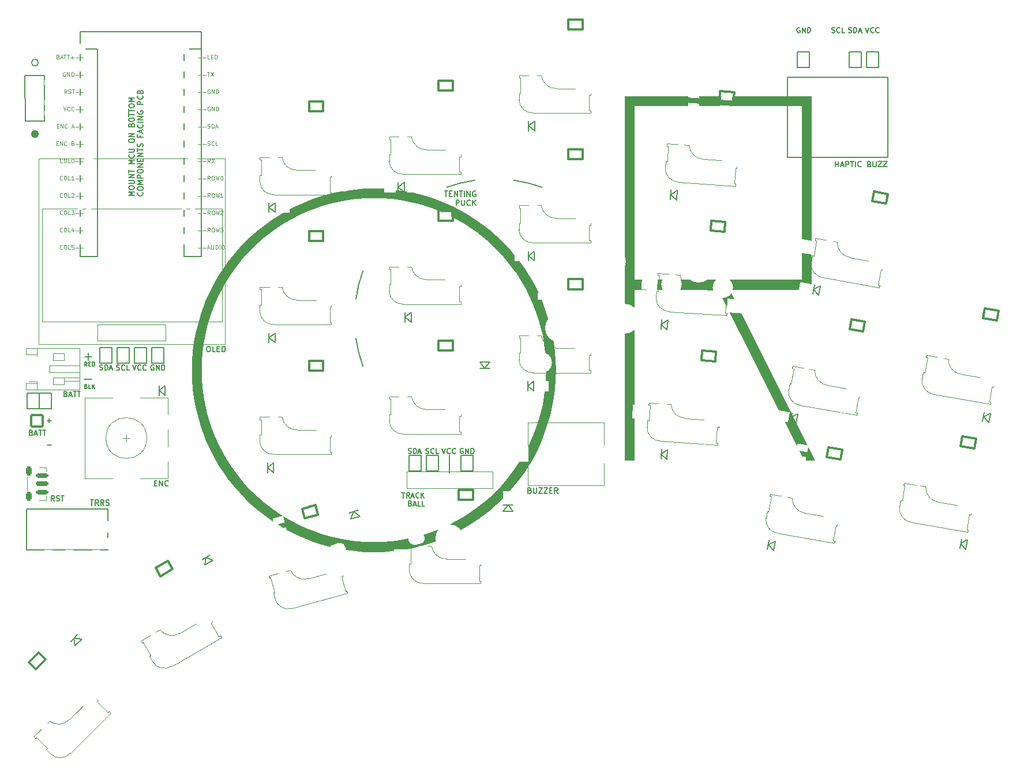
<source format=gto>
G04 #@! TF.GenerationSoftware,KiCad,Pcbnew,8.0.4-8.0.4-0~ubuntu22.04.1*
G04 #@! TF.CreationDate,2024-08-27T17:26:14+02:00*
G04 #@! TF.ProjectId,klor1_3,6b6c6f72-315f-4332-9e6b-696361645f70,v1.3.0*
G04 #@! TF.SameCoordinates,Original*
G04 #@! TF.FileFunction,Legend,Top*
G04 #@! TF.FilePolarity,Positive*
%FSLAX46Y46*%
G04 Gerber Fmt 4.6, Leading zero omitted, Abs format (unit mm)*
G04 Created by KiCad (PCBNEW 8.0.4-8.0.4-0~ubuntu22.04.1) date 2024-08-27 17:26:14*
%MOMM*%
%LPD*%
G01*
G04 APERTURE LIST*
G04 Aperture macros list*
%AMRoundRect*
0 Rectangle with rounded corners*
0 $1 Rounding radius*
0 $2 $3 $4 $5 $6 $7 $8 $9 X,Y pos of 4 corners*
0 Add a 4 corners polygon primitive as box body*
4,1,4,$2,$3,$4,$5,$6,$7,$8,$9,$2,$3,0*
0 Add four circle primitives for the rounded corners*
1,1,$1+$1,$2,$3*
1,1,$1+$1,$4,$5*
1,1,$1+$1,$6,$7*
1,1,$1+$1,$8,$9*
0 Add four rect primitives between the rounded corners*
20,1,$1+$1,$2,$3,$4,$5,0*
20,1,$1+$1,$4,$5,$6,$7,0*
20,1,$1+$1,$6,$7,$8,$9,0*
20,1,$1+$1,$8,$9,$2,$3,0*%
%AMRotRect*
0 Rectangle, with rotation*
0 The origin of the aperture is its center*
0 $1 length*
0 $2 width*
0 $3 Rotation angle, in degrees counterclockwise*
0 Add horizontal line*
21,1,$1,$2,0,0,$3*%
G04 Aperture macros list end*
%ADD10C,0.150000*%
%ADD11C,0.000000*%
%ADD12C,0.569975*%
%ADD13C,0.127000*%
%ADD14C,0.100000*%
%ADD15C,0.300000*%
%ADD16C,0.120000*%
%ADD17C,0.200000*%
%ADD18C,1.200000*%
%ADD19O,2.500000X1.700000*%
%ADD20C,1.524000*%
%ADD21C,0.000001*%
%ADD22R,1.143000X0.635000*%
%ADD23C,1.900000*%
%ADD24C,1.700000*%
%ADD25C,3.000000*%
%ADD26C,4.100000*%
%ADD27RotRect,1.600000X1.000000X225.000000*%
%ADD28RotRect,2.300000X2.000000X45.000000*%
%ADD29R,1.600000X1.000000*%
%ADD30R,2.300000X2.000000*%
%ADD31RotRect,1.600000X1.000000X176.000000*%
%ADD32RotRect,2.300000X2.000000X356.000000*%
%ADD33C,3.200000*%
%ADD34RotRect,1.800000X1.500000X350.000000*%
%ADD35R,1.800000X1.500000*%
%ADD36RotRect,1.800000X1.500000X356.000000*%
%ADD37RotRect,1.600000X1.000000X195.000000*%
%ADD38RotRect,2.300000X2.000000X15.000000*%
%ADD39RotRect,1.600000X1.000000X170.000000*%
%ADD40RotRect,2.300000X2.000000X350.000000*%
%ADD41RotRect,1.800000X1.500000X285.000000*%
%ADD42R,2.200000X2.200000*%
%ADD43C,2.200000*%
%ADD44C,2.000000*%
%ADD45R,3.200000X2.000000*%
%ADD46O,1.600000X2.000000*%
%ADD47RotRect,1.800000X1.500000X300.000000*%
%ADD48O,1.750000X1.200000*%
%ADD49C,0.900000*%
%ADD50RoundRect,0.187500X-0.712500X0.187500X-0.712500X-0.187500X0.712500X-0.187500X0.712500X0.187500X0*%
%ADD51RoundRect,0.150000X-0.750000X0.150000X-0.750000X-0.150000X0.750000X-0.150000X0.750000X0.150000X0*%
%ADD52RoundRect,0.225000X-0.225000X0.425000X-0.225000X-0.425000X0.225000X-0.425000X0.225000X0.425000X0*%
%ADD53C,4.400000*%
%ADD54RotRect,1.600000X1.000000X210.000000*%
%ADD55RotRect,2.300000X2.000000X30.000000*%
%ADD56RotRect,1.800000X1.500000X315.000000*%
%ADD57R,1.500000X1.800000*%
%ADD58RoundRect,0.142858X-0.857142X0.857142X-0.857142X-0.857142X0.857142X-0.857142X0.857142X0.857142X0*%
%ADD59R,1.000000X0.700000*%
%ADD60R,2.800000X1.000000*%
%ADD61R,1.524000X1.524000*%
%ADD62C,1.800000*%
%ADD63O,1.700000X1.700000*%
G04 APERTURE END LIST*
D10*
X192600000Y-60975000D02*
X207375000Y-60975000D01*
X207375000Y-72750000D01*
X192600000Y-72750000D01*
X192600000Y-60975000D01*
D11*
G36*
X196189538Y-92174098D02*
G01*
X184120096Y-92174098D01*
X196718912Y-117230555D01*
X195095529Y-117230555D01*
X182496728Y-92174098D01*
X170215532Y-92174098D01*
X170215532Y-117230555D01*
X168768610Y-117230555D01*
X168768610Y-90691889D01*
X168768610Y-65211947D01*
X170215524Y-65211947D01*
X170215524Y-90691889D01*
X194742624Y-90691889D01*
X194742624Y-65211947D01*
X170215524Y-65211947D01*
X168768610Y-65211947D01*
X168768610Y-63765025D01*
X196189538Y-63765025D01*
X196189538Y-92174098D01*
G37*
D10*
X84560000Y-115000000D02*
X83975000Y-115000000D01*
D11*
G36*
X131925027Y-77281397D02*
G01*
X133296433Y-77316267D01*
X134650216Y-77419743D01*
X135984678Y-77590126D01*
X137298120Y-77825716D01*
X138588841Y-78124815D01*
X139855143Y-78485722D01*
X141095325Y-78906737D01*
X142307689Y-79386162D01*
X143490535Y-79922297D01*
X144642163Y-80513443D01*
X145760874Y-81157899D01*
X146844968Y-81853967D01*
X147892746Y-82599947D01*
X148902509Y-83394139D01*
X149872556Y-84234845D01*
X150801189Y-85120364D01*
X151686708Y-86048997D01*
X152527413Y-87019044D01*
X153321605Y-88028806D01*
X154067585Y-89076584D01*
X154763653Y-90160678D01*
X155408109Y-91279389D01*
X155999255Y-92431016D01*
X156535389Y-93613862D01*
X157014814Y-94826225D01*
X157435830Y-96066407D01*
X157796736Y-97332707D01*
X158095835Y-98623428D01*
X158331425Y-99936868D01*
X158501808Y-101271330D01*
X158605284Y-102625112D01*
X158640153Y-103996516D01*
X158605284Y-105367921D01*
X158501808Y-106721705D01*
X158331425Y-108056167D01*
X158095835Y-109369609D01*
X157796736Y-110660330D01*
X157435830Y-111926632D01*
X157014814Y-113166815D01*
X156535389Y-114379179D01*
X155999255Y-115562025D01*
X155408109Y-116713653D01*
X154763653Y-117832364D01*
X154067585Y-118916459D01*
X153321605Y-119964237D01*
X152527413Y-120974000D01*
X151686708Y-121944048D01*
X150801189Y-122872681D01*
X149872556Y-123758200D01*
X148902509Y-124598906D01*
X147892746Y-125393099D01*
X146844968Y-126139079D01*
X145760874Y-126835147D01*
X144642163Y-127479603D01*
X143490535Y-128070749D01*
X142307689Y-128606884D01*
X141095325Y-129086309D01*
X139855143Y-129507325D01*
X138588841Y-129868232D01*
X137298120Y-130167330D01*
X135984678Y-130402921D01*
X134650216Y-130573304D01*
X133296433Y-130676780D01*
X131925027Y-130711649D01*
X130553623Y-130676780D01*
X129199840Y-130573303D01*
X127865378Y-130402920D01*
X126551937Y-130167330D01*
X125261216Y-129868231D01*
X123994915Y-129507324D01*
X122754733Y-129086308D01*
X121542369Y-128606882D01*
X120359524Y-128070746D01*
X119207896Y-127479600D01*
X118089186Y-126835143D01*
X117005091Y-126139074D01*
X115957313Y-125393094D01*
X114947551Y-124598900D01*
X113977504Y-123758194D01*
X113048871Y-122872674D01*
X112163352Y-121944041D01*
X111322646Y-120973992D01*
X110528454Y-119964229D01*
X109782474Y-118916450D01*
X109086406Y-117832355D01*
X108441950Y-116713644D01*
X107850805Y-115562015D01*
X107314670Y-114379169D01*
X106835245Y-113166805D01*
X106414229Y-111926622D01*
X106053322Y-110660321D01*
X105754224Y-109369599D01*
X105518634Y-108056158D01*
X105348251Y-106721696D01*
X105244775Y-105367913D01*
X105209905Y-103996508D01*
X105210803Y-103961215D01*
X106656827Y-103961215D01*
X106689750Y-105260159D01*
X106787453Y-106542206D01*
X106948342Y-107805759D01*
X107170818Y-109049221D01*
X107453288Y-110270997D01*
X107794154Y-111469491D01*
X108191820Y-112643107D01*
X108644691Y-113790248D01*
X109151170Y-114909318D01*
X109709661Y-115998721D01*
X110318568Y-117056862D01*
X110976296Y-118082144D01*
X111681246Y-119072970D01*
X112431825Y-120027746D01*
X113226435Y-120944874D01*
X114063481Y-121822759D01*
X114941366Y-122659805D01*
X115858495Y-123454415D01*
X116813270Y-124204993D01*
X117804097Y-124909944D01*
X118829379Y-125567671D01*
X119887520Y-126176578D01*
X120976923Y-126735069D01*
X122095994Y-127241547D01*
X123243135Y-127694418D01*
X124416750Y-128092084D01*
X125615244Y-128432950D01*
X126837021Y-128715420D01*
X128080483Y-128937897D01*
X129344036Y-129098785D01*
X130626083Y-129196488D01*
X131925027Y-129229411D01*
X133220868Y-129196488D01*
X134500204Y-129098785D01*
X135761421Y-128937897D01*
X137002903Y-128715420D01*
X138223035Y-128432950D01*
X139420202Y-128092084D01*
X140592787Y-127694418D01*
X141739175Y-127241547D01*
X142857752Y-126735069D01*
X143946900Y-126176578D01*
X145005006Y-125567671D01*
X146030452Y-124909944D01*
X147021625Y-124204993D01*
X147976908Y-123454415D01*
X148894686Y-122659805D01*
X149773344Y-121822759D01*
X150611265Y-120944874D01*
X151406835Y-120027746D01*
X152158438Y-119072970D01*
X152864458Y-118082144D01*
X153523280Y-117056862D01*
X154133289Y-115998721D01*
X154692869Y-114909318D01*
X155200405Y-113790248D01*
X155654280Y-112643107D01*
X156052880Y-111469491D01*
X156394590Y-110270997D01*
X156677793Y-109049221D01*
X156900874Y-107805759D01*
X157062218Y-106542206D01*
X157160208Y-105260159D01*
X157193231Y-103961215D01*
X157160309Y-102662270D01*
X157062605Y-101380224D01*
X156901717Y-100116672D01*
X156679240Y-98873210D01*
X156396770Y-97651434D01*
X156055904Y-96452941D01*
X155658238Y-95279325D01*
X155205367Y-94132185D01*
X154698888Y-93013115D01*
X154140396Y-91923711D01*
X153531489Y-90865570D01*
X152873762Y-89840289D01*
X152168811Y-88849462D01*
X151418232Y-87894686D01*
X150623622Y-86977558D01*
X149786576Y-86099673D01*
X148908690Y-85262627D01*
X147991562Y-84468017D01*
X147036786Y-83717438D01*
X146045959Y-83012487D01*
X145020677Y-82354760D01*
X143962536Y-81745853D01*
X142873132Y-81187362D01*
X141754062Y-80680883D01*
X140606920Y-80228012D01*
X139433305Y-79830345D01*
X138234811Y-79489479D01*
X137013034Y-79207010D01*
X135769572Y-78984533D01*
X134506019Y-78823644D01*
X133223972Y-78725941D01*
X131925027Y-78693018D01*
X130626083Y-78725941D01*
X129344036Y-78823644D01*
X128080483Y-78984533D01*
X126837021Y-79207010D01*
X125615244Y-79489479D01*
X124416750Y-79830345D01*
X123243135Y-80228012D01*
X122095994Y-80680883D01*
X120976923Y-81187362D01*
X119887520Y-81745853D01*
X118829379Y-82354760D01*
X117804097Y-83012487D01*
X116813270Y-83717438D01*
X115858495Y-84468017D01*
X114941366Y-85262627D01*
X114063481Y-86099673D01*
X113226435Y-86977558D01*
X112431825Y-87894686D01*
X111681246Y-88849462D01*
X110976296Y-89840289D01*
X110318568Y-90865570D01*
X109709661Y-91923711D01*
X109151170Y-93013115D01*
X108644691Y-94132185D01*
X108191820Y-95279325D01*
X107794154Y-96452941D01*
X107453288Y-97651434D01*
X107170818Y-98873210D01*
X106948342Y-100116672D01*
X106787453Y-101380224D01*
X106689750Y-102662270D01*
X106656827Y-103961215D01*
X105210803Y-103961215D01*
X105244775Y-102625104D01*
X105348251Y-101271322D01*
X105518634Y-99936861D01*
X105754224Y-98623420D01*
X106053323Y-97332700D01*
X106414229Y-96066399D01*
X106835245Y-94826217D01*
X107314670Y-93613854D01*
X107850805Y-92431009D01*
X108441951Y-91279381D01*
X109086407Y-90160671D01*
X109782475Y-89076577D01*
X110528455Y-88028799D01*
X111322648Y-87019036D01*
X112163353Y-86048989D01*
X113048872Y-85120356D01*
X113977505Y-84234837D01*
X114947553Y-83394132D01*
X115957315Y-82599939D01*
X117005093Y-81853960D01*
X118089187Y-81157892D01*
X119207898Y-80513435D01*
X120359526Y-79922290D01*
X121542371Y-79386155D01*
X122754734Y-78906730D01*
X123994916Y-78485714D01*
X125261218Y-78124807D01*
X126551938Y-77825709D01*
X127865379Y-77590118D01*
X129199841Y-77419736D01*
X130553623Y-77316259D01*
X131925027Y-77281390D01*
X131925027Y-77281397D01*
G37*
D10*
X84259000Y-111083500D02*
X84259000Y-111668500D01*
D12*
X82459987Y-69300000D02*
G75*
G02*
X81890013Y-69300000I-284987J0D01*
G01*
X81890013Y-69300000D02*
G75*
G02*
X82459987Y-69300000I284987J0D01*
G01*
D10*
X84550000Y-111375000D02*
X83965000Y-111375000D01*
X90537000Y-101998000D02*
X89468000Y-101998000D01*
D13*
X143043000Y-118997000D02*
X143043000Y-116440000D01*
D10*
X82669975Y-58800000D02*
G75*
G02*
X81680025Y-58800000I-494975J0D01*
G01*
X81680025Y-58800000D02*
G75*
G02*
X82669975Y-58800000I494975J0D01*
G01*
X90502000Y-105352000D02*
X89433000Y-105352000D01*
X89991000Y-101447000D02*
X89991000Y-102516000D01*
D14*
X85391497Y-68122085D02*
X85591497Y-68122085D01*
X85677211Y-68436371D02*
X85391497Y-68436371D01*
X85391497Y-68436371D02*
X85391497Y-67836371D01*
X85391497Y-67836371D02*
X85677211Y-67836371D01*
X85934354Y-68436371D02*
X85934354Y-67836371D01*
X85934354Y-67836371D02*
X86277211Y-68436371D01*
X86277211Y-68436371D02*
X86277211Y-67836371D01*
X86905782Y-68379228D02*
X86877210Y-68407800D01*
X86877210Y-68407800D02*
X86791496Y-68436371D01*
X86791496Y-68436371D02*
X86734353Y-68436371D01*
X86734353Y-68436371D02*
X86648639Y-68407800D01*
X86648639Y-68407800D02*
X86591496Y-68350657D01*
X86591496Y-68350657D02*
X86562925Y-68293514D01*
X86562925Y-68293514D02*
X86534353Y-68179228D01*
X86534353Y-68179228D02*
X86534353Y-68093514D01*
X86534353Y-68093514D02*
X86562925Y-67979228D01*
X86562925Y-67979228D02*
X86591496Y-67922085D01*
X86591496Y-67922085D02*
X86648639Y-67864942D01*
X86648639Y-67864942D02*
X86734353Y-67836371D01*
X86734353Y-67836371D02*
X86791496Y-67836371D01*
X86791496Y-67836371D02*
X86877210Y-67864942D01*
X86877210Y-67864942D02*
X86905782Y-67893514D01*
X87591496Y-68264942D02*
X87877211Y-68264942D01*
X87534353Y-68436371D02*
X87734353Y-67836371D01*
X87734353Y-67836371D02*
X87934353Y-68436371D01*
X88134354Y-68207800D02*
X88591497Y-68207800D01*
X88877211Y-68207800D02*
X89334354Y-68207800D01*
D13*
X136969341Y-116188626D02*
X137078199Y-116224911D01*
X137078199Y-116224911D02*
X137259627Y-116224911D01*
X137259627Y-116224911D02*
X137332199Y-116188626D01*
X137332199Y-116188626D02*
X137368484Y-116152340D01*
X137368484Y-116152340D02*
X137404770Y-116079768D01*
X137404770Y-116079768D02*
X137404770Y-116007197D01*
X137404770Y-116007197D02*
X137368484Y-115934626D01*
X137368484Y-115934626D02*
X137332199Y-115898340D01*
X137332199Y-115898340D02*
X137259627Y-115862054D01*
X137259627Y-115862054D02*
X137114484Y-115825768D01*
X137114484Y-115825768D02*
X137041913Y-115789483D01*
X137041913Y-115789483D02*
X137005627Y-115753197D01*
X137005627Y-115753197D02*
X136969341Y-115680626D01*
X136969341Y-115680626D02*
X136969341Y-115608054D01*
X136969341Y-115608054D02*
X137005627Y-115535483D01*
X137005627Y-115535483D02*
X137041913Y-115499197D01*
X137041913Y-115499197D02*
X137114484Y-115462911D01*
X137114484Y-115462911D02*
X137295913Y-115462911D01*
X137295913Y-115462911D02*
X137404770Y-115499197D01*
X137731341Y-116224911D02*
X137731341Y-115462911D01*
X137731341Y-115462911D02*
X137912770Y-115462911D01*
X137912770Y-115462911D02*
X138021627Y-115499197D01*
X138021627Y-115499197D02*
X138094198Y-115571768D01*
X138094198Y-115571768D02*
X138130484Y-115644340D01*
X138130484Y-115644340D02*
X138166770Y-115789483D01*
X138166770Y-115789483D02*
X138166770Y-115898340D01*
X138166770Y-115898340D02*
X138130484Y-116043483D01*
X138130484Y-116043483D02*
X138094198Y-116116054D01*
X138094198Y-116116054D02*
X138021627Y-116188626D01*
X138021627Y-116188626D02*
X137912770Y-116224911D01*
X137912770Y-116224911D02*
X137731341Y-116224911D01*
X138457055Y-116007197D02*
X138819913Y-116007197D01*
X138384484Y-116224911D02*
X138638484Y-115462911D01*
X138638484Y-115462911D02*
X138892484Y-116224911D01*
D14*
X106051646Y-85977800D02*
X106508789Y-85977800D01*
X106794503Y-85977800D02*
X107251646Y-85977800D01*
X107508788Y-86034942D02*
X107794503Y-86034942D01*
X107451645Y-86206371D02*
X107651645Y-85606371D01*
X107651645Y-85606371D02*
X107851645Y-86206371D01*
X108051646Y-85606371D02*
X108051646Y-86092085D01*
X108051646Y-86092085D02*
X108080217Y-86149228D01*
X108080217Y-86149228D02*
X108108789Y-86177800D01*
X108108789Y-86177800D02*
X108165931Y-86206371D01*
X108165931Y-86206371D02*
X108280217Y-86206371D01*
X108280217Y-86206371D02*
X108337360Y-86177800D01*
X108337360Y-86177800D02*
X108365931Y-86149228D01*
X108365931Y-86149228D02*
X108394503Y-86092085D01*
X108394503Y-86092085D02*
X108394503Y-85606371D01*
X108680217Y-86206371D02*
X108680217Y-85606371D01*
X108680217Y-85606371D02*
X108823074Y-85606371D01*
X108823074Y-85606371D02*
X108908788Y-85634942D01*
X108908788Y-85634942D02*
X108965931Y-85692085D01*
X108965931Y-85692085D02*
X108994502Y-85749228D01*
X108994502Y-85749228D02*
X109023074Y-85863514D01*
X109023074Y-85863514D02*
X109023074Y-85949228D01*
X109023074Y-85949228D02*
X108994502Y-86063514D01*
X108994502Y-86063514D02*
X108965931Y-86120657D01*
X108965931Y-86120657D02*
X108908788Y-86177800D01*
X108908788Y-86177800D02*
X108823074Y-86206371D01*
X108823074Y-86206371D02*
X108680217Y-86206371D01*
X109280217Y-86206371D02*
X109280217Y-85606371D01*
X109680216Y-85606371D02*
X109794502Y-85606371D01*
X109794502Y-85606371D02*
X109851645Y-85634942D01*
X109851645Y-85634942D02*
X109908788Y-85692085D01*
X109908788Y-85692085D02*
X109937359Y-85806371D01*
X109937359Y-85806371D02*
X109937359Y-86006371D01*
X109937359Y-86006371D02*
X109908788Y-86120657D01*
X109908788Y-86120657D02*
X109851645Y-86177800D01*
X109851645Y-86177800D02*
X109794502Y-86206371D01*
X109794502Y-86206371D02*
X109680216Y-86206371D01*
X109680216Y-86206371D02*
X109623074Y-86177800D01*
X109623074Y-86177800D02*
X109565931Y-86120657D01*
X109565931Y-86120657D02*
X109537359Y-86006371D01*
X109537359Y-86006371D02*
X109537359Y-85806371D01*
X109537359Y-85806371D02*
X109565931Y-85692085D01*
X109565931Y-85692085D02*
X109623074Y-85634942D01*
X109623074Y-85634942D02*
X109680216Y-85606371D01*
X106051646Y-80897800D02*
X106508789Y-80897800D01*
X106794503Y-80897800D02*
X107251646Y-80897800D01*
X107880217Y-81126371D02*
X107680217Y-80840657D01*
X107537360Y-81126371D02*
X107537360Y-80526371D01*
X107537360Y-80526371D02*
X107765931Y-80526371D01*
X107765931Y-80526371D02*
X107823074Y-80554942D01*
X107823074Y-80554942D02*
X107851645Y-80583514D01*
X107851645Y-80583514D02*
X107880217Y-80640657D01*
X107880217Y-80640657D02*
X107880217Y-80726371D01*
X107880217Y-80726371D02*
X107851645Y-80783514D01*
X107851645Y-80783514D02*
X107823074Y-80812085D01*
X107823074Y-80812085D02*
X107765931Y-80840657D01*
X107765931Y-80840657D02*
X107537360Y-80840657D01*
X108251645Y-80526371D02*
X108365931Y-80526371D01*
X108365931Y-80526371D02*
X108423074Y-80554942D01*
X108423074Y-80554942D02*
X108480217Y-80612085D01*
X108480217Y-80612085D02*
X108508788Y-80726371D01*
X108508788Y-80726371D02*
X108508788Y-80926371D01*
X108508788Y-80926371D02*
X108480217Y-81040657D01*
X108480217Y-81040657D02*
X108423074Y-81097800D01*
X108423074Y-81097800D02*
X108365931Y-81126371D01*
X108365931Y-81126371D02*
X108251645Y-81126371D01*
X108251645Y-81126371D02*
X108194503Y-81097800D01*
X108194503Y-81097800D02*
X108137360Y-81040657D01*
X108137360Y-81040657D02*
X108108788Y-80926371D01*
X108108788Y-80926371D02*
X108108788Y-80726371D01*
X108108788Y-80726371D02*
X108137360Y-80612085D01*
X108137360Y-80612085D02*
X108194503Y-80554942D01*
X108194503Y-80554942D02*
X108251645Y-80526371D01*
X108708788Y-80526371D02*
X108851645Y-81126371D01*
X108851645Y-81126371D02*
X108965931Y-80697800D01*
X108965931Y-80697800D02*
X109080216Y-81126371D01*
X109080216Y-81126371D02*
X109223074Y-80526371D01*
X109423073Y-80583514D02*
X109451645Y-80554942D01*
X109451645Y-80554942D02*
X109508788Y-80526371D01*
X109508788Y-80526371D02*
X109651645Y-80526371D01*
X109651645Y-80526371D02*
X109708788Y-80554942D01*
X109708788Y-80554942D02*
X109737359Y-80583514D01*
X109737359Y-80583514D02*
X109765930Y-80640657D01*
X109765930Y-80640657D02*
X109765930Y-80697800D01*
X109765930Y-80697800D02*
X109737359Y-80783514D01*
X109737359Y-80783514D02*
X109394502Y-81126371D01*
X109394502Y-81126371D02*
X109765930Y-81126371D01*
D13*
X99618715Y-103236197D02*
X99546144Y-103199911D01*
X99546144Y-103199911D02*
X99437286Y-103199911D01*
X99437286Y-103199911D02*
X99328429Y-103236197D01*
X99328429Y-103236197D02*
X99255858Y-103308768D01*
X99255858Y-103308768D02*
X99219572Y-103381340D01*
X99219572Y-103381340D02*
X99183286Y-103526483D01*
X99183286Y-103526483D02*
X99183286Y-103635340D01*
X99183286Y-103635340D02*
X99219572Y-103780483D01*
X99219572Y-103780483D02*
X99255858Y-103853054D01*
X99255858Y-103853054D02*
X99328429Y-103925626D01*
X99328429Y-103925626D02*
X99437286Y-103961911D01*
X99437286Y-103961911D02*
X99509858Y-103961911D01*
X99509858Y-103961911D02*
X99618715Y-103925626D01*
X99618715Y-103925626D02*
X99655001Y-103889340D01*
X99655001Y-103889340D02*
X99655001Y-103635340D01*
X99655001Y-103635340D02*
X99509858Y-103635340D01*
X99981572Y-103961911D02*
X99981572Y-103199911D01*
X99981572Y-103199911D02*
X100417001Y-103961911D01*
X100417001Y-103961911D02*
X100417001Y-103199911D01*
X100779858Y-103961911D02*
X100779858Y-103199911D01*
X100779858Y-103199911D02*
X100961287Y-103199911D01*
X100961287Y-103199911D02*
X101070144Y-103236197D01*
X101070144Y-103236197D02*
X101142715Y-103308768D01*
X101142715Y-103308768D02*
X101179001Y-103381340D01*
X101179001Y-103381340D02*
X101215287Y-103526483D01*
X101215287Y-103526483D02*
X101215287Y-103635340D01*
X101215287Y-103635340D02*
X101179001Y-103780483D01*
X101179001Y-103780483D02*
X101142715Y-103853054D01*
X101142715Y-103853054D02*
X101070144Y-103925626D01*
X101070144Y-103925626D02*
X100961287Y-103961911D01*
X100961287Y-103961911D02*
X100779858Y-103961911D01*
D10*
X107588095Y-100462295D02*
X107740476Y-100462295D01*
X107740476Y-100462295D02*
X107816666Y-100500390D01*
X107816666Y-100500390D02*
X107892857Y-100576580D01*
X107892857Y-100576580D02*
X107930952Y-100728961D01*
X107930952Y-100728961D02*
X107930952Y-100995628D01*
X107930952Y-100995628D02*
X107892857Y-101148009D01*
X107892857Y-101148009D02*
X107816666Y-101224200D01*
X107816666Y-101224200D02*
X107740476Y-101262295D01*
X107740476Y-101262295D02*
X107588095Y-101262295D01*
X107588095Y-101262295D02*
X107511904Y-101224200D01*
X107511904Y-101224200D02*
X107435714Y-101148009D01*
X107435714Y-101148009D02*
X107397618Y-100995628D01*
X107397618Y-100995628D02*
X107397618Y-100728961D01*
X107397618Y-100728961D02*
X107435714Y-100576580D01*
X107435714Y-100576580D02*
X107511904Y-100500390D01*
X107511904Y-100500390D02*
X107588095Y-100462295D01*
X108654761Y-101262295D02*
X108273809Y-101262295D01*
X108273809Y-101262295D02*
X108273809Y-100462295D01*
X108921428Y-100843247D02*
X109188094Y-100843247D01*
X109302380Y-101262295D02*
X108921428Y-101262295D01*
X108921428Y-101262295D02*
X108921428Y-100462295D01*
X108921428Y-100462295D02*
X109302380Y-100462295D01*
X109645238Y-101262295D02*
X109645238Y-100462295D01*
X109645238Y-100462295D02*
X109835714Y-100462295D01*
X109835714Y-100462295D02*
X109950000Y-100500390D01*
X109950000Y-100500390D02*
X110026190Y-100576580D01*
X110026190Y-100576580D02*
X110064285Y-100652771D01*
X110064285Y-100652771D02*
X110102381Y-100805152D01*
X110102381Y-100805152D02*
X110102381Y-100919438D01*
X110102381Y-100919438D02*
X110064285Y-101071819D01*
X110064285Y-101071819D02*
X110026190Y-101148009D01*
X110026190Y-101148009D02*
X109950000Y-101224200D01*
X109950000Y-101224200D02*
X109835714Y-101262295D01*
X109835714Y-101262295D02*
X109645238Y-101262295D01*
D13*
X141933340Y-115462911D02*
X142187340Y-116224911D01*
X142187340Y-116224911D02*
X142441340Y-115462911D01*
X143130769Y-116152340D02*
X143094483Y-116188626D01*
X143094483Y-116188626D02*
X142985626Y-116224911D01*
X142985626Y-116224911D02*
X142913054Y-116224911D01*
X142913054Y-116224911D02*
X142804197Y-116188626D01*
X142804197Y-116188626D02*
X142731626Y-116116054D01*
X142731626Y-116116054D02*
X142695340Y-116043483D01*
X142695340Y-116043483D02*
X142659054Y-115898340D01*
X142659054Y-115898340D02*
X142659054Y-115789483D01*
X142659054Y-115789483D02*
X142695340Y-115644340D01*
X142695340Y-115644340D02*
X142731626Y-115571768D01*
X142731626Y-115571768D02*
X142804197Y-115499197D01*
X142804197Y-115499197D02*
X142913054Y-115462911D01*
X142913054Y-115462911D02*
X142985626Y-115462911D01*
X142985626Y-115462911D02*
X143094483Y-115499197D01*
X143094483Y-115499197D02*
X143130769Y-115535483D01*
X143892769Y-116152340D02*
X143856483Y-116188626D01*
X143856483Y-116188626D02*
X143747626Y-116224911D01*
X143747626Y-116224911D02*
X143675054Y-116224911D01*
X143675054Y-116224911D02*
X143566197Y-116188626D01*
X143566197Y-116188626D02*
X143493626Y-116116054D01*
X143493626Y-116116054D02*
X143457340Y-116043483D01*
X143457340Y-116043483D02*
X143421054Y-115898340D01*
X143421054Y-115898340D02*
X143421054Y-115789483D01*
X143421054Y-115789483D02*
X143457340Y-115644340D01*
X143457340Y-115644340D02*
X143493626Y-115571768D01*
X143493626Y-115571768D02*
X143566197Y-115499197D01*
X143566197Y-115499197D02*
X143675054Y-115462911D01*
X143675054Y-115462911D02*
X143747626Y-115462911D01*
X143747626Y-115462911D02*
X143856483Y-115499197D01*
X143856483Y-115499197D02*
X143892769Y-115535483D01*
D10*
X86679761Y-107468247D02*
X86794047Y-107506342D01*
X86794047Y-107506342D02*
X86832142Y-107544438D01*
X86832142Y-107544438D02*
X86870238Y-107620628D01*
X86870238Y-107620628D02*
X86870238Y-107734914D01*
X86870238Y-107734914D02*
X86832142Y-107811104D01*
X86832142Y-107811104D02*
X86794047Y-107849200D01*
X86794047Y-107849200D02*
X86717857Y-107887295D01*
X86717857Y-107887295D02*
X86413095Y-107887295D01*
X86413095Y-107887295D02*
X86413095Y-107087295D01*
X86413095Y-107087295D02*
X86679761Y-107087295D01*
X86679761Y-107087295D02*
X86755952Y-107125390D01*
X86755952Y-107125390D02*
X86794047Y-107163485D01*
X86794047Y-107163485D02*
X86832142Y-107239676D01*
X86832142Y-107239676D02*
X86832142Y-107315866D01*
X86832142Y-107315866D02*
X86794047Y-107392057D01*
X86794047Y-107392057D02*
X86755952Y-107430152D01*
X86755952Y-107430152D02*
X86679761Y-107468247D01*
X86679761Y-107468247D02*
X86413095Y-107468247D01*
X87174999Y-107658723D02*
X87555952Y-107658723D01*
X87098809Y-107887295D02*
X87365476Y-107087295D01*
X87365476Y-107087295D02*
X87632142Y-107887295D01*
X87784523Y-107087295D02*
X88241666Y-107087295D01*
X88013094Y-107887295D02*
X88013094Y-107087295D01*
X88394047Y-107087295D02*
X88851190Y-107087295D01*
X88622618Y-107887295D02*
X88622618Y-107087295D01*
D13*
X199106571Y-54359626D02*
X199215429Y-54395911D01*
X199215429Y-54395911D02*
X199396857Y-54395911D01*
X199396857Y-54395911D02*
X199469429Y-54359626D01*
X199469429Y-54359626D02*
X199505714Y-54323340D01*
X199505714Y-54323340D02*
X199542000Y-54250768D01*
X199542000Y-54250768D02*
X199542000Y-54178197D01*
X199542000Y-54178197D02*
X199505714Y-54105626D01*
X199505714Y-54105626D02*
X199469429Y-54069340D01*
X199469429Y-54069340D02*
X199396857Y-54033054D01*
X199396857Y-54033054D02*
X199251714Y-53996768D01*
X199251714Y-53996768D02*
X199179143Y-53960483D01*
X199179143Y-53960483D02*
X199142857Y-53924197D01*
X199142857Y-53924197D02*
X199106571Y-53851626D01*
X199106571Y-53851626D02*
X199106571Y-53779054D01*
X199106571Y-53779054D02*
X199142857Y-53706483D01*
X199142857Y-53706483D02*
X199179143Y-53670197D01*
X199179143Y-53670197D02*
X199251714Y-53633911D01*
X199251714Y-53633911D02*
X199433143Y-53633911D01*
X199433143Y-53633911D02*
X199542000Y-53670197D01*
X200304000Y-54323340D02*
X200267714Y-54359626D01*
X200267714Y-54359626D02*
X200158857Y-54395911D01*
X200158857Y-54395911D02*
X200086285Y-54395911D01*
X200086285Y-54395911D02*
X199977428Y-54359626D01*
X199977428Y-54359626D02*
X199904857Y-54287054D01*
X199904857Y-54287054D02*
X199868571Y-54214483D01*
X199868571Y-54214483D02*
X199832285Y-54069340D01*
X199832285Y-54069340D02*
X199832285Y-53960483D01*
X199832285Y-53960483D02*
X199868571Y-53815340D01*
X199868571Y-53815340D02*
X199904857Y-53742768D01*
X199904857Y-53742768D02*
X199977428Y-53670197D01*
X199977428Y-53670197D02*
X200086285Y-53633911D01*
X200086285Y-53633911D02*
X200158857Y-53633911D01*
X200158857Y-53633911D02*
X200267714Y-53670197D01*
X200267714Y-53670197D02*
X200304000Y-53706483D01*
X200993428Y-54395911D02*
X200630571Y-54395911D01*
X200630571Y-54395911D02*
X200630571Y-53633911D01*
D14*
X86334353Y-65296371D02*
X86534353Y-65896371D01*
X86534353Y-65896371D02*
X86734353Y-65296371D01*
X87277211Y-65839228D02*
X87248639Y-65867800D01*
X87248639Y-65867800D02*
X87162925Y-65896371D01*
X87162925Y-65896371D02*
X87105782Y-65896371D01*
X87105782Y-65896371D02*
X87020068Y-65867800D01*
X87020068Y-65867800D02*
X86962925Y-65810657D01*
X86962925Y-65810657D02*
X86934354Y-65753514D01*
X86934354Y-65753514D02*
X86905782Y-65639228D01*
X86905782Y-65639228D02*
X86905782Y-65553514D01*
X86905782Y-65553514D02*
X86934354Y-65439228D01*
X86934354Y-65439228D02*
X86962925Y-65382085D01*
X86962925Y-65382085D02*
X87020068Y-65324942D01*
X87020068Y-65324942D02*
X87105782Y-65296371D01*
X87105782Y-65296371D02*
X87162925Y-65296371D01*
X87162925Y-65296371D02*
X87248639Y-65324942D01*
X87248639Y-65324942D02*
X87277211Y-65353514D01*
X87877211Y-65839228D02*
X87848639Y-65867800D01*
X87848639Y-65867800D02*
X87762925Y-65896371D01*
X87762925Y-65896371D02*
X87705782Y-65896371D01*
X87705782Y-65896371D02*
X87620068Y-65867800D01*
X87620068Y-65867800D02*
X87562925Y-65810657D01*
X87562925Y-65810657D02*
X87534354Y-65753514D01*
X87534354Y-65753514D02*
X87505782Y-65639228D01*
X87505782Y-65639228D02*
X87505782Y-65553514D01*
X87505782Y-65553514D02*
X87534354Y-65439228D01*
X87534354Y-65439228D02*
X87562925Y-65382085D01*
X87562925Y-65382085D02*
X87620068Y-65324942D01*
X87620068Y-65324942D02*
X87705782Y-65296371D01*
X87705782Y-65296371D02*
X87762925Y-65296371D01*
X87762925Y-65296371D02*
X87848639Y-65324942D01*
X87848639Y-65324942D02*
X87877211Y-65353514D01*
X88134354Y-65667800D02*
X88591497Y-65667800D01*
X88877211Y-65667800D02*
X89334354Y-65667800D01*
D10*
X89666541Y-106355485D02*
X89752255Y-106384057D01*
X89752255Y-106384057D02*
X89780826Y-106412628D01*
X89780826Y-106412628D02*
X89809398Y-106469771D01*
X89809398Y-106469771D02*
X89809398Y-106555485D01*
X89809398Y-106555485D02*
X89780826Y-106612628D01*
X89780826Y-106612628D02*
X89752255Y-106641200D01*
X89752255Y-106641200D02*
X89695112Y-106669771D01*
X89695112Y-106669771D02*
X89466541Y-106669771D01*
X89466541Y-106669771D02*
X89466541Y-106069771D01*
X89466541Y-106069771D02*
X89666541Y-106069771D01*
X89666541Y-106069771D02*
X89723684Y-106098342D01*
X89723684Y-106098342D02*
X89752255Y-106126914D01*
X89752255Y-106126914D02*
X89780826Y-106184057D01*
X89780826Y-106184057D02*
X89780826Y-106241200D01*
X89780826Y-106241200D02*
X89752255Y-106298342D01*
X89752255Y-106298342D02*
X89723684Y-106326914D01*
X89723684Y-106326914D02*
X89666541Y-106355485D01*
X89666541Y-106355485D02*
X89466541Y-106355485D01*
X90352255Y-106669771D02*
X90066541Y-106669771D01*
X90066541Y-106669771D02*
X90066541Y-106069771D01*
X90552255Y-106669771D02*
X90552255Y-106069771D01*
X90895112Y-106669771D02*
X90637969Y-106326914D01*
X90895112Y-106069771D02*
X90552255Y-106412628D01*
D14*
X106051646Y-58037800D02*
X106508789Y-58037800D01*
X106794503Y-58037800D02*
X107251646Y-58037800D01*
X107823074Y-58266371D02*
X107537360Y-58266371D01*
X107537360Y-58266371D02*
X107537360Y-57666371D01*
X108023074Y-57952085D02*
X108223074Y-57952085D01*
X108308788Y-58266371D02*
X108023074Y-58266371D01*
X108023074Y-58266371D02*
X108023074Y-57666371D01*
X108023074Y-57666371D02*
X108308788Y-57666371D01*
X108565931Y-58266371D02*
X108565931Y-57666371D01*
X108565931Y-57666371D02*
X108708788Y-57666371D01*
X108708788Y-57666371D02*
X108794502Y-57694942D01*
X108794502Y-57694942D02*
X108851645Y-57752085D01*
X108851645Y-57752085D02*
X108880216Y-57809228D01*
X108880216Y-57809228D02*
X108908788Y-57923514D01*
X108908788Y-57923514D02*
X108908788Y-58009228D01*
X108908788Y-58009228D02*
X108880216Y-58123514D01*
X108880216Y-58123514D02*
X108851645Y-58180657D01*
X108851645Y-58180657D02*
X108794502Y-58237800D01*
X108794502Y-58237800D02*
X108708788Y-58266371D01*
X108708788Y-58266371D02*
X108565931Y-58266371D01*
D13*
X194419428Y-53670197D02*
X194346857Y-53633911D01*
X194346857Y-53633911D02*
X194237999Y-53633911D01*
X194237999Y-53633911D02*
X194129142Y-53670197D01*
X194129142Y-53670197D02*
X194056571Y-53742768D01*
X194056571Y-53742768D02*
X194020285Y-53815340D01*
X194020285Y-53815340D02*
X193983999Y-53960483D01*
X193983999Y-53960483D02*
X193983999Y-54069340D01*
X193983999Y-54069340D02*
X194020285Y-54214483D01*
X194020285Y-54214483D02*
X194056571Y-54287054D01*
X194056571Y-54287054D02*
X194129142Y-54359626D01*
X194129142Y-54359626D02*
X194237999Y-54395911D01*
X194237999Y-54395911D02*
X194310571Y-54395911D01*
X194310571Y-54395911D02*
X194419428Y-54359626D01*
X194419428Y-54359626D02*
X194455714Y-54323340D01*
X194455714Y-54323340D02*
X194455714Y-54069340D01*
X194455714Y-54069340D02*
X194310571Y-54069340D01*
X194782285Y-54395911D02*
X194782285Y-53633911D01*
X194782285Y-53633911D02*
X195217714Y-54395911D01*
X195217714Y-54395911D02*
X195217714Y-53633911D01*
X195580571Y-54395911D02*
X195580571Y-53633911D01*
X195580571Y-53633911D02*
X195762000Y-53633911D01*
X195762000Y-53633911D02*
X195870857Y-53670197D01*
X195870857Y-53670197D02*
X195943428Y-53742768D01*
X195943428Y-53742768D02*
X195979714Y-53815340D01*
X195979714Y-53815340D02*
X196016000Y-53960483D01*
X196016000Y-53960483D02*
X196016000Y-54069340D01*
X196016000Y-54069340D02*
X195979714Y-54214483D01*
X195979714Y-54214483D02*
X195943428Y-54287054D01*
X195943428Y-54287054D02*
X195870857Y-54359626D01*
X195870857Y-54359626D02*
X195762000Y-54395911D01*
X195762000Y-54395911D02*
X195580571Y-54395911D01*
D14*
X86191497Y-86159228D02*
X86162925Y-86187800D01*
X86162925Y-86187800D02*
X86077211Y-86216371D01*
X86077211Y-86216371D02*
X86020068Y-86216371D01*
X86020068Y-86216371D02*
X85934354Y-86187800D01*
X85934354Y-86187800D02*
X85877211Y-86130657D01*
X85877211Y-86130657D02*
X85848640Y-86073514D01*
X85848640Y-86073514D02*
X85820068Y-85959228D01*
X85820068Y-85959228D02*
X85820068Y-85873514D01*
X85820068Y-85873514D02*
X85848640Y-85759228D01*
X85848640Y-85759228D02*
X85877211Y-85702085D01*
X85877211Y-85702085D02*
X85934354Y-85644942D01*
X85934354Y-85644942D02*
X86020068Y-85616371D01*
X86020068Y-85616371D02*
X86077211Y-85616371D01*
X86077211Y-85616371D02*
X86162925Y-85644942D01*
X86162925Y-85644942D02*
X86191497Y-85673514D01*
X86562925Y-85616371D02*
X86677211Y-85616371D01*
X86677211Y-85616371D02*
X86734354Y-85644942D01*
X86734354Y-85644942D02*
X86791497Y-85702085D01*
X86791497Y-85702085D02*
X86820068Y-85816371D01*
X86820068Y-85816371D02*
X86820068Y-86016371D01*
X86820068Y-86016371D02*
X86791497Y-86130657D01*
X86791497Y-86130657D02*
X86734354Y-86187800D01*
X86734354Y-86187800D02*
X86677211Y-86216371D01*
X86677211Y-86216371D02*
X86562925Y-86216371D01*
X86562925Y-86216371D02*
X86505783Y-86187800D01*
X86505783Y-86187800D02*
X86448640Y-86130657D01*
X86448640Y-86130657D02*
X86420068Y-86016371D01*
X86420068Y-86016371D02*
X86420068Y-85816371D01*
X86420068Y-85816371D02*
X86448640Y-85702085D01*
X86448640Y-85702085D02*
X86505783Y-85644942D01*
X86505783Y-85644942D02*
X86562925Y-85616371D01*
X87362925Y-86216371D02*
X87077211Y-86216371D01*
X87077211Y-86216371D02*
X87077211Y-85616371D01*
X87848639Y-85616371D02*
X87562925Y-85616371D01*
X87562925Y-85616371D02*
X87534353Y-85902085D01*
X87534353Y-85902085D02*
X87562925Y-85873514D01*
X87562925Y-85873514D02*
X87620068Y-85844942D01*
X87620068Y-85844942D02*
X87762925Y-85844942D01*
X87762925Y-85844942D02*
X87820068Y-85873514D01*
X87820068Y-85873514D02*
X87848639Y-85902085D01*
X87848639Y-85902085D02*
X87877210Y-85959228D01*
X87877210Y-85959228D02*
X87877210Y-86102085D01*
X87877210Y-86102085D02*
X87848639Y-86159228D01*
X87848639Y-86159228D02*
X87820068Y-86187800D01*
X87820068Y-86187800D02*
X87762925Y-86216371D01*
X87762925Y-86216371D02*
X87620068Y-86216371D01*
X87620068Y-86216371D02*
X87562925Y-86187800D01*
X87562925Y-86187800D02*
X87534353Y-86159228D01*
X88134354Y-85987800D02*
X88591497Y-85987800D01*
X88877211Y-85987800D02*
X89334354Y-85987800D01*
D10*
X96743318Y-78310839D02*
X95943318Y-78310839D01*
X95943318Y-78310839D02*
X96514746Y-78044173D01*
X96514746Y-78044173D02*
X95943318Y-77777506D01*
X95943318Y-77777506D02*
X96743318Y-77777506D01*
X95943318Y-77244172D02*
X95943318Y-77091791D01*
X95943318Y-77091791D02*
X95981413Y-77015601D01*
X95981413Y-77015601D02*
X96057603Y-76939410D01*
X96057603Y-76939410D02*
X96209984Y-76901315D01*
X96209984Y-76901315D02*
X96476651Y-76901315D01*
X96476651Y-76901315D02*
X96629032Y-76939410D01*
X96629032Y-76939410D02*
X96705223Y-77015601D01*
X96705223Y-77015601D02*
X96743318Y-77091791D01*
X96743318Y-77091791D02*
X96743318Y-77244172D01*
X96743318Y-77244172D02*
X96705223Y-77320363D01*
X96705223Y-77320363D02*
X96629032Y-77396553D01*
X96629032Y-77396553D02*
X96476651Y-77434649D01*
X96476651Y-77434649D02*
X96209984Y-77434649D01*
X96209984Y-77434649D02*
X96057603Y-77396553D01*
X96057603Y-77396553D02*
X95981413Y-77320363D01*
X95981413Y-77320363D02*
X95943318Y-77244172D01*
X95943318Y-76558458D02*
X96590937Y-76558458D01*
X96590937Y-76558458D02*
X96667127Y-76520363D01*
X96667127Y-76520363D02*
X96705223Y-76482268D01*
X96705223Y-76482268D02*
X96743318Y-76406077D01*
X96743318Y-76406077D02*
X96743318Y-76253696D01*
X96743318Y-76253696D02*
X96705223Y-76177506D01*
X96705223Y-76177506D02*
X96667127Y-76139411D01*
X96667127Y-76139411D02*
X96590937Y-76101315D01*
X96590937Y-76101315D02*
X95943318Y-76101315D01*
X96743318Y-75720363D02*
X95943318Y-75720363D01*
X95943318Y-75720363D02*
X96743318Y-75263220D01*
X96743318Y-75263220D02*
X95943318Y-75263220D01*
X95943318Y-74996554D02*
X95943318Y-74539411D01*
X96743318Y-74767983D02*
X95943318Y-74767983D01*
X96743318Y-73663220D02*
X95943318Y-73663220D01*
X95943318Y-73663220D02*
X96514746Y-73396554D01*
X96514746Y-73396554D02*
X95943318Y-73129887D01*
X95943318Y-73129887D02*
X96743318Y-73129887D01*
X96667127Y-72291791D02*
X96705223Y-72329887D01*
X96705223Y-72329887D02*
X96743318Y-72444172D01*
X96743318Y-72444172D02*
X96743318Y-72520363D01*
X96743318Y-72520363D02*
X96705223Y-72634649D01*
X96705223Y-72634649D02*
X96629032Y-72710839D01*
X96629032Y-72710839D02*
X96552842Y-72748934D01*
X96552842Y-72748934D02*
X96400461Y-72787030D01*
X96400461Y-72787030D02*
X96286175Y-72787030D01*
X96286175Y-72787030D02*
X96133794Y-72748934D01*
X96133794Y-72748934D02*
X96057603Y-72710839D01*
X96057603Y-72710839D02*
X95981413Y-72634649D01*
X95981413Y-72634649D02*
X95943318Y-72520363D01*
X95943318Y-72520363D02*
X95943318Y-72444172D01*
X95943318Y-72444172D02*
X95981413Y-72329887D01*
X95981413Y-72329887D02*
X96019508Y-72291791D01*
X95943318Y-71948934D02*
X96590937Y-71948934D01*
X96590937Y-71948934D02*
X96667127Y-71910839D01*
X96667127Y-71910839D02*
X96705223Y-71872744D01*
X96705223Y-71872744D02*
X96743318Y-71796553D01*
X96743318Y-71796553D02*
X96743318Y-71644172D01*
X96743318Y-71644172D02*
X96705223Y-71567982D01*
X96705223Y-71567982D02*
X96667127Y-71529887D01*
X96667127Y-71529887D02*
X96590937Y-71491791D01*
X96590937Y-71491791D02*
X95943318Y-71491791D01*
X95943318Y-70348934D02*
X95943318Y-70196553D01*
X95943318Y-70196553D02*
X95981413Y-70120363D01*
X95981413Y-70120363D02*
X96057603Y-70044172D01*
X96057603Y-70044172D02*
X96209984Y-70006077D01*
X96209984Y-70006077D02*
X96476651Y-70006077D01*
X96476651Y-70006077D02*
X96629032Y-70044172D01*
X96629032Y-70044172D02*
X96705223Y-70120363D01*
X96705223Y-70120363D02*
X96743318Y-70196553D01*
X96743318Y-70196553D02*
X96743318Y-70348934D01*
X96743318Y-70348934D02*
X96705223Y-70425125D01*
X96705223Y-70425125D02*
X96629032Y-70501315D01*
X96629032Y-70501315D02*
X96476651Y-70539411D01*
X96476651Y-70539411D02*
X96209984Y-70539411D01*
X96209984Y-70539411D02*
X96057603Y-70501315D01*
X96057603Y-70501315D02*
X95981413Y-70425125D01*
X95981413Y-70425125D02*
X95943318Y-70348934D01*
X96743318Y-69663220D02*
X95943318Y-69663220D01*
X95943318Y-69663220D02*
X96743318Y-69206077D01*
X96743318Y-69206077D02*
X95943318Y-69206077D01*
X96324270Y-67948935D02*
X96362365Y-67834649D01*
X96362365Y-67834649D02*
X96400461Y-67796554D01*
X96400461Y-67796554D02*
X96476651Y-67758458D01*
X96476651Y-67758458D02*
X96590937Y-67758458D01*
X96590937Y-67758458D02*
X96667127Y-67796554D01*
X96667127Y-67796554D02*
X96705223Y-67834649D01*
X96705223Y-67834649D02*
X96743318Y-67910839D01*
X96743318Y-67910839D02*
X96743318Y-68215601D01*
X96743318Y-68215601D02*
X95943318Y-68215601D01*
X95943318Y-68215601D02*
X95943318Y-67948935D01*
X95943318Y-67948935D02*
X95981413Y-67872744D01*
X95981413Y-67872744D02*
X96019508Y-67834649D01*
X96019508Y-67834649D02*
X96095699Y-67796554D01*
X96095699Y-67796554D02*
X96171889Y-67796554D01*
X96171889Y-67796554D02*
X96248080Y-67834649D01*
X96248080Y-67834649D02*
X96286175Y-67872744D01*
X96286175Y-67872744D02*
X96324270Y-67948935D01*
X96324270Y-67948935D02*
X96324270Y-68215601D01*
X95943318Y-67263220D02*
X95943318Y-67110839D01*
X95943318Y-67110839D02*
X95981413Y-67034649D01*
X95981413Y-67034649D02*
X96057603Y-66958458D01*
X96057603Y-66958458D02*
X96209984Y-66920363D01*
X96209984Y-66920363D02*
X96476651Y-66920363D01*
X96476651Y-66920363D02*
X96629032Y-66958458D01*
X96629032Y-66958458D02*
X96705223Y-67034649D01*
X96705223Y-67034649D02*
X96743318Y-67110839D01*
X96743318Y-67110839D02*
X96743318Y-67263220D01*
X96743318Y-67263220D02*
X96705223Y-67339411D01*
X96705223Y-67339411D02*
X96629032Y-67415601D01*
X96629032Y-67415601D02*
X96476651Y-67453697D01*
X96476651Y-67453697D02*
X96209984Y-67453697D01*
X96209984Y-67453697D02*
X96057603Y-67415601D01*
X96057603Y-67415601D02*
X95981413Y-67339411D01*
X95981413Y-67339411D02*
X95943318Y-67263220D01*
X95943318Y-66691792D02*
X95943318Y-66234649D01*
X96743318Y-66463221D02*
X95943318Y-66463221D01*
X95943318Y-66082268D02*
X95943318Y-65625125D01*
X96743318Y-65853697D02*
X95943318Y-65853697D01*
X95943318Y-65206077D02*
X95943318Y-65053696D01*
X95943318Y-65053696D02*
X95981413Y-64977506D01*
X95981413Y-64977506D02*
X96057603Y-64901315D01*
X96057603Y-64901315D02*
X96209984Y-64863220D01*
X96209984Y-64863220D02*
X96476651Y-64863220D01*
X96476651Y-64863220D02*
X96629032Y-64901315D01*
X96629032Y-64901315D02*
X96705223Y-64977506D01*
X96705223Y-64977506D02*
X96743318Y-65053696D01*
X96743318Y-65053696D02*
X96743318Y-65206077D01*
X96743318Y-65206077D02*
X96705223Y-65282268D01*
X96705223Y-65282268D02*
X96629032Y-65358458D01*
X96629032Y-65358458D02*
X96476651Y-65396554D01*
X96476651Y-65396554D02*
X96209984Y-65396554D01*
X96209984Y-65396554D02*
X96057603Y-65358458D01*
X96057603Y-65358458D02*
X95981413Y-65282268D01*
X95981413Y-65282268D02*
X95943318Y-65206077D01*
X96743318Y-64520363D02*
X95943318Y-64520363D01*
X95943318Y-64520363D02*
X96514746Y-64253697D01*
X96514746Y-64253697D02*
X95943318Y-63987030D01*
X95943318Y-63987030D02*
X96743318Y-63987030D01*
X97955082Y-77853696D02*
X97993178Y-77891792D01*
X97993178Y-77891792D02*
X98031273Y-78006077D01*
X98031273Y-78006077D02*
X98031273Y-78082268D01*
X98031273Y-78082268D02*
X97993178Y-78196554D01*
X97993178Y-78196554D02*
X97916987Y-78272744D01*
X97916987Y-78272744D02*
X97840797Y-78310839D01*
X97840797Y-78310839D02*
X97688416Y-78348935D01*
X97688416Y-78348935D02*
X97574130Y-78348935D01*
X97574130Y-78348935D02*
X97421749Y-78310839D01*
X97421749Y-78310839D02*
X97345558Y-78272744D01*
X97345558Y-78272744D02*
X97269368Y-78196554D01*
X97269368Y-78196554D02*
X97231273Y-78082268D01*
X97231273Y-78082268D02*
X97231273Y-78006077D01*
X97231273Y-78006077D02*
X97269368Y-77891792D01*
X97269368Y-77891792D02*
X97307463Y-77853696D01*
X97231273Y-77358458D02*
X97231273Y-77206077D01*
X97231273Y-77206077D02*
X97269368Y-77129887D01*
X97269368Y-77129887D02*
X97345558Y-77053696D01*
X97345558Y-77053696D02*
X97497939Y-77015601D01*
X97497939Y-77015601D02*
X97764606Y-77015601D01*
X97764606Y-77015601D02*
X97916987Y-77053696D01*
X97916987Y-77053696D02*
X97993178Y-77129887D01*
X97993178Y-77129887D02*
X98031273Y-77206077D01*
X98031273Y-77206077D02*
X98031273Y-77358458D01*
X98031273Y-77358458D02*
X97993178Y-77434649D01*
X97993178Y-77434649D02*
X97916987Y-77510839D01*
X97916987Y-77510839D02*
X97764606Y-77548935D01*
X97764606Y-77548935D02*
X97497939Y-77548935D01*
X97497939Y-77548935D02*
X97345558Y-77510839D01*
X97345558Y-77510839D02*
X97269368Y-77434649D01*
X97269368Y-77434649D02*
X97231273Y-77358458D01*
X98031273Y-76672744D02*
X97231273Y-76672744D01*
X97231273Y-76672744D02*
X97802701Y-76406078D01*
X97802701Y-76406078D02*
X97231273Y-76139411D01*
X97231273Y-76139411D02*
X98031273Y-76139411D01*
X98031273Y-75758458D02*
X97231273Y-75758458D01*
X97231273Y-75758458D02*
X97231273Y-75453696D01*
X97231273Y-75453696D02*
X97269368Y-75377506D01*
X97269368Y-75377506D02*
X97307463Y-75339411D01*
X97307463Y-75339411D02*
X97383654Y-75301315D01*
X97383654Y-75301315D02*
X97497939Y-75301315D01*
X97497939Y-75301315D02*
X97574130Y-75339411D01*
X97574130Y-75339411D02*
X97612225Y-75377506D01*
X97612225Y-75377506D02*
X97650320Y-75453696D01*
X97650320Y-75453696D02*
X97650320Y-75758458D01*
X97231273Y-74806077D02*
X97231273Y-74653696D01*
X97231273Y-74653696D02*
X97269368Y-74577506D01*
X97269368Y-74577506D02*
X97345558Y-74501315D01*
X97345558Y-74501315D02*
X97497939Y-74463220D01*
X97497939Y-74463220D02*
X97764606Y-74463220D01*
X97764606Y-74463220D02*
X97916987Y-74501315D01*
X97916987Y-74501315D02*
X97993178Y-74577506D01*
X97993178Y-74577506D02*
X98031273Y-74653696D01*
X98031273Y-74653696D02*
X98031273Y-74806077D01*
X98031273Y-74806077D02*
X97993178Y-74882268D01*
X97993178Y-74882268D02*
X97916987Y-74958458D01*
X97916987Y-74958458D02*
X97764606Y-74996554D01*
X97764606Y-74996554D02*
X97497939Y-74996554D01*
X97497939Y-74996554D02*
X97345558Y-74958458D01*
X97345558Y-74958458D02*
X97269368Y-74882268D01*
X97269368Y-74882268D02*
X97231273Y-74806077D01*
X98031273Y-74120363D02*
X97231273Y-74120363D01*
X97231273Y-74120363D02*
X98031273Y-73663220D01*
X98031273Y-73663220D02*
X97231273Y-73663220D01*
X97612225Y-73282268D02*
X97612225Y-73015602D01*
X98031273Y-72901316D02*
X98031273Y-73282268D01*
X98031273Y-73282268D02*
X97231273Y-73282268D01*
X97231273Y-73282268D02*
X97231273Y-72901316D01*
X98031273Y-72558458D02*
X97231273Y-72558458D01*
X97231273Y-72558458D02*
X98031273Y-72101315D01*
X98031273Y-72101315D02*
X97231273Y-72101315D01*
X97231273Y-71834649D02*
X97231273Y-71377506D01*
X98031273Y-71606078D02*
X97231273Y-71606078D01*
X97993178Y-71148935D02*
X98031273Y-71034649D01*
X98031273Y-71034649D02*
X98031273Y-70844173D01*
X98031273Y-70844173D02*
X97993178Y-70767982D01*
X97993178Y-70767982D02*
X97955082Y-70729887D01*
X97955082Y-70729887D02*
X97878892Y-70691792D01*
X97878892Y-70691792D02*
X97802701Y-70691792D01*
X97802701Y-70691792D02*
X97726511Y-70729887D01*
X97726511Y-70729887D02*
X97688416Y-70767982D01*
X97688416Y-70767982D02*
X97650320Y-70844173D01*
X97650320Y-70844173D02*
X97612225Y-70996554D01*
X97612225Y-70996554D02*
X97574130Y-71072744D01*
X97574130Y-71072744D02*
X97536035Y-71110839D01*
X97536035Y-71110839D02*
X97459844Y-71148935D01*
X97459844Y-71148935D02*
X97383654Y-71148935D01*
X97383654Y-71148935D02*
X97307463Y-71110839D01*
X97307463Y-71110839D02*
X97269368Y-71072744D01*
X97269368Y-71072744D02*
X97231273Y-70996554D01*
X97231273Y-70996554D02*
X97231273Y-70806077D01*
X97231273Y-70806077D02*
X97269368Y-70691792D01*
X97612225Y-69472744D02*
X97612225Y-69739410D01*
X98031273Y-69739410D02*
X97231273Y-69739410D01*
X97231273Y-69739410D02*
X97231273Y-69358458D01*
X97802701Y-69091792D02*
X97802701Y-68710839D01*
X98031273Y-69167982D02*
X97231273Y-68901315D01*
X97231273Y-68901315D02*
X98031273Y-68634649D01*
X97955082Y-67910839D02*
X97993178Y-67948935D01*
X97993178Y-67948935D02*
X98031273Y-68063220D01*
X98031273Y-68063220D02*
X98031273Y-68139411D01*
X98031273Y-68139411D02*
X97993178Y-68253697D01*
X97993178Y-68253697D02*
X97916987Y-68329887D01*
X97916987Y-68329887D02*
X97840797Y-68367982D01*
X97840797Y-68367982D02*
X97688416Y-68406078D01*
X97688416Y-68406078D02*
X97574130Y-68406078D01*
X97574130Y-68406078D02*
X97421749Y-68367982D01*
X97421749Y-68367982D02*
X97345558Y-68329887D01*
X97345558Y-68329887D02*
X97269368Y-68253697D01*
X97269368Y-68253697D02*
X97231273Y-68139411D01*
X97231273Y-68139411D02*
X97231273Y-68063220D01*
X97231273Y-68063220D02*
X97269368Y-67948935D01*
X97269368Y-67948935D02*
X97307463Y-67910839D01*
X98031273Y-67567982D02*
X97231273Y-67567982D01*
X98031273Y-67187030D02*
X97231273Y-67187030D01*
X97231273Y-67187030D02*
X98031273Y-66729887D01*
X98031273Y-66729887D02*
X97231273Y-66729887D01*
X97269368Y-65929888D02*
X97231273Y-66006078D01*
X97231273Y-66006078D02*
X97231273Y-66120364D01*
X97231273Y-66120364D02*
X97269368Y-66234650D01*
X97269368Y-66234650D02*
X97345558Y-66310840D01*
X97345558Y-66310840D02*
X97421749Y-66348935D01*
X97421749Y-66348935D02*
X97574130Y-66387031D01*
X97574130Y-66387031D02*
X97688416Y-66387031D01*
X97688416Y-66387031D02*
X97840797Y-66348935D01*
X97840797Y-66348935D02*
X97916987Y-66310840D01*
X97916987Y-66310840D02*
X97993178Y-66234650D01*
X97993178Y-66234650D02*
X98031273Y-66120364D01*
X98031273Y-66120364D02*
X98031273Y-66044173D01*
X98031273Y-66044173D02*
X97993178Y-65929888D01*
X97993178Y-65929888D02*
X97955082Y-65891792D01*
X97955082Y-65891792D02*
X97688416Y-65891792D01*
X97688416Y-65891792D02*
X97688416Y-66044173D01*
X98031273Y-64939411D02*
X97231273Y-64939411D01*
X97231273Y-64939411D02*
X97231273Y-64634649D01*
X97231273Y-64634649D02*
X97269368Y-64558459D01*
X97269368Y-64558459D02*
X97307463Y-64520364D01*
X97307463Y-64520364D02*
X97383654Y-64482268D01*
X97383654Y-64482268D02*
X97497939Y-64482268D01*
X97497939Y-64482268D02*
X97574130Y-64520364D01*
X97574130Y-64520364D02*
X97612225Y-64558459D01*
X97612225Y-64558459D02*
X97650320Y-64634649D01*
X97650320Y-64634649D02*
X97650320Y-64939411D01*
X97955082Y-63682268D02*
X97993178Y-63720364D01*
X97993178Y-63720364D02*
X98031273Y-63834649D01*
X98031273Y-63834649D02*
X98031273Y-63910840D01*
X98031273Y-63910840D02*
X97993178Y-64025126D01*
X97993178Y-64025126D02*
X97916987Y-64101316D01*
X97916987Y-64101316D02*
X97840797Y-64139411D01*
X97840797Y-64139411D02*
X97688416Y-64177507D01*
X97688416Y-64177507D02*
X97574130Y-64177507D01*
X97574130Y-64177507D02*
X97421749Y-64139411D01*
X97421749Y-64139411D02*
X97345558Y-64101316D01*
X97345558Y-64101316D02*
X97269368Y-64025126D01*
X97269368Y-64025126D02*
X97231273Y-63910840D01*
X97231273Y-63910840D02*
X97231273Y-63834649D01*
X97231273Y-63834649D02*
X97269368Y-63720364D01*
X97269368Y-63720364D02*
X97307463Y-63682268D01*
X97612225Y-63072745D02*
X97650320Y-62958459D01*
X97650320Y-62958459D02*
X97688416Y-62920364D01*
X97688416Y-62920364D02*
X97764606Y-62882268D01*
X97764606Y-62882268D02*
X97878892Y-62882268D01*
X97878892Y-62882268D02*
X97955082Y-62920364D01*
X97955082Y-62920364D02*
X97993178Y-62958459D01*
X97993178Y-62958459D02*
X98031273Y-63034649D01*
X98031273Y-63034649D02*
X98031273Y-63339411D01*
X98031273Y-63339411D02*
X97231273Y-63339411D01*
X97231273Y-63339411D02*
X97231273Y-63072745D01*
X97231273Y-63072745D02*
X97269368Y-62996554D01*
X97269368Y-62996554D02*
X97307463Y-62958459D01*
X97307463Y-62958459D02*
X97383654Y-62920364D01*
X97383654Y-62920364D02*
X97459844Y-62920364D01*
X97459844Y-62920364D02*
X97536035Y-62958459D01*
X97536035Y-62958459D02*
X97574130Y-62996554D01*
X97574130Y-62996554D02*
X97612225Y-63072745D01*
X97612225Y-63072745D02*
X97612225Y-63339411D01*
D14*
X86848639Y-63356371D02*
X86648639Y-63070657D01*
X86505782Y-63356371D02*
X86505782Y-62756371D01*
X86505782Y-62756371D02*
X86734353Y-62756371D01*
X86734353Y-62756371D02*
X86791496Y-62784942D01*
X86791496Y-62784942D02*
X86820067Y-62813514D01*
X86820067Y-62813514D02*
X86848639Y-62870657D01*
X86848639Y-62870657D02*
X86848639Y-62956371D01*
X86848639Y-62956371D02*
X86820067Y-63013514D01*
X86820067Y-63013514D02*
X86791496Y-63042085D01*
X86791496Y-63042085D02*
X86734353Y-63070657D01*
X86734353Y-63070657D02*
X86505782Y-63070657D01*
X87077210Y-63327800D02*
X87162925Y-63356371D01*
X87162925Y-63356371D02*
X87305782Y-63356371D01*
X87305782Y-63356371D02*
X87362925Y-63327800D01*
X87362925Y-63327800D02*
X87391496Y-63299228D01*
X87391496Y-63299228D02*
X87420067Y-63242085D01*
X87420067Y-63242085D02*
X87420067Y-63184942D01*
X87420067Y-63184942D02*
X87391496Y-63127800D01*
X87391496Y-63127800D02*
X87362925Y-63099228D01*
X87362925Y-63099228D02*
X87305782Y-63070657D01*
X87305782Y-63070657D02*
X87191496Y-63042085D01*
X87191496Y-63042085D02*
X87134353Y-63013514D01*
X87134353Y-63013514D02*
X87105782Y-62984942D01*
X87105782Y-62984942D02*
X87077210Y-62927800D01*
X87077210Y-62927800D02*
X87077210Y-62870657D01*
X87077210Y-62870657D02*
X87105782Y-62813514D01*
X87105782Y-62813514D02*
X87134353Y-62784942D01*
X87134353Y-62784942D02*
X87191496Y-62756371D01*
X87191496Y-62756371D02*
X87334353Y-62756371D01*
X87334353Y-62756371D02*
X87420067Y-62784942D01*
X87591496Y-62756371D02*
X87934354Y-62756371D01*
X87762925Y-63356371D02*
X87762925Y-62756371D01*
X88134354Y-63127800D02*
X88591497Y-63127800D01*
X88877211Y-63127800D02*
X89334354Y-63127800D01*
X106051646Y-63117800D02*
X106508789Y-63117800D01*
X106794503Y-63117800D02*
X107251646Y-63117800D01*
X107851645Y-62774942D02*
X107794503Y-62746371D01*
X107794503Y-62746371D02*
X107708788Y-62746371D01*
X107708788Y-62746371D02*
X107623074Y-62774942D01*
X107623074Y-62774942D02*
X107565931Y-62832085D01*
X107565931Y-62832085D02*
X107537360Y-62889228D01*
X107537360Y-62889228D02*
X107508788Y-63003514D01*
X107508788Y-63003514D02*
X107508788Y-63089228D01*
X107508788Y-63089228D02*
X107537360Y-63203514D01*
X107537360Y-63203514D02*
X107565931Y-63260657D01*
X107565931Y-63260657D02*
X107623074Y-63317800D01*
X107623074Y-63317800D02*
X107708788Y-63346371D01*
X107708788Y-63346371D02*
X107765931Y-63346371D01*
X107765931Y-63346371D02*
X107851645Y-63317800D01*
X107851645Y-63317800D02*
X107880217Y-63289228D01*
X107880217Y-63289228D02*
X107880217Y-63089228D01*
X107880217Y-63089228D02*
X107765931Y-63089228D01*
X108137360Y-63346371D02*
X108137360Y-62746371D01*
X108137360Y-62746371D02*
X108480217Y-63346371D01*
X108480217Y-63346371D02*
X108480217Y-62746371D01*
X108765931Y-63346371D02*
X108765931Y-62746371D01*
X108765931Y-62746371D02*
X108908788Y-62746371D01*
X108908788Y-62746371D02*
X108994502Y-62774942D01*
X108994502Y-62774942D02*
X109051645Y-62832085D01*
X109051645Y-62832085D02*
X109080216Y-62889228D01*
X109080216Y-62889228D02*
X109108788Y-63003514D01*
X109108788Y-63003514D02*
X109108788Y-63089228D01*
X109108788Y-63089228D02*
X109080216Y-63203514D01*
X109080216Y-63203514D02*
X109051645Y-63260657D01*
X109051645Y-63260657D02*
X108994502Y-63317800D01*
X108994502Y-63317800D02*
X108908788Y-63346371D01*
X108908788Y-63346371D02*
X108765931Y-63346371D01*
X106051646Y-60577800D02*
X106508789Y-60577800D01*
X106794503Y-60577800D02*
X107251646Y-60577800D01*
X107451645Y-60206371D02*
X107794503Y-60206371D01*
X107623074Y-60806371D02*
X107623074Y-60206371D01*
X107937360Y-60206371D02*
X108337360Y-60806371D01*
X108337360Y-60206371D02*
X107937360Y-60806371D01*
D13*
X145014055Y-115499197D02*
X144941484Y-115462911D01*
X144941484Y-115462911D02*
X144832626Y-115462911D01*
X144832626Y-115462911D02*
X144723769Y-115499197D01*
X144723769Y-115499197D02*
X144651198Y-115571768D01*
X144651198Y-115571768D02*
X144614912Y-115644340D01*
X144614912Y-115644340D02*
X144578626Y-115789483D01*
X144578626Y-115789483D02*
X144578626Y-115898340D01*
X144578626Y-115898340D02*
X144614912Y-116043483D01*
X144614912Y-116043483D02*
X144651198Y-116116054D01*
X144651198Y-116116054D02*
X144723769Y-116188626D01*
X144723769Y-116188626D02*
X144832626Y-116224911D01*
X144832626Y-116224911D02*
X144905198Y-116224911D01*
X144905198Y-116224911D02*
X145014055Y-116188626D01*
X145014055Y-116188626D02*
X145050341Y-116152340D01*
X145050341Y-116152340D02*
X145050341Y-115898340D01*
X145050341Y-115898340D02*
X144905198Y-115898340D01*
X145376912Y-116224911D02*
X145376912Y-115462911D01*
X145376912Y-115462911D02*
X145812341Y-116224911D01*
X145812341Y-116224911D02*
X145812341Y-115462911D01*
X146175198Y-116224911D02*
X146175198Y-115462911D01*
X146175198Y-115462911D02*
X146356627Y-115462911D01*
X146356627Y-115462911D02*
X146465484Y-115499197D01*
X146465484Y-115499197D02*
X146538055Y-115571768D01*
X146538055Y-115571768D02*
X146574341Y-115644340D01*
X146574341Y-115644340D02*
X146610627Y-115789483D01*
X146610627Y-115789483D02*
X146610627Y-115898340D01*
X146610627Y-115898340D02*
X146574341Y-116043483D01*
X146574341Y-116043483D02*
X146538055Y-116116054D01*
X146538055Y-116116054D02*
X146465484Y-116188626D01*
X146465484Y-116188626D02*
X146356627Y-116224911D01*
X146356627Y-116224911D02*
X146175198Y-116224911D01*
D14*
X86620068Y-60244942D02*
X86562926Y-60216371D01*
X86562926Y-60216371D02*
X86477211Y-60216371D01*
X86477211Y-60216371D02*
X86391497Y-60244942D01*
X86391497Y-60244942D02*
X86334354Y-60302085D01*
X86334354Y-60302085D02*
X86305783Y-60359228D01*
X86305783Y-60359228D02*
X86277211Y-60473514D01*
X86277211Y-60473514D02*
X86277211Y-60559228D01*
X86277211Y-60559228D02*
X86305783Y-60673514D01*
X86305783Y-60673514D02*
X86334354Y-60730657D01*
X86334354Y-60730657D02*
X86391497Y-60787800D01*
X86391497Y-60787800D02*
X86477211Y-60816371D01*
X86477211Y-60816371D02*
X86534354Y-60816371D01*
X86534354Y-60816371D02*
X86620068Y-60787800D01*
X86620068Y-60787800D02*
X86648640Y-60759228D01*
X86648640Y-60759228D02*
X86648640Y-60559228D01*
X86648640Y-60559228D02*
X86534354Y-60559228D01*
X86905783Y-60816371D02*
X86905783Y-60216371D01*
X86905783Y-60216371D02*
X87248640Y-60816371D01*
X87248640Y-60816371D02*
X87248640Y-60216371D01*
X87534354Y-60816371D02*
X87534354Y-60216371D01*
X87534354Y-60216371D02*
X87677211Y-60216371D01*
X87677211Y-60216371D02*
X87762925Y-60244942D01*
X87762925Y-60244942D02*
X87820068Y-60302085D01*
X87820068Y-60302085D02*
X87848639Y-60359228D01*
X87848639Y-60359228D02*
X87877211Y-60473514D01*
X87877211Y-60473514D02*
X87877211Y-60559228D01*
X87877211Y-60559228D02*
X87848639Y-60673514D01*
X87848639Y-60673514D02*
X87820068Y-60730657D01*
X87820068Y-60730657D02*
X87762925Y-60787800D01*
X87762925Y-60787800D02*
X87677211Y-60816371D01*
X87677211Y-60816371D02*
X87534354Y-60816371D01*
X88134354Y-60587800D02*
X88591497Y-60587800D01*
X88877211Y-60587800D02*
X89334354Y-60587800D01*
D10*
X85011905Y-123187295D02*
X84745238Y-122806342D01*
X84554762Y-123187295D02*
X84554762Y-122387295D01*
X84554762Y-122387295D02*
X84859524Y-122387295D01*
X84859524Y-122387295D02*
X84935714Y-122425390D01*
X84935714Y-122425390D02*
X84973809Y-122463485D01*
X84973809Y-122463485D02*
X85011905Y-122539676D01*
X85011905Y-122539676D02*
X85011905Y-122653961D01*
X85011905Y-122653961D02*
X84973809Y-122730152D01*
X84973809Y-122730152D02*
X84935714Y-122768247D01*
X84935714Y-122768247D02*
X84859524Y-122806342D01*
X84859524Y-122806342D02*
X84554762Y-122806342D01*
X85316666Y-123149200D02*
X85430952Y-123187295D01*
X85430952Y-123187295D02*
X85621428Y-123187295D01*
X85621428Y-123187295D02*
X85697619Y-123149200D01*
X85697619Y-123149200D02*
X85735714Y-123111104D01*
X85735714Y-123111104D02*
X85773809Y-123034914D01*
X85773809Y-123034914D02*
X85773809Y-122958723D01*
X85773809Y-122958723D02*
X85735714Y-122882533D01*
X85735714Y-122882533D02*
X85697619Y-122844438D01*
X85697619Y-122844438D02*
X85621428Y-122806342D01*
X85621428Y-122806342D02*
X85469047Y-122768247D01*
X85469047Y-122768247D02*
X85392857Y-122730152D01*
X85392857Y-122730152D02*
X85354762Y-122692057D01*
X85354762Y-122692057D02*
X85316666Y-122615866D01*
X85316666Y-122615866D02*
X85316666Y-122539676D01*
X85316666Y-122539676D02*
X85354762Y-122463485D01*
X85354762Y-122463485D02*
X85392857Y-122425390D01*
X85392857Y-122425390D02*
X85469047Y-122387295D01*
X85469047Y-122387295D02*
X85659524Y-122387295D01*
X85659524Y-122387295D02*
X85773809Y-122425390D01*
X86002381Y-122387295D02*
X86459524Y-122387295D01*
X86230952Y-123187295D02*
X86230952Y-122387295D01*
X89809398Y-103369771D02*
X89609398Y-103084057D01*
X89466541Y-103369771D02*
X89466541Y-102769771D01*
X89466541Y-102769771D02*
X89695112Y-102769771D01*
X89695112Y-102769771D02*
X89752255Y-102798342D01*
X89752255Y-102798342D02*
X89780826Y-102826914D01*
X89780826Y-102826914D02*
X89809398Y-102884057D01*
X89809398Y-102884057D02*
X89809398Y-102969771D01*
X89809398Y-102969771D02*
X89780826Y-103026914D01*
X89780826Y-103026914D02*
X89752255Y-103055485D01*
X89752255Y-103055485D02*
X89695112Y-103084057D01*
X89695112Y-103084057D02*
X89466541Y-103084057D01*
X90066541Y-103055485D02*
X90266541Y-103055485D01*
X90352255Y-103369771D02*
X90066541Y-103369771D01*
X90066541Y-103369771D02*
X90066541Y-102769771D01*
X90066541Y-102769771D02*
X90352255Y-102769771D01*
X90609398Y-103369771D02*
X90609398Y-102769771D01*
X90609398Y-102769771D02*
X90752255Y-102769771D01*
X90752255Y-102769771D02*
X90837969Y-102798342D01*
X90837969Y-102798342D02*
X90895112Y-102855485D01*
X90895112Y-102855485D02*
X90923683Y-102912628D01*
X90923683Y-102912628D02*
X90952255Y-103026914D01*
X90952255Y-103026914D02*
X90952255Y-103112628D01*
X90952255Y-103112628D02*
X90923683Y-103226914D01*
X90923683Y-103226914D02*
X90895112Y-103284057D01*
X90895112Y-103284057D02*
X90837969Y-103341200D01*
X90837969Y-103341200D02*
X90752255Y-103369771D01*
X90752255Y-103369771D02*
X90609398Y-103369771D01*
D14*
X106051646Y-73277800D02*
X106508789Y-73277800D01*
X106794503Y-73277800D02*
X107251646Y-73277800D01*
X107880217Y-73506371D02*
X107680217Y-73220657D01*
X107537360Y-73506371D02*
X107537360Y-72906371D01*
X107537360Y-72906371D02*
X107765931Y-72906371D01*
X107765931Y-72906371D02*
X107823074Y-72934942D01*
X107823074Y-72934942D02*
X107851645Y-72963514D01*
X107851645Y-72963514D02*
X107880217Y-73020657D01*
X107880217Y-73020657D02*
X107880217Y-73106371D01*
X107880217Y-73106371D02*
X107851645Y-73163514D01*
X107851645Y-73163514D02*
X107823074Y-73192085D01*
X107823074Y-73192085D02*
X107765931Y-73220657D01*
X107765931Y-73220657D02*
X107537360Y-73220657D01*
X108080217Y-72906371D02*
X108480217Y-73506371D01*
X108480217Y-72906371D02*
X108080217Y-73506371D01*
X86191497Y-83619228D02*
X86162925Y-83647800D01*
X86162925Y-83647800D02*
X86077211Y-83676371D01*
X86077211Y-83676371D02*
X86020068Y-83676371D01*
X86020068Y-83676371D02*
X85934354Y-83647800D01*
X85934354Y-83647800D02*
X85877211Y-83590657D01*
X85877211Y-83590657D02*
X85848640Y-83533514D01*
X85848640Y-83533514D02*
X85820068Y-83419228D01*
X85820068Y-83419228D02*
X85820068Y-83333514D01*
X85820068Y-83333514D02*
X85848640Y-83219228D01*
X85848640Y-83219228D02*
X85877211Y-83162085D01*
X85877211Y-83162085D02*
X85934354Y-83104942D01*
X85934354Y-83104942D02*
X86020068Y-83076371D01*
X86020068Y-83076371D02*
X86077211Y-83076371D01*
X86077211Y-83076371D02*
X86162925Y-83104942D01*
X86162925Y-83104942D02*
X86191497Y-83133514D01*
X86562925Y-83076371D02*
X86677211Y-83076371D01*
X86677211Y-83076371D02*
X86734354Y-83104942D01*
X86734354Y-83104942D02*
X86791497Y-83162085D01*
X86791497Y-83162085D02*
X86820068Y-83276371D01*
X86820068Y-83276371D02*
X86820068Y-83476371D01*
X86820068Y-83476371D02*
X86791497Y-83590657D01*
X86791497Y-83590657D02*
X86734354Y-83647800D01*
X86734354Y-83647800D02*
X86677211Y-83676371D01*
X86677211Y-83676371D02*
X86562925Y-83676371D01*
X86562925Y-83676371D02*
X86505783Y-83647800D01*
X86505783Y-83647800D02*
X86448640Y-83590657D01*
X86448640Y-83590657D02*
X86420068Y-83476371D01*
X86420068Y-83476371D02*
X86420068Y-83276371D01*
X86420068Y-83276371D02*
X86448640Y-83162085D01*
X86448640Y-83162085D02*
X86505783Y-83104942D01*
X86505783Y-83104942D02*
X86562925Y-83076371D01*
X87362925Y-83676371D02*
X87077211Y-83676371D01*
X87077211Y-83676371D02*
X87077211Y-83076371D01*
X87820068Y-83276371D02*
X87820068Y-83676371D01*
X87677210Y-83047800D02*
X87534353Y-83476371D01*
X87534353Y-83476371D02*
X87905782Y-83476371D01*
X88134354Y-83447800D02*
X88591497Y-83447800D01*
X88877211Y-83447800D02*
X89334354Y-83447800D01*
X106051646Y-78357800D02*
X106508789Y-78357800D01*
X106794503Y-78357800D02*
X107251646Y-78357800D01*
X107880217Y-78586371D02*
X107680217Y-78300657D01*
X107537360Y-78586371D02*
X107537360Y-77986371D01*
X107537360Y-77986371D02*
X107765931Y-77986371D01*
X107765931Y-77986371D02*
X107823074Y-78014942D01*
X107823074Y-78014942D02*
X107851645Y-78043514D01*
X107851645Y-78043514D02*
X107880217Y-78100657D01*
X107880217Y-78100657D02*
X107880217Y-78186371D01*
X107880217Y-78186371D02*
X107851645Y-78243514D01*
X107851645Y-78243514D02*
X107823074Y-78272085D01*
X107823074Y-78272085D02*
X107765931Y-78300657D01*
X107765931Y-78300657D02*
X107537360Y-78300657D01*
X108251645Y-77986371D02*
X108365931Y-77986371D01*
X108365931Y-77986371D02*
X108423074Y-78014942D01*
X108423074Y-78014942D02*
X108480217Y-78072085D01*
X108480217Y-78072085D02*
X108508788Y-78186371D01*
X108508788Y-78186371D02*
X108508788Y-78386371D01*
X108508788Y-78386371D02*
X108480217Y-78500657D01*
X108480217Y-78500657D02*
X108423074Y-78557800D01*
X108423074Y-78557800D02*
X108365931Y-78586371D01*
X108365931Y-78586371D02*
X108251645Y-78586371D01*
X108251645Y-78586371D02*
X108194503Y-78557800D01*
X108194503Y-78557800D02*
X108137360Y-78500657D01*
X108137360Y-78500657D02*
X108108788Y-78386371D01*
X108108788Y-78386371D02*
X108108788Y-78186371D01*
X108108788Y-78186371D02*
X108137360Y-78072085D01*
X108137360Y-78072085D02*
X108194503Y-78014942D01*
X108194503Y-78014942D02*
X108251645Y-77986371D01*
X108708788Y-77986371D02*
X108851645Y-78586371D01*
X108851645Y-78586371D02*
X108965931Y-78157800D01*
X108965931Y-78157800D02*
X109080216Y-78586371D01*
X109080216Y-78586371D02*
X109223074Y-77986371D01*
X109765930Y-78586371D02*
X109423073Y-78586371D01*
X109594502Y-78586371D02*
X109594502Y-77986371D01*
X109594502Y-77986371D02*
X109537359Y-78072085D01*
X109537359Y-78072085D02*
X109480216Y-78129228D01*
X109480216Y-78129228D02*
X109423073Y-78157800D01*
D10*
X81604761Y-113143247D02*
X81719047Y-113181342D01*
X81719047Y-113181342D02*
X81757142Y-113219438D01*
X81757142Y-113219438D02*
X81795238Y-113295628D01*
X81795238Y-113295628D02*
X81795238Y-113409914D01*
X81795238Y-113409914D02*
X81757142Y-113486104D01*
X81757142Y-113486104D02*
X81719047Y-113524200D01*
X81719047Y-113524200D02*
X81642857Y-113562295D01*
X81642857Y-113562295D02*
X81338095Y-113562295D01*
X81338095Y-113562295D02*
X81338095Y-112762295D01*
X81338095Y-112762295D02*
X81604761Y-112762295D01*
X81604761Y-112762295D02*
X81680952Y-112800390D01*
X81680952Y-112800390D02*
X81719047Y-112838485D01*
X81719047Y-112838485D02*
X81757142Y-112914676D01*
X81757142Y-112914676D02*
X81757142Y-112990866D01*
X81757142Y-112990866D02*
X81719047Y-113067057D01*
X81719047Y-113067057D02*
X81680952Y-113105152D01*
X81680952Y-113105152D02*
X81604761Y-113143247D01*
X81604761Y-113143247D02*
X81338095Y-113143247D01*
X82099999Y-113333723D02*
X82480952Y-113333723D01*
X82023809Y-113562295D02*
X82290476Y-112762295D01*
X82290476Y-112762295D02*
X82557142Y-113562295D01*
X82709523Y-112762295D02*
X83166666Y-112762295D01*
X82938094Y-113562295D02*
X82938094Y-112762295D01*
X83319047Y-112762295D02*
X83776190Y-112762295D01*
X83547618Y-113562295D02*
X83547618Y-112762295D01*
X99709524Y-120593247D02*
X99976190Y-120593247D01*
X100090476Y-121012295D02*
X99709524Y-121012295D01*
X99709524Y-121012295D02*
X99709524Y-120212295D01*
X99709524Y-120212295D02*
X100090476Y-120212295D01*
X100433334Y-121012295D02*
X100433334Y-120212295D01*
X100433334Y-120212295D02*
X100890477Y-121012295D01*
X100890477Y-121012295D02*
X100890477Y-120212295D01*
X101728572Y-120936104D02*
X101690476Y-120974200D01*
X101690476Y-120974200D02*
X101576191Y-121012295D01*
X101576191Y-121012295D02*
X101500000Y-121012295D01*
X101500000Y-121012295D02*
X101385714Y-120974200D01*
X101385714Y-120974200D02*
X101309524Y-120898009D01*
X101309524Y-120898009D02*
X101271429Y-120821819D01*
X101271429Y-120821819D02*
X101233333Y-120669438D01*
X101233333Y-120669438D02*
X101233333Y-120555152D01*
X101233333Y-120555152D02*
X101271429Y-120402771D01*
X101271429Y-120402771D02*
X101309524Y-120326580D01*
X101309524Y-120326580D02*
X101385714Y-120250390D01*
X101385714Y-120250390D02*
X101500000Y-120212295D01*
X101500000Y-120212295D02*
X101576191Y-120212295D01*
X101576191Y-120212295D02*
X101690476Y-120250390D01*
X101690476Y-120250390D02*
X101728572Y-120288485D01*
D13*
X136012305Y-121962523D02*
X136447734Y-121962523D01*
X136230019Y-122724523D02*
X136230019Y-121962523D01*
X137137162Y-122724523D02*
X136883162Y-122361666D01*
X136701733Y-122724523D02*
X136701733Y-121962523D01*
X136701733Y-121962523D02*
X136992019Y-121962523D01*
X136992019Y-121962523D02*
X137064590Y-121998809D01*
X137064590Y-121998809D02*
X137100876Y-122035095D01*
X137100876Y-122035095D02*
X137137162Y-122107666D01*
X137137162Y-122107666D02*
X137137162Y-122216523D01*
X137137162Y-122216523D02*
X137100876Y-122289095D01*
X137100876Y-122289095D02*
X137064590Y-122325380D01*
X137064590Y-122325380D02*
X136992019Y-122361666D01*
X136992019Y-122361666D02*
X136701733Y-122361666D01*
X137427447Y-122506809D02*
X137790305Y-122506809D01*
X137354876Y-122724523D02*
X137608876Y-121962523D01*
X137608876Y-121962523D02*
X137862876Y-122724523D01*
X138552305Y-122651952D02*
X138516019Y-122688238D01*
X138516019Y-122688238D02*
X138407162Y-122724523D01*
X138407162Y-122724523D02*
X138334590Y-122724523D01*
X138334590Y-122724523D02*
X138225733Y-122688238D01*
X138225733Y-122688238D02*
X138153162Y-122615666D01*
X138153162Y-122615666D02*
X138116876Y-122543095D01*
X138116876Y-122543095D02*
X138080590Y-122397952D01*
X138080590Y-122397952D02*
X138080590Y-122289095D01*
X138080590Y-122289095D02*
X138116876Y-122143952D01*
X138116876Y-122143952D02*
X138153162Y-122071380D01*
X138153162Y-122071380D02*
X138225733Y-121998809D01*
X138225733Y-121998809D02*
X138334590Y-121962523D01*
X138334590Y-121962523D02*
X138407162Y-121962523D01*
X138407162Y-121962523D02*
X138516019Y-121998809D01*
X138516019Y-121998809D02*
X138552305Y-122035095D01*
X138878876Y-122724523D02*
X138878876Y-121962523D01*
X139314305Y-122724523D02*
X138987733Y-122289095D01*
X139314305Y-121962523D02*
X138878876Y-122397952D01*
X137246019Y-123552157D02*
X137354876Y-123588443D01*
X137354876Y-123588443D02*
X137391162Y-123624729D01*
X137391162Y-123624729D02*
X137427448Y-123697300D01*
X137427448Y-123697300D02*
X137427448Y-123806157D01*
X137427448Y-123806157D02*
X137391162Y-123878729D01*
X137391162Y-123878729D02*
X137354876Y-123915015D01*
X137354876Y-123915015D02*
X137282305Y-123951300D01*
X137282305Y-123951300D02*
X136992019Y-123951300D01*
X136992019Y-123951300D02*
X136992019Y-123189300D01*
X136992019Y-123189300D02*
X137246019Y-123189300D01*
X137246019Y-123189300D02*
X137318591Y-123225586D01*
X137318591Y-123225586D02*
X137354876Y-123261872D01*
X137354876Y-123261872D02*
X137391162Y-123334443D01*
X137391162Y-123334443D02*
X137391162Y-123407015D01*
X137391162Y-123407015D02*
X137354876Y-123479586D01*
X137354876Y-123479586D02*
X137318591Y-123515872D01*
X137318591Y-123515872D02*
X137246019Y-123552157D01*
X137246019Y-123552157D02*
X136992019Y-123552157D01*
X137717733Y-123733586D02*
X138080591Y-123733586D01*
X137645162Y-123951300D02*
X137899162Y-123189300D01*
X137899162Y-123189300D02*
X138153162Y-123951300D01*
X138770019Y-123951300D02*
X138407162Y-123951300D01*
X138407162Y-123951300D02*
X138407162Y-123189300D01*
X139386876Y-123951300D02*
X139024019Y-123951300D01*
X139024019Y-123951300D02*
X139024019Y-123189300D01*
D14*
X86191497Y-73459228D02*
X86162925Y-73487800D01*
X86162925Y-73487800D02*
X86077211Y-73516371D01*
X86077211Y-73516371D02*
X86020068Y-73516371D01*
X86020068Y-73516371D02*
X85934354Y-73487800D01*
X85934354Y-73487800D02*
X85877211Y-73430657D01*
X85877211Y-73430657D02*
X85848640Y-73373514D01*
X85848640Y-73373514D02*
X85820068Y-73259228D01*
X85820068Y-73259228D02*
X85820068Y-73173514D01*
X85820068Y-73173514D02*
X85848640Y-73059228D01*
X85848640Y-73059228D02*
X85877211Y-73002085D01*
X85877211Y-73002085D02*
X85934354Y-72944942D01*
X85934354Y-72944942D02*
X86020068Y-72916371D01*
X86020068Y-72916371D02*
X86077211Y-72916371D01*
X86077211Y-72916371D02*
X86162925Y-72944942D01*
X86162925Y-72944942D02*
X86191497Y-72973514D01*
X86562925Y-72916371D02*
X86677211Y-72916371D01*
X86677211Y-72916371D02*
X86734354Y-72944942D01*
X86734354Y-72944942D02*
X86791497Y-73002085D01*
X86791497Y-73002085D02*
X86820068Y-73116371D01*
X86820068Y-73116371D02*
X86820068Y-73316371D01*
X86820068Y-73316371D02*
X86791497Y-73430657D01*
X86791497Y-73430657D02*
X86734354Y-73487800D01*
X86734354Y-73487800D02*
X86677211Y-73516371D01*
X86677211Y-73516371D02*
X86562925Y-73516371D01*
X86562925Y-73516371D02*
X86505783Y-73487800D01*
X86505783Y-73487800D02*
X86448640Y-73430657D01*
X86448640Y-73430657D02*
X86420068Y-73316371D01*
X86420068Y-73316371D02*
X86420068Y-73116371D01*
X86420068Y-73116371D02*
X86448640Y-73002085D01*
X86448640Y-73002085D02*
X86505783Y-72944942D01*
X86505783Y-72944942D02*
X86562925Y-72916371D01*
X87362925Y-73516371D02*
X87077211Y-73516371D01*
X87077211Y-73516371D02*
X87077211Y-72916371D01*
X87677210Y-72916371D02*
X87734353Y-72916371D01*
X87734353Y-72916371D02*
X87791496Y-72944942D01*
X87791496Y-72944942D02*
X87820068Y-72973514D01*
X87820068Y-72973514D02*
X87848639Y-73030657D01*
X87848639Y-73030657D02*
X87877210Y-73144942D01*
X87877210Y-73144942D02*
X87877210Y-73287800D01*
X87877210Y-73287800D02*
X87848639Y-73402085D01*
X87848639Y-73402085D02*
X87820068Y-73459228D01*
X87820068Y-73459228D02*
X87791496Y-73487800D01*
X87791496Y-73487800D02*
X87734353Y-73516371D01*
X87734353Y-73516371D02*
X87677210Y-73516371D01*
X87677210Y-73516371D02*
X87620068Y-73487800D01*
X87620068Y-73487800D02*
X87591496Y-73459228D01*
X87591496Y-73459228D02*
X87562925Y-73402085D01*
X87562925Y-73402085D02*
X87534353Y-73287800D01*
X87534353Y-73287800D02*
X87534353Y-73144942D01*
X87534353Y-73144942D02*
X87562925Y-73030657D01*
X87562925Y-73030657D02*
X87591496Y-72973514D01*
X87591496Y-72973514D02*
X87620068Y-72944942D01*
X87620068Y-72944942D02*
X87677210Y-72916371D01*
X88134354Y-73287800D02*
X88591497Y-73287800D01*
X88877211Y-73287800D02*
X89334354Y-73287800D01*
D10*
X154805826Y-121618247D02*
X154920112Y-121656342D01*
X154920112Y-121656342D02*
X154958207Y-121694438D01*
X154958207Y-121694438D02*
X154996303Y-121770628D01*
X154996303Y-121770628D02*
X154996303Y-121884914D01*
X154996303Y-121884914D02*
X154958207Y-121961104D01*
X154958207Y-121961104D02*
X154920112Y-121999200D01*
X154920112Y-121999200D02*
X154843922Y-122037295D01*
X154843922Y-122037295D02*
X154539160Y-122037295D01*
X154539160Y-122037295D02*
X154539160Y-121237295D01*
X154539160Y-121237295D02*
X154805826Y-121237295D01*
X154805826Y-121237295D02*
X154882017Y-121275390D01*
X154882017Y-121275390D02*
X154920112Y-121313485D01*
X154920112Y-121313485D02*
X154958207Y-121389676D01*
X154958207Y-121389676D02*
X154958207Y-121465866D01*
X154958207Y-121465866D02*
X154920112Y-121542057D01*
X154920112Y-121542057D02*
X154882017Y-121580152D01*
X154882017Y-121580152D02*
X154805826Y-121618247D01*
X154805826Y-121618247D02*
X154539160Y-121618247D01*
X155339160Y-121237295D02*
X155339160Y-121884914D01*
X155339160Y-121884914D02*
X155377255Y-121961104D01*
X155377255Y-121961104D02*
X155415350Y-121999200D01*
X155415350Y-121999200D02*
X155491541Y-122037295D01*
X155491541Y-122037295D02*
X155643922Y-122037295D01*
X155643922Y-122037295D02*
X155720112Y-121999200D01*
X155720112Y-121999200D02*
X155758207Y-121961104D01*
X155758207Y-121961104D02*
X155796303Y-121884914D01*
X155796303Y-121884914D02*
X155796303Y-121237295D01*
X156101064Y-121237295D02*
X156634398Y-121237295D01*
X156634398Y-121237295D02*
X156101064Y-122037295D01*
X156101064Y-122037295D02*
X156634398Y-122037295D01*
X156862969Y-121237295D02*
X157396303Y-121237295D01*
X157396303Y-121237295D02*
X156862969Y-122037295D01*
X156862969Y-122037295D02*
X157396303Y-122037295D01*
X157701065Y-121618247D02*
X157967731Y-121618247D01*
X158082017Y-122037295D02*
X157701065Y-122037295D01*
X157701065Y-122037295D02*
X157701065Y-121237295D01*
X157701065Y-121237295D02*
X158082017Y-121237295D01*
X158882018Y-122037295D02*
X158615351Y-121656342D01*
X158424875Y-122037295D02*
X158424875Y-121237295D01*
X158424875Y-121237295D02*
X158729637Y-121237295D01*
X158729637Y-121237295D02*
X158805827Y-121275390D01*
X158805827Y-121275390D02*
X158843922Y-121313485D01*
X158843922Y-121313485D02*
X158882018Y-121389676D01*
X158882018Y-121389676D02*
X158882018Y-121503961D01*
X158882018Y-121503961D02*
X158843922Y-121580152D01*
X158843922Y-121580152D02*
X158805827Y-121618247D01*
X158805827Y-121618247D02*
X158729637Y-121656342D01*
X158729637Y-121656342D02*
X158424875Y-121656342D01*
D13*
X204084000Y-53633911D02*
X204338000Y-54395911D01*
X204338000Y-54395911D02*
X204592000Y-53633911D01*
X205281429Y-54323340D02*
X205245143Y-54359626D01*
X205245143Y-54359626D02*
X205136286Y-54395911D01*
X205136286Y-54395911D02*
X205063714Y-54395911D01*
X205063714Y-54395911D02*
X204954857Y-54359626D01*
X204954857Y-54359626D02*
X204882286Y-54287054D01*
X204882286Y-54287054D02*
X204846000Y-54214483D01*
X204846000Y-54214483D02*
X204809714Y-54069340D01*
X204809714Y-54069340D02*
X204809714Y-53960483D01*
X204809714Y-53960483D02*
X204846000Y-53815340D01*
X204846000Y-53815340D02*
X204882286Y-53742768D01*
X204882286Y-53742768D02*
X204954857Y-53670197D01*
X204954857Y-53670197D02*
X205063714Y-53633911D01*
X205063714Y-53633911D02*
X205136286Y-53633911D01*
X205136286Y-53633911D02*
X205245143Y-53670197D01*
X205245143Y-53670197D02*
X205281429Y-53706483D01*
X206043429Y-54323340D02*
X206007143Y-54359626D01*
X206007143Y-54359626D02*
X205898286Y-54395911D01*
X205898286Y-54395911D02*
X205825714Y-54395911D01*
X205825714Y-54395911D02*
X205716857Y-54359626D01*
X205716857Y-54359626D02*
X205644286Y-54287054D01*
X205644286Y-54287054D02*
X205608000Y-54214483D01*
X205608000Y-54214483D02*
X205571714Y-54069340D01*
X205571714Y-54069340D02*
X205571714Y-53960483D01*
X205571714Y-53960483D02*
X205608000Y-53815340D01*
X205608000Y-53815340D02*
X205644286Y-53742768D01*
X205644286Y-53742768D02*
X205716857Y-53670197D01*
X205716857Y-53670197D02*
X205825714Y-53633911D01*
X205825714Y-53633911D02*
X205898286Y-53633911D01*
X205898286Y-53633911D02*
X206007143Y-53670197D01*
X206007143Y-53670197D02*
X206043429Y-53706483D01*
D14*
X86191497Y-81079228D02*
X86162925Y-81107800D01*
X86162925Y-81107800D02*
X86077211Y-81136371D01*
X86077211Y-81136371D02*
X86020068Y-81136371D01*
X86020068Y-81136371D02*
X85934354Y-81107800D01*
X85934354Y-81107800D02*
X85877211Y-81050657D01*
X85877211Y-81050657D02*
X85848640Y-80993514D01*
X85848640Y-80993514D02*
X85820068Y-80879228D01*
X85820068Y-80879228D02*
X85820068Y-80793514D01*
X85820068Y-80793514D02*
X85848640Y-80679228D01*
X85848640Y-80679228D02*
X85877211Y-80622085D01*
X85877211Y-80622085D02*
X85934354Y-80564942D01*
X85934354Y-80564942D02*
X86020068Y-80536371D01*
X86020068Y-80536371D02*
X86077211Y-80536371D01*
X86077211Y-80536371D02*
X86162925Y-80564942D01*
X86162925Y-80564942D02*
X86191497Y-80593514D01*
X86562925Y-80536371D02*
X86677211Y-80536371D01*
X86677211Y-80536371D02*
X86734354Y-80564942D01*
X86734354Y-80564942D02*
X86791497Y-80622085D01*
X86791497Y-80622085D02*
X86820068Y-80736371D01*
X86820068Y-80736371D02*
X86820068Y-80936371D01*
X86820068Y-80936371D02*
X86791497Y-81050657D01*
X86791497Y-81050657D02*
X86734354Y-81107800D01*
X86734354Y-81107800D02*
X86677211Y-81136371D01*
X86677211Y-81136371D02*
X86562925Y-81136371D01*
X86562925Y-81136371D02*
X86505783Y-81107800D01*
X86505783Y-81107800D02*
X86448640Y-81050657D01*
X86448640Y-81050657D02*
X86420068Y-80936371D01*
X86420068Y-80936371D02*
X86420068Y-80736371D01*
X86420068Y-80736371D02*
X86448640Y-80622085D01*
X86448640Y-80622085D02*
X86505783Y-80564942D01*
X86505783Y-80564942D02*
X86562925Y-80536371D01*
X87362925Y-81136371D02*
X87077211Y-81136371D01*
X87077211Y-81136371D02*
X87077211Y-80536371D01*
X87505782Y-80536371D02*
X87877210Y-80536371D01*
X87877210Y-80536371D02*
X87677210Y-80764942D01*
X87677210Y-80764942D02*
X87762925Y-80764942D01*
X87762925Y-80764942D02*
X87820068Y-80793514D01*
X87820068Y-80793514D02*
X87848639Y-80822085D01*
X87848639Y-80822085D02*
X87877210Y-80879228D01*
X87877210Y-80879228D02*
X87877210Y-81022085D01*
X87877210Y-81022085D02*
X87848639Y-81079228D01*
X87848639Y-81079228D02*
X87820068Y-81107800D01*
X87820068Y-81107800D02*
X87762925Y-81136371D01*
X87762925Y-81136371D02*
X87591496Y-81136371D01*
X87591496Y-81136371D02*
X87534353Y-81107800D01*
X87534353Y-81107800D02*
X87505782Y-81079228D01*
X88134354Y-80907800D02*
X88591497Y-80907800D01*
X88877211Y-80907800D02*
X89334354Y-80907800D01*
X85305783Y-70662085D02*
X85505783Y-70662085D01*
X85591497Y-70976371D02*
X85305783Y-70976371D01*
X85305783Y-70976371D02*
X85305783Y-70376371D01*
X85305783Y-70376371D02*
X85591497Y-70376371D01*
X85848640Y-70976371D02*
X85848640Y-70376371D01*
X85848640Y-70376371D02*
X86191497Y-70976371D01*
X86191497Y-70976371D02*
X86191497Y-70376371D01*
X86820068Y-70919228D02*
X86791496Y-70947800D01*
X86791496Y-70947800D02*
X86705782Y-70976371D01*
X86705782Y-70976371D02*
X86648639Y-70976371D01*
X86648639Y-70976371D02*
X86562925Y-70947800D01*
X86562925Y-70947800D02*
X86505782Y-70890657D01*
X86505782Y-70890657D02*
X86477211Y-70833514D01*
X86477211Y-70833514D02*
X86448639Y-70719228D01*
X86448639Y-70719228D02*
X86448639Y-70633514D01*
X86448639Y-70633514D02*
X86477211Y-70519228D01*
X86477211Y-70519228D02*
X86505782Y-70462085D01*
X86505782Y-70462085D02*
X86562925Y-70404942D01*
X86562925Y-70404942D02*
X86648639Y-70376371D01*
X86648639Y-70376371D02*
X86705782Y-70376371D01*
X86705782Y-70376371D02*
X86791496Y-70404942D01*
X86791496Y-70404942D02*
X86820068Y-70433514D01*
X87734354Y-70662085D02*
X87820068Y-70690657D01*
X87820068Y-70690657D02*
X87848639Y-70719228D01*
X87848639Y-70719228D02*
X87877211Y-70776371D01*
X87877211Y-70776371D02*
X87877211Y-70862085D01*
X87877211Y-70862085D02*
X87848639Y-70919228D01*
X87848639Y-70919228D02*
X87820068Y-70947800D01*
X87820068Y-70947800D02*
X87762925Y-70976371D01*
X87762925Y-70976371D02*
X87534354Y-70976371D01*
X87534354Y-70976371D02*
X87534354Y-70376371D01*
X87534354Y-70376371D02*
X87734354Y-70376371D01*
X87734354Y-70376371D02*
X87791497Y-70404942D01*
X87791497Y-70404942D02*
X87820068Y-70433514D01*
X87820068Y-70433514D02*
X87848639Y-70490657D01*
X87848639Y-70490657D02*
X87848639Y-70547800D01*
X87848639Y-70547800D02*
X87820068Y-70604942D01*
X87820068Y-70604942D02*
X87791497Y-70633514D01*
X87791497Y-70633514D02*
X87734354Y-70662085D01*
X87734354Y-70662085D02*
X87534354Y-70662085D01*
X88134354Y-70747800D02*
X88591497Y-70747800D01*
X88877211Y-70747800D02*
X89334354Y-70747800D01*
X106051646Y-75817800D02*
X106508789Y-75817800D01*
X106794503Y-75817800D02*
X107251646Y-75817800D01*
X107880217Y-76046371D02*
X107680217Y-75760657D01*
X107537360Y-76046371D02*
X107537360Y-75446371D01*
X107537360Y-75446371D02*
X107765931Y-75446371D01*
X107765931Y-75446371D02*
X107823074Y-75474942D01*
X107823074Y-75474942D02*
X107851645Y-75503514D01*
X107851645Y-75503514D02*
X107880217Y-75560657D01*
X107880217Y-75560657D02*
X107880217Y-75646371D01*
X107880217Y-75646371D02*
X107851645Y-75703514D01*
X107851645Y-75703514D02*
X107823074Y-75732085D01*
X107823074Y-75732085D02*
X107765931Y-75760657D01*
X107765931Y-75760657D02*
X107537360Y-75760657D01*
X108251645Y-75446371D02*
X108365931Y-75446371D01*
X108365931Y-75446371D02*
X108423074Y-75474942D01*
X108423074Y-75474942D02*
X108480217Y-75532085D01*
X108480217Y-75532085D02*
X108508788Y-75646371D01*
X108508788Y-75646371D02*
X108508788Y-75846371D01*
X108508788Y-75846371D02*
X108480217Y-75960657D01*
X108480217Y-75960657D02*
X108423074Y-76017800D01*
X108423074Y-76017800D02*
X108365931Y-76046371D01*
X108365931Y-76046371D02*
X108251645Y-76046371D01*
X108251645Y-76046371D02*
X108194503Y-76017800D01*
X108194503Y-76017800D02*
X108137360Y-75960657D01*
X108137360Y-75960657D02*
X108108788Y-75846371D01*
X108108788Y-75846371D02*
X108108788Y-75646371D01*
X108108788Y-75646371D02*
X108137360Y-75532085D01*
X108137360Y-75532085D02*
X108194503Y-75474942D01*
X108194503Y-75474942D02*
X108251645Y-75446371D01*
X108708788Y-75446371D02*
X108851645Y-76046371D01*
X108851645Y-76046371D02*
X108965931Y-75617800D01*
X108965931Y-75617800D02*
X109080216Y-76046371D01*
X109080216Y-76046371D02*
X109223074Y-75446371D01*
X109565930Y-75446371D02*
X109623073Y-75446371D01*
X109623073Y-75446371D02*
X109680216Y-75474942D01*
X109680216Y-75474942D02*
X109708788Y-75503514D01*
X109708788Y-75503514D02*
X109737359Y-75560657D01*
X109737359Y-75560657D02*
X109765930Y-75674942D01*
X109765930Y-75674942D02*
X109765930Y-75817800D01*
X109765930Y-75817800D02*
X109737359Y-75932085D01*
X109737359Y-75932085D02*
X109708788Y-75989228D01*
X109708788Y-75989228D02*
X109680216Y-76017800D01*
X109680216Y-76017800D02*
X109623073Y-76046371D01*
X109623073Y-76046371D02*
X109565930Y-76046371D01*
X109565930Y-76046371D02*
X109508788Y-76017800D01*
X109508788Y-76017800D02*
X109480216Y-75989228D01*
X109480216Y-75989228D02*
X109451645Y-75932085D01*
X109451645Y-75932085D02*
X109423073Y-75817800D01*
X109423073Y-75817800D02*
X109423073Y-75674942D01*
X109423073Y-75674942D02*
X109451645Y-75560657D01*
X109451645Y-75560657D02*
X109480216Y-75503514D01*
X109480216Y-75503514D02*
X109508788Y-75474942D01*
X109508788Y-75474942D02*
X109565930Y-75446371D01*
D10*
X199647619Y-74112295D02*
X199647619Y-73312295D01*
X199647619Y-73693247D02*
X200104762Y-73693247D01*
X200104762Y-74112295D02*
X200104762Y-73312295D01*
X200447618Y-73883723D02*
X200828571Y-73883723D01*
X200371428Y-74112295D02*
X200638095Y-73312295D01*
X200638095Y-73312295D02*
X200904761Y-74112295D01*
X201171428Y-74112295D02*
X201171428Y-73312295D01*
X201171428Y-73312295D02*
X201476190Y-73312295D01*
X201476190Y-73312295D02*
X201552380Y-73350390D01*
X201552380Y-73350390D02*
X201590475Y-73388485D01*
X201590475Y-73388485D02*
X201628571Y-73464676D01*
X201628571Y-73464676D02*
X201628571Y-73578961D01*
X201628571Y-73578961D02*
X201590475Y-73655152D01*
X201590475Y-73655152D02*
X201552380Y-73693247D01*
X201552380Y-73693247D02*
X201476190Y-73731342D01*
X201476190Y-73731342D02*
X201171428Y-73731342D01*
X201857142Y-73312295D02*
X202314285Y-73312295D01*
X202085713Y-74112295D02*
X202085713Y-73312295D01*
X202580952Y-74112295D02*
X202580952Y-73312295D01*
X203419047Y-74036104D02*
X203380951Y-74074200D01*
X203380951Y-74074200D02*
X203266666Y-74112295D01*
X203266666Y-74112295D02*
X203190475Y-74112295D01*
X203190475Y-74112295D02*
X203076189Y-74074200D01*
X203076189Y-74074200D02*
X202999999Y-73998009D01*
X202999999Y-73998009D02*
X202961904Y-73921819D01*
X202961904Y-73921819D02*
X202923808Y-73769438D01*
X202923808Y-73769438D02*
X202923808Y-73655152D01*
X202923808Y-73655152D02*
X202961904Y-73502771D01*
X202961904Y-73502771D02*
X202999999Y-73426580D01*
X202999999Y-73426580D02*
X203076189Y-73350390D01*
X203076189Y-73350390D02*
X203190475Y-73312295D01*
X203190475Y-73312295D02*
X203266666Y-73312295D01*
X203266666Y-73312295D02*
X203380951Y-73350390D01*
X203380951Y-73350390D02*
X203419047Y-73388485D01*
X204638094Y-73693247D02*
X204752380Y-73731342D01*
X204752380Y-73731342D02*
X204790475Y-73769438D01*
X204790475Y-73769438D02*
X204828571Y-73845628D01*
X204828571Y-73845628D02*
X204828571Y-73959914D01*
X204828571Y-73959914D02*
X204790475Y-74036104D01*
X204790475Y-74036104D02*
X204752380Y-74074200D01*
X204752380Y-74074200D02*
X204676190Y-74112295D01*
X204676190Y-74112295D02*
X204371428Y-74112295D01*
X204371428Y-74112295D02*
X204371428Y-73312295D01*
X204371428Y-73312295D02*
X204638094Y-73312295D01*
X204638094Y-73312295D02*
X204714285Y-73350390D01*
X204714285Y-73350390D02*
X204752380Y-73388485D01*
X204752380Y-73388485D02*
X204790475Y-73464676D01*
X204790475Y-73464676D02*
X204790475Y-73540866D01*
X204790475Y-73540866D02*
X204752380Y-73617057D01*
X204752380Y-73617057D02*
X204714285Y-73655152D01*
X204714285Y-73655152D02*
X204638094Y-73693247D01*
X204638094Y-73693247D02*
X204371428Y-73693247D01*
X205171428Y-73312295D02*
X205171428Y-73959914D01*
X205171428Y-73959914D02*
X205209523Y-74036104D01*
X205209523Y-74036104D02*
X205247618Y-74074200D01*
X205247618Y-74074200D02*
X205323809Y-74112295D01*
X205323809Y-74112295D02*
X205476190Y-74112295D01*
X205476190Y-74112295D02*
X205552380Y-74074200D01*
X205552380Y-74074200D02*
X205590475Y-74036104D01*
X205590475Y-74036104D02*
X205628571Y-73959914D01*
X205628571Y-73959914D02*
X205628571Y-73312295D01*
X205933332Y-73312295D02*
X206466666Y-73312295D01*
X206466666Y-73312295D02*
X205933332Y-74112295D01*
X205933332Y-74112295D02*
X206466666Y-74112295D01*
X206695237Y-73312295D02*
X207228571Y-73312295D01*
X207228571Y-73312295D02*
X206695237Y-74112295D01*
X206695237Y-74112295D02*
X207228571Y-74112295D01*
X142302506Y-77668318D02*
X142759649Y-77668318D01*
X142531077Y-78468318D02*
X142531077Y-77668318D01*
X143026316Y-78049270D02*
X143292982Y-78049270D01*
X143407268Y-78468318D02*
X143026316Y-78468318D01*
X143026316Y-78468318D02*
X143026316Y-77668318D01*
X143026316Y-77668318D02*
X143407268Y-77668318D01*
X143750126Y-78468318D02*
X143750126Y-77668318D01*
X143750126Y-77668318D02*
X144207269Y-78468318D01*
X144207269Y-78468318D02*
X144207269Y-77668318D01*
X144473935Y-77668318D02*
X144931078Y-77668318D01*
X144702506Y-78468318D02*
X144702506Y-77668318D01*
X145197745Y-78468318D02*
X145197745Y-77668318D01*
X145578697Y-78468318D02*
X145578697Y-77668318D01*
X145578697Y-77668318D02*
X146035840Y-78468318D01*
X146035840Y-78468318D02*
X146035840Y-77668318D01*
X146835839Y-77706413D02*
X146759649Y-77668318D01*
X146759649Y-77668318D02*
X146645363Y-77668318D01*
X146645363Y-77668318D02*
X146531077Y-77706413D01*
X146531077Y-77706413D02*
X146454887Y-77782603D01*
X146454887Y-77782603D02*
X146416792Y-77858794D01*
X146416792Y-77858794D02*
X146378696Y-78011175D01*
X146378696Y-78011175D02*
X146378696Y-78125461D01*
X146378696Y-78125461D02*
X146416792Y-78277842D01*
X146416792Y-78277842D02*
X146454887Y-78354032D01*
X146454887Y-78354032D02*
X146531077Y-78430223D01*
X146531077Y-78430223D02*
X146645363Y-78468318D01*
X146645363Y-78468318D02*
X146721554Y-78468318D01*
X146721554Y-78468318D02*
X146835839Y-78430223D01*
X146835839Y-78430223D02*
X146873935Y-78392127D01*
X146873935Y-78392127D02*
X146873935Y-78125461D01*
X146873935Y-78125461D02*
X146721554Y-78125461D01*
X143978697Y-79756273D02*
X143978697Y-78956273D01*
X143978697Y-78956273D02*
X144283459Y-78956273D01*
X144283459Y-78956273D02*
X144359649Y-78994368D01*
X144359649Y-78994368D02*
X144397744Y-79032463D01*
X144397744Y-79032463D02*
X144435840Y-79108654D01*
X144435840Y-79108654D02*
X144435840Y-79222939D01*
X144435840Y-79222939D02*
X144397744Y-79299130D01*
X144397744Y-79299130D02*
X144359649Y-79337225D01*
X144359649Y-79337225D02*
X144283459Y-79375320D01*
X144283459Y-79375320D02*
X143978697Y-79375320D01*
X144778697Y-78956273D02*
X144778697Y-79603892D01*
X144778697Y-79603892D02*
X144816792Y-79680082D01*
X144816792Y-79680082D02*
X144854887Y-79718178D01*
X144854887Y-79718178D02*
X144931078Y-79756273D01*
X144931078Y-79756273D02*
X145083459Y-79756273D01*
X145083459Y-79756273D02*
X145159649Y-79718178D01*
X145159649Y-79718178D02*
X145197744Y-79680082D01*
X145197744Y-79680082D02*
X145235840Y-79603892D01*
X145235840Y-79603892D02*
X145235840Y-78956273D01*
X146073935Y-79680082D02*
X146035839Y-79718178D01*
X146035839Y-79718178D02*
X145921554Y-79756273D01*
X145921554Y-79756273D02*
X145845363Y-79756273D01*
X145845363Y-79756273D02*
X145731077Y-79718178D01*
X145731077Y-79718178D02*
X145654887Y-79641987D01*
X145654887Y-79641987D02*
X145616792Y-79565797D01*
X145616792Y-79565797D02*
X145578696Y-79413416D01*
X145578696Y-79413416D02*
X145578696Y-79299130D01*
X145578696Y-79299130D02*
X145616792Y-79146749D01*
X145616792Y-79146749D02*
X145654887Y-79070558D01*
X145654887Y-79070558D02*
X145731077Y-78994368D01*
X145731077Y-78994368D02*
X145845363Y-78956273D01*
X145845363Y-78956273D02*
X145921554Y-78956273D01*
X145921554Y-78956273D02*
X146035839Y-78994368D01*
X146035839Y-78994368D02*
X146073935Y-79032463D01*
X146416792Y-79756273D02*
X146416792Y-78956273D01*
X146873935Y-79756273D02*
X146531077Y-79299130D01*
X146873935Y-78956273D02*
X146416792Y-79413416D01*
D14*
X86191497Y-78539228D02*
X86162925Y-78567800D01*
X86162925Y-78567800D02*
X86077211Y-78596371D01*
X86077211Y-78596371D02*
X86020068Y-78596371D01*
X86020068Y-78596371D02*
X85934354Y-78567800D01*
X85934354Y-78567800D02*
X85877211Y-78510657D01*
X85877211Y-78510657D02*
X85848640Y-78453514D01*
X85848640Y-78453514D02*
X85820068Y-78339228D01*
X85820068Y-78339228D02*
X85820068Y-78253514D01*
X85820068Y-78253514D02*
X85848640Y-78139228D01*
X85848640Y-78139228D02*
X85877211Y-78082085D01*
X85877211Y-78082085D02*
X85934354Y-78024942D01*
X85934354Y-78024942D02*
X86020068Y-77996371D01*
X86020068Y-77996371D02*
X86077211Y-77996371D01*
X86077211Y-77996371D02*
X86162925Y-78024942D01*
X86162925Y-78024942D02*
X86191497Y-78053514D01*
X86562925Y-77996371D02*
X86677211Y-77996371D01*
X86677211Y-77996371D02*
X86734354Y-78024942D01*
X86734354Y-78024942D02*
X86791497Y-78082085D01*
X86791497Y-78082085D02*
X86820068Y-78196371D01*
X86820068Y-78196371D02*
X86820068Y-78396371D01*
X86820068Y-78396371D02*
X86791497Y-78510657D01*
X86791497Y-78510657D02*
X86734354Y-78567800D01*
X86734354Y-78567800D02*
X86677211Y-78596371D01*
X86677211Y-78596371D02*
X86562925Y-78596371D01*
X86562925Y-78596371D02*
X86505783Y-78567800D01*
X86505783Y-78567800D02*
X86448640Y-78510657D01*
X86448640Y-78510657D02*
X86420068Y-78396371D01*
X86420068Y-78396371D02*
X86420068Y-78196371D01*
X86420068Y-78196371D02*
X86448640Y-78082085D01*
X86448640Y-78082085D02*
X86505783Y-78024942D01*
X86505783Y-78024942D02*
X86562925Y-77996371D01*
X87362925Y-78596371D02*
X87077211Y-78596371D01*
X87077211Y-78596371D02*
X87077211Y-77996371D01*
X87534353Y-78053514D02*
X87562925Y-78024942D01*
X87562925Y-78024942D02*
X87620068Y-77996371D01*
X87620068Y-77996371D02*
X87762925Y-77996371D01*
X87762925Y-77996371D02*
X87820068Y-78024942D01*
X87820068Y-78024942D02*
X87848639Y-78053514D01*
X87848639Y-78053514D02*
X87877210Y-78110657D01*
X87877210Y-78110657D02*
X87877210Y-78167800D01*
X87877210Y-78167800D02*
X87848639Y-78253514D01*
X87848639Y-78253514D02*
X87505782Y-78596371D01*
X87505782Y-78596371D02*
X87877210Y-78596371D01*
X88134354Y-78367800D02*
X88591497Y-78367800D01*
X88877211Y-78367800D02*
X89334354Y-78367800D01*
D13*
X201577142Y-54359626D02*
X201686000Y-54395911D01*
X201686000Y-54395911D02*
X201867428Y-54395911D01*
X201867428Y-54395911D02*
X201940000Y-54359626D01*
X201940000Y-54359626D02*
X201976285Y-54323340D01*
X201976285Y-54323340D02*
X202012571Y-54250768D01*
X202012571Y-54250768D02*
X202012571Y-54178197D01*
X202012571Y-54178197D02*
X201976285Y-54105626D01*
X201976285Y-54105626D02*
X201940000Y-54069340D01*
X201940000Y-54069340D02*
X201867428Y-54033054D01*
X201867428Y-54033054D02*
X201722285Y-53996768D01*
X201722285Y-53996768D02*
X201649714Y-53960483D01*
X201649714Y-53960483D02*
X201613428Y-53924197D01*
X201613428Y-53924197D02*
X201577142Y-53851626D01*
X201577142Y-53851626D02*
X201577142Y-53779054D01*
X201577142Y-53779054D02*
X201613428Y-53706483D01*
X201613428Y-53706483D02*
X201649714Y-53670197D01*
X201649714Y-53670197D02*
X201722285Y-53633911D01*
X201722285Y-53633911D02*
X201903714Y-53633911D01*
X201903714Y-53633911D02*
X202012571Y-53670197D01*
X202339142Y-54395911D02*
X202339142Y-53633911D01*
X202339142Y-53633911D02*
X202520571Y-53633911D01*
X202520571Y-53633911D02*
X202629428Y-53670197D01*
X202629428Y-53670197D02*
X202701999Y-53742768D01*
X202701999Y-53742768D02*
X202738285Y-53815340D01*
X202738285Y-53815340D02*
X202774571Y-53960483D01*
X202774571Y-53960483D02*
X202774571Y-54069340D01*
X202774571Y-54069340D02*
X202738285Y-54214483D01*
X202738285Y-54214483D02*
X202701999Y-54287054D01*
X202701999Y-54287054D02*
X202629428Y-54359626D01*
X202629428Y-54359626D02*
X202520571Y-54395911D01*
X202520571Y-54395911D02*
X202339142Y-54395911D01*
X203064856Y-54178197D02*
X203427714Y-54178197D01*
X202992285Y-54395911D02*
X203246285Y-53633911D01*
X203246285Y-53633911D02*
X203500285Y-54395911D01*
X96538000Y-103199911D02*
X96792000Y-103961911D01*
X96792000Y-103961911D02*
X97046000Y-103199911D01*
X97735429Y-103889340D02*
X97699143Y-103925626D01*
X97699143Y-103925626D02*
X97590286Y-103961911D01*
X97590286Y-103961911D02*
X97517714Y-103961911D01*
X97517714Y-103961911D02*
X97408857Y-103925626D01*
X97408857Y-103925626D02*
X97336286Y-103853054D01*
X97336286Y-103853054D02*
X97300000Y-103780483D01*
X97300000Y-103780483D02*
X97263714Y-103635340D01*
X97263714Y-103635340D02*
X97263714Y-103526483D01*
X97263714Y-103526483D02*
X97300000Y-103381340D01*
X97300000Y-103381340D02*
X97336286Y-103308768D01*
X97336286Y-103308768D02*
X97408857Y-103236197D01*
X97408857Y-103236197D02*
X97517714Y-103199911D01*
X97517714Y-103199911D02*
X97590286Y-103199911D01*
X97590286Y-103199911D02*
X97699143Y-103236197D01*
X97699143Y-103236197D02*
X97735429Y-103272483D01*
X98497429Y-103889340D02*
X98461143Y-103925626D01*
X98461143Y-103925626D02*
X98352286Y-103961911D01*
X98352286Y-103961911D02*
X98279714Y-103961911D01*
X98279714Y-103961911D02*
X98170857Y-103925626D01*
X98170857Y-103925626D02*
X98098286Y-103853054D01*
X98098286Y-103853054D02*
X98062000Y-103780483D01*
X98062000Y-103780483D02*
X98025714Y-103635340D01*
X98025714Y-103635340D02*
X98025714Y-103526483D01*
X98025714Y-103526483D02*
X98062000Y-103381340D01*
X98062000Y-103381340D02*
X98098286Y-103308768D01*
X98098286Y-103308768D02*
X98170857Y-103236197D01*
X98170857Y-103236197D02*
X98279714Y-103199911D01*
X98279714Y-103199911D02*
X98352286Y-103199911D01*
X98352286Y-103199911D02*
X98461143Y-103236197D01*
X98461143Y-103236197D02*
X98497429Y-103272483D01*
X94157517Y-103925626D02*
X94266375Y-103961911D01*
X94266375Y-103961911D02*
X94447803Y-103961911D01*
X94447803Y-103961911D02*
X94520375Y-103925626D01*
X94520375Y-103925626D02*
X94556660Y-103889340D01*
X94556660Y-103889340D02*
X94592946Y-103816768D01*
X94592946Y-103816768D02*
X94592946Y-103744197D01*
X94592946Y-103744197D02*
X94556660Y-103671626D01*
X94556660Y-103671626D02*
X94520375Y-103635340D01*
X94520375Y-103635340D02*
X94447803Y-103599054D01*
X94447803Y-103599054D02*
X94302660Y-103562768D01*
X94302660Y-103562768D02*
X94230089Y-103526483D01*
X94230089Y-103526483D02*
X94193803Y-103490197D01*
X94193803Y-103490197D02*
X94157517Y-103417626D01*
X94157517Y-103417626D02*
X94157517Y-103345054D01*
X94157517Y-103345054D02*
X94193803Y-103272483D01*
X94193803Y-103272483D02*
X94230089Y-103236197D01*
X94230089Y-103236197D02*
X94302660Y-103199911D01*
X94302660Y-103199911D02*
X94484089Y-103199911D01*
X94484089Y-103199911D02*
X94592946Y-103236197D01*
X95354946Y-103889340D02*
X95318660Y-103925626D01*
X95318660Y-103925626D02*
X95209803Y-103961911D01*
X95209803Y-103961911D02*
X95137231Y-103961911D01*
X95137231Y-103961911D02*
X95028374Y-103925626D01*
X95028374Y-103925626D02*
X94955803Y-103853054D01*
X94955803Y-103853054D02*
X94919517Y-103780483D01*
X94919517Y-103780483D02*
X94883231Y-103635340D01*
X94883231Y-103635340D02*
X94883231Y-103526483D01*
X94883231Y-103526483D02*
X94919517Y-103381340D01*
X94919517Y-103381340D02*
X94955803Y-103308768D01*
X94955803Y-103308768D02*
X95028374Y-103236197D01*
X95028374Y-103236197D02*
X95137231Y-103199911D01*
X95137231Y-103199911D02*
X95209803Y-103199911D01*
X95209803Y-103199911D02*
X95318660Y-103236197D01*
X95318660Y-103236197D02*
X95354946Y-103272483D01*
X96044374Y-103961911D02*
X95681517Y-103961911D01*
X95681517Y-103961911D02*
X95681517Y-103199911D01*
X139552857Y-116188626D02*
X139661715Y-116224911D01*
X139661715Y-116224911D02*
X139843143Y-116224911D01*
X139843143Y-116224911D02*
X139915715Y-116188626D01*
X139915715Y-116188626D02*
X139952000Y-116152340D01*
X139952000Y-116152340D02*
X139988286Y-116079768D01*
X139988286Y-116079768D02*
X139988286Y-116007197D01*
X139988286Y-116007197D02*
X139952000Y-115934626D01*
X139952000Y-115934626D02*
X139915715Y-115898340D01*
X139915715Y-115898340D02*
X139843143Y-115862054D01*
X139843143Y-115862054D02*
X139698000Y-115825768D01*
X139698000Y-115825768D02*
X139625429Y-115789483D01*
X139625429Y-115789483D02*
X139589143Y-115753197D01*
X139589143Y-115753197D02*
X139552857Y-115680626D01*
X139552857Y-115680626D02*
X139552857Y-115608054D01*
X139552857Y-115608054D02*
X139589143Y-115535483D01*
X139589143Y-115535483D02*
X139625429Y-115499197D01*
X139625429Y-115499197D02*
X139698000Y-115462911D01*
X139698000Y-115462911D02*
X139879429Y-115462911D01*
X139879429Y-115462911D02*
X139988286Y-115499197D01*
X140750286Y-116152340D02*
X140714000Y-116188626D01*
X140714000Y-116188626D02*
X140605143Y-116224911D01*
X140605143Y-116224911D02*
X140532571Y-116224911D01*
X140532571Y-116224911D02*
X140423714Y-116188626D01*
X140423714Y-116188626D02*
X140351143Y-116116054D01*
X140351143Y-116116054D02*
X140314857Y-116043483D01*
X140314857Y-116043483D02*
X140278571Y-115898340D01*
X140278571Y-115898340D02*
X140278571Y-115789483D01*
X140278571Y-115789483D02*
X140314857Y-115644340D01*
X140314857Y-115644340D02*
X140351143Y-115571768D01*
X140351143Y-115571768D02*
X140423714Y-115499197D01*
X140423714Y-115499197D02*
X140532571Y-115462911D01*
X140532571Y-115462911D02*
X140605143Y-115462911D01*
X140605143Y-115462911D02*
X140714000Y-115499197D01*
X140714000Y-115499197D02*
X140750286Y-115535483D01*
X141439714Y-116224911D02*
X141076857Y-116224911D01*
X141076857Y-116224911D02*
X141076857Y-115462911D01*
D14*
X85562925Y-57962085D02*
X85648639Y-57990657D01*
X85648639Y-57990657D02*
X85677210Y-58019228D01*
X85677210Y-58019228D02*
X85705782Y-58076371D01*
X85705782Y-58076371D02*
X85705782Y-58162085D01*
X85705782Y-58162085D02*
X85677210Y-58219228D01*
X85677210Y-58219228D02*
X85648639Y-58247800D01*
X85648639Y-58247800D02*
X85591496Y-58276371D01*
X85591496Y-58276371D02*
X85362925Y-58276371D01*
X85362925Y-58276371D02*
X85362925Y-57676371D01*
X85362925Y-57676371D02*
X85562925Y-57676371D01*
X85562925Y-57676371D02*
X85620068Y-57704942D01*
X85620068Y-57704942D02*
X85648639Y-57733514D01*
X85648639Y-57733514D02*
X85677210Y-57790657D01*
X85677210Y-57790657D02*
X85677210Y-57847800D01*
X85677210Y-57847800D02*
X85648639Y-57904942D01*
X85648639Y-57904942D02*
X85620068Y-57933514D01*
X85620068Y-57933514D02*
X85562925Y-57962085D01*
X85562925Y-57962085D02*
X85362925Y-57962085D01*
X85934353Y-58104942D02*
X86220068Y-58104942D01*
X85877210Y-58276371D02*
X86077210Y-57676371D01*
X86077210Y-57676371D02*
X86277210Y-58276371D01*
X86391496Y-57676371D02*
X86734354Y-57676371D01*
X86562925Y-58276371D02*
X86562925Y-57676371D01*
X86848639Y-57676371D02*
X87191497Y-57676371D01*
X87020068Y-58276371D02*
X87020068Y-57676371D01*
X87391497Y-58047800D02*
X87848640Y-58047800D01*
X87620068Y-58276371D02*
X87620068Y-57819228D01*
X88134354Y-58047800D02*
X88591497Y-58047800D01*
X88877211Y-58047800D02*
X89334354Y-58047800D01*
D13*
X91674714Y-103909626D02*
X91783572Y-103945911D01*
X91783572Y-103945911D02*
X91965000Y-103945911D01*
X91965000Y-103945911D02*
X92037572Y-103909626D01*
X92037572Y-103909626D02*
X92073857Y-103873340D01*
X92073857Y-103873340D02*
X92110143Y-103800768D01*
X92110143Y-103800768D02*
X92110143Y-103728197D01*
X92110143Y-103728197D02*
X92073857Y-103655626D01*
X92073857Y-103655626D02*
X92037572Y-103619340D01*
X92037572Y-103619340D02*
X91965000Y-103583054D01*
X91965000Y-103583054D02*
X91819857Y-103546768D01*
X91819857Y-103546768D02*
X91747286Y-103510483D01*
X91747286Y-103510483D02*
X91711000Y-103474197D01*
X91711000Y-103474197D02*
X91674714Y-103401626D01*
X91674714Y-103401626D02*
X91674714Y-103329054D01*
X91674714Y-103329054D02*
X91711000Y-103256483D01*
X91711000Y-103256483D02*
X91747286Y-103220197D01*
X91747286Y-103220197D02*
X91819857Y-103183911D01*
X91819857Y-103183911D02*
X92001286Y-103183911D01*
X92001286Y-103183911D02*
X92110143Y-103220197D01*
X92436714Y-103945911D02*
X92436714Y-103183911D01*
X92436714Y-103183911D02*
X92618143Y-103183911D01*
X92618143Y-103183911D02*
X92727000Y-103220197D01*
X92727000Y-103220197D02*
X92799571Y-103292768D01*
X92799571Y-103292768D02*
X92835857Y-103365340D01*
X92835857Y-103365340D02*
X92872143Y-103510483D01*
X92872143Y-103510483D02*
X92872143Y-103619340D01*
X92872143Y-103619340D02*
X92835857Y-103764483D01*
X92835857Y-103764483D02*
X92799571Y-103837054D01*
X92799571Y-103837054D02*
X92727000Y-103909626D01*
X92727000Y-103909626D02*
X92618143Y-103945911D01*
X92618143Y-103945911D02*
X92436714Y-103945911D01*
X93162428Y-103728197D02*
X93525286Y-103728197D01*
X93089857Y-103945911D02*
X93343857Y-103183911D01*
X93343857Y-103183911D02*
X93597857Y-103945911D01*
D14*
X106051646Y-68197800D02*
X106508789Y-68197800D01*
X106794503Y-68197800D02*
X107251646Y-68197800D01*
X107508788Y-68397800D02*
X107594503Y-68426371D01*
X107594503Y-68426371D02*
X107737360Y-68426371D01*
X107737360Y-68426371D02*
X107794503Y-68397800D01*
X107794503Y-68397800D02*
X107823074Y-68369228D01*
X107823074Y-68369228D02*
X107851645Y-68312085D01*
X107851645Y-68312085D02*
X107851645Y-68254942D01*
X107851645Y-68254942D02*
X107823074Y-68197800D01*
X107823074Y-68197800D02*
X107794503Y-68169228D01*
X107794503Y-68169228D02*
X107737360Y-68140657D01*
X107737360Y-68140657D02*
X107623074Y-68112085D01*
X107623074Y-68112085D02*
X107565931Y-68083514D01*
X107565931Y-68083514D02*
X107537360Y-68054942D01*
X107537360Y-68054942D02*
X107508788Y-67997800D01*
X107508788Y-67997800D02*
X107508788Y-67940657D01*
X107508788Y-67940657D02*
X107537360Y-67883514D01*
X107537360Y-67883514D02*
X107565931Y-67854942D01*
X107565931Y-67854942D02*
X107623074Y-67826371D01*
X107623074Y-67826371D02*
X107765931Y-67826371D01*
X107765931Y-67826371D02*
X107851645Y-67854942D01*
X108108789Y-68426371D02*
X108108789Y-67826371D01*
X108108789Y-67826371D02*
X108251646Y-67826371D01*
X108251646Y-67826371D02*
X108337360Y-67854942D01*
X108337360Y-67854942D02*
X108394503Y-67912085D01*
X108394503Y-67912085D02*
X108423074Y-67969228D01*
X108423074Y-67969228D02*
X108451646Y-68083514D01*
X108451646Y-68083514D02*
X108451646Y-68169228D01*
X108451646Y-68169228D02*
X108423074Y-68283514D01*
X108423074Y-68283514D02*
X108394503Y-68340657D01*
X108394503Y-68340657D02*
X108337360Y-68397800D01*
X108337360Y-68397800D02*
X108251646Y-68426371D01*
X108251646Y-68426371D02*
X108108789Y-68426371D01*
X108680217Y-68254942D02*
X108965932Y-68254942D01*
X108623074Y-68426371D02*
X108823074Y-67826371D01*
X108823074Y-67826371D02*
X109023074Y-68426371D01*
X106051646Y-83437800D02*
X106508789Y-83437800D01*
X106794503Y-83437800D02*
X107251646Y-83437800D01*
X107880217Y-83666371D02*
X107680217Y-83380657D01*
X107537360Y-83666371D02*
X107537360Y-83066371D01*
X107537360Y-83066371D02*
X107765931Y-83066371D01*
X107765931Y-83066371D02*
X107823074Y-83094942D01*
X107823074Y-83094942D02*
X107851645Y-83123514D01*
X107851645Y-83123514D02*
X107880217Y-83180657D01*
X107880217Y-83180657D02*
X107880217Y-83266371D01*
X107880217Y-83266371D02*
X107851645Y-83323514D01*
X107851645Y-83323514D02*
X107823074Y-83352085D01*
X107823074Y-83352085D02*
X107765931Y-83380657D01*
X107765931Y-83380657D02*
X107537360Y-83380657D01*
X108251645Y-83066371D02*
X108365931Y-83066371D01*
X108365931Y-83066371D02*
X108423074Y-83094942D01*
X108423074Y-83094942D02*
X108480217Y-83152085D01*
X108480217Y-83152085D02*
X108508788Y-83266371D01*
X108508788Y-83266371D02*
X108508788Y-83466371D01*
X108508788Y-83466371D02*
X108480217Y-83580657D01*
X108480217Y-83580657D02*
X108423074Y-83637800D01*
X108423074Y-83637800D02*
X108365931Y-83666371D01*
X108365931Y-83666371D02*
X108251645Y-83666371D01*
X108251645Y-83666371D02*
X108194503Y-83637800D01*
X108194503Y-83637800D02*
X108137360Y-83580657D01*
X108137360Y-83580657D02*
X108108788Y-83466371D01*
X108108788Y-83466371D02*
X108108788Y-83266371D01*
X108108788Y-83266371D02*
X108137360Y-83152085D01*
X108137360Y-83152085D02*
X108194503Y-83094942D01*
X108194503Y-83094942D02*
X108251645Y-83066371D01*
X108708788Y-83066371D02*
X108851645Y-83666371D01*
X108851645Y-83666371D02*
X108965931Y-83237800D01*
X108965931Y-83237800D02*
X109080216Y-83666371D01*
X109080216Y-83666371D02*
X109223074Y-83066371D01*
X109394502Y-83066371D02*
X109765930Y-83066371D01*
X109765930Y-83066371D02*
X109565930Y-83294942D01*
X109565930Y-83294942D02*
X109651645Y-83294942D01*
X109651645Y-83294942D02*
X109708788Y-83323514D01*
X109708788Y-83323514D02*
X109737359Y-83352085D01*
X109737359Y-83352085D02*
X109765930Y-83409228D01*
X109765930Y-83409228D02*
X109765930Y-83552085D01*
X109765930Y-83552085D02*
X109737359Y-83609228D01*
X109737359Y-83609228D02*
X109708788Y-83637800D01*
X109708788Y-83637800D02*
X109651645Y-83666371D01*
X109651645Y-83666371D02*
X109480216Y-83666371D01*
X109480216Y-83666371D02*
X109423073Y-83637800D01*
X109423073Y-83637800D02*
X109394502Y-83609228D01*
X86186497Y-75999228D02*
X86157925Y-76027800D01*
X86157925Y-76027800D02*
X86072211Y-76056371D01*
X86072211Y-76056371D02*
X86015068Y-76056371D01*
X86015068Y-76056371D02*
X85929354Y-76027800D01*
X85929354Y-76027800D02*
X85872211Y-75970657D01*
X85872211Y-75970657D02*
X85843640Y-75913514D01*
X85843640Y-75913514D02*
X85815068Y-75799228D01*
X85815068Y-75799228D02*
X85815068Y-75713514D01*
X85815068Y-75713514D02*
X85843640Y-75599228D01*
X85843640Y-75599228D02*
X85872211Y-75542085D01*
X85872211Y-75542085D02*
X85929354Y-75484942D01*
X85929354Y-75484942D02*
X86015068Y-75456371D01*
X86015068Y-75456371D02*
X86072211Y-75456371D01*
X86072211Y-75456371D02*
X86157925Y-75484942D01*
X86157925Y-75484942D02*
X86186497Y-75513514D01*
X86557925Y-75456371D02*
X86672211Y-75456371D01*
X86672211Y-75456371D02*
X86729354Y-75484942D01*
X86729354Y-75484942D02*
X86786497Y-75542085D01*
X86786497Y-75542085D02*
X86815068Y-75656371D01*
X86815068Y-75656371D02*
X86815068Y-75856371D01*
X86815068Y-75856371D02*
X86786497Y-75970657D01*
X86786497Y-75970657D02*
X86729354Y-76027800D01*
X86729354Y-76027800D02*
X86672211Y-76056371D01*
X86672211Y-76056371D02*
X86557925Y-76056371D01*
X86557925Y-76056371D02*
X86500783Y-76027800D01*
X86500783Y-76027800D02*
X86443640Y-75970657D01*
X86443640Y-75970657D02*
X86415068Y-75856371D01*
X86415068Y-75856371D02*
X86415068Y-75656371D01*
X86415068Y-75656371D02*
X86443640Y-75542085D01*
X86443640Y-75542085D02*
X86500783Y-75484942D01*
X86500783Y-75484942D02*
X86557925Y-75456371D01*
X87357925Y-76056371D02*
X87072211Y-76056371D01*
X87072211Y-76056371D02*
X87072211Y-75456371D01*
X87872210Y-76056371D02*
X87529353Y-76056371D01*
X87700782Y-76056371D02*
X87700782Y-75456371D01*
X87700782Y-75456371D02*
X87643639Y-75542085D01*
X87643639Y-75542085D02*
X87586496Y-75599228D01*
X87586496Y-75599228D02*
X87529353Y-75627800D01*
X88129354Y-75827800D02*
X88586497Y-75827800D01*
X88872211Y-75827800D02*
X89329354Y-75827800D01*
X106051646Y-65657800D02*
X106508789Y-65657800D01*
X106794503Y-65657800D02*
X107251646Y-65657800D01*
X107851645Y-65314942D02*
X107794503Y-65286371D01*
X107794503Y-65286371D02*
X107708788Y-65286371D01*
X107708788Y-65286371D02*
X107623074Y-65314942D01*
X107623074Y-65314942D02*
X107565931Y-65372085D01*
X107565931Y-65372085D02*
X107537360Y-65429228D01*
X107537360Y-65429228D02*
X107508788Y-65543514D01*
X107508788Y-65543514D02*
X107508788Y-65629228D01*
X107508788Y-65629228D02*
X107537360Y-65743514D01*
X107537360Y-65743514D02*
X107565931Y-65800657D01*
X107565931Y-65800657D02*
X107623074Y-65857800D01*
X107623074Y-65857800D02*
X107708788Y-65886371D01*
X107708788Y-65886371D02*
X107765931Y-65886371D01*
X107765931Y-65886371D02*
X107851645Y-65857800D01*
X107851645Y-65857800D02*
X107880217Y-65829228D01*
X107880217Y-65829228D02*
X107880217Y-65629228D01*
X107880217Y-65629228D02*
X107765931Y-65629228D01*
X108137360Y-65886371D02*
X108137360Y-65286371D01*
X108137360Y-65286371D02*
X108480217Y-65886371D01*
X108480217Y-65886371D02*
X108480217Y-65286371D01*
X108765931Y-65886371D02*
X108765931Y-65286371D01*
X108765931Y-65286371D02*
X108908788Y-65286371D01*
X108908788Y-65286371D02*
X108994502Y-65314942D01*
X108994502Y-65314942D02*
X109051645Y-65372085D01*
X109051645Y-65372085D02*
X109080216Y-65429228D01*
X109080216Y-65429228D02*
X109108788Y-65543514D01*
X109108788Y-65543514D02*
X109108788Y-65629228D01*
X109108788Y-65629228D02*
X109080216Y-65743514D01*
X109080216Y-65743514D02*
X109051645Y-65800657D01*
X109051645Y-65800657D02*
X108994502Y-65857800D01*
X108994502Y-65857800D02*
X108908788Y-65886371D01*
X108908788Y-65886371D02*
X108765931Y-65886371D01*
X106051646Y-70737800D02*
X106508789Y-70737800D01*
X106794503Y-70737800D02*
X107251646Y-70737800D01*
X107508788Y-70937800D02*
X107594503Y-70966371D01*
X107594503Y-70966371D02*
X107737360Y-70966371D01*
X107737360Y-70966371D02*
X107794503Y-70937800D01*
X107794503Y-70937800D02*
X107823074Y-70909228D01*
X107823074Y-70909228D02*
X107851645Y-70852085D01*
X107851645Y-70852085D02*
X107851645Y-70794942D01*
X107851645Y-70794942D02*
X107823074Y-70737800D01*
X107823074Y-70737800D02*
X107794503Y-70709228D01*
X107794503Y-70709228D02*
X107737360Y-70680657D01*
X107737360Y-70680657D02*
X107623074Y-70652085D01*
X107623074Y-70652085D02*
X107565931Y-70623514D01*
X107565931Y-70623514D02*
X107537360Y-70594942D01*
X107537360Y-70594942D02*
X107508788Y-70537800D01*
X107508788Y-70537800D02*
X107508788Y-70480657D01*
X107508788Y-70480657D02*
X107537360Y-70423514D01*
X107537360Y-70423514D02*
X107565931Y-70394942D01*
X107565931Y-70394942D02*
X107623074Y-70366371D01*
X107623074Y-70366371D02*
X107765931Y-70366371D01*
X107765931Y-70366371D02*
X107851645Y-70394942D01*
X108451646Y-70909228D02*
X108423074Y-70937800D01*
X108423074Y-70937800D02*
X108337360Y-70966371D01*
X108337360Y-70966371D02*
X108280217Y-70966371D01*
X108280217Y-70966371D02*
X108194503Y-70937800D01*
X108194503Y-70937800D02*
X108137360Y-70880657D01*
X108137360Y-70880657D02*
X108108789Y-70823514D01*
X108108789Y-70823514D02*
X108080217Y-70709228D01*
X108080217Y-70709228D02*
X108080217Y-70623514D01*
X108080217Y-70623514D02*
X108108789Y-70509228D01*
X108108789Y-70509228D02*
X108137360Y-70452085D01*
X108137360Y-70452085D02*
X108194503Y-70394942D01*
X108194503Y-70394942D02*
X108280217Y-70366371D01*
X108280217Y-70366371D02*
X108337360Y-70366371D01*
X108337360Y-70366371D02*
X108423074Y-70394942D01*
X108423074Y-70394942D02*
X108451646Y-70423514D01*
X108994503Y-70966371D02*
X108708789Y-70966371D01*
X108708789Y-70966371D02*
X108708789Y-70366371D01*
D10*
X90305476Y-123015295D02*
X90762619Y-123015295D01*
X90534047Y-123815295D02*
X90534047Y-123015295D01*
X91486429Y-123815295D02*
X91219762Y-123434342D01*
X91029286Y-123815295D02*
X91029286Y-123015295D01*
X91029286Y-123015295D02*
X91334048Y-123015295D01*
X91334048Y-123015295D02*
X91410238Y-123053390D01*
X91410238Y-123053390D02*
X91448333Y-123091485D01*
X91448333Y-123091485D02*
X91486429Y-123167676D01*
X91486429Y-123167676D02*
X91486429Y-123281961D01*
X91486429Y-123281961D02*
X91448333Y-123358152D01*
X91448333Y-123358152D02*
X91410238Y-123396247D01*
X91410238Y-123396247D02*
X91334048Y-123434342D01*
X91334048Y-123434342D02*
X91029286Y-123434342D01*
X92286429Y-123815295D02*
X92019762Y-123434342D01*
X91829286Y-123815295D02*
X91829286Y-123015295D01*
X91829286Y-123015295D02*
X92134048Y-123015295D01*
X92134048Y-123015295D02*
X92210238Y-123053390D01*
X92210238Y-123053390D02*
X92248333Y-123091485D01*
X92248333Y-123091485D02*
X92286429Y-123167676D01*
X92286429Y-123167676D02*
X92286429Y-123281961D01*
X92286429Y-123281961D02*
X92248333Y-123358152D01*
X92248333Y-123358152D02*
X92210238Y-123396247D01*
X92210238Y-123396247D02*
X92134048Y-123434342D01*
X92134048Y-123434342D02*
X91829286Y-123434342D01*
X92591190Y-123777200D02*
X92705476Y-123815295D01*
X92705476Y-123815295D02*
X92895952Y-123815295D01*
X92895952Y-123815295D02*
X92972143Y-123777200D01*
X92972143Y-123777200D02*
X93010238Y-123739104D01*
X93010238Y-123739104D02*
X93048333Y-123662914D01*
X93048333Y-123662914D02*
X93048333Y-123586723D01*
X93048333Y-123586723D02*
X93010238Y-123510533D01*
X93010238Y-123510533D02*
X92972143Y-123472438D01*
X92972143Y-123472438D02*
X92895952Y-123434342D01*
X92895952Y-123434342D02*
X92743571Y-123396247D01*
X92743571Y-123396247D02*
X92667381Y-123358152D01*
X92667381Y-123358152D02*
X92629286Y-123320057D01*
X92629286Y-123320057D02*
X92591190Y-123243866D01*
X92591190Y-123243866D02*
X92591190Y-123167676D01*
X92591190Y-123167676D02*
X92629286Y-123091485D01*
X92629286Y-123091485D02*
X92667381Y-123053390D01*
X92667381Y-123053390D02*
X92743571Y-123015295D01*
X92743571Y-123015295D02*
X92934048Y-123015295D01*
X92934048Y-123015295D02*
X93048333Y-123053390D01*
X82789000Y-107356620D02*
X82789000Y-109642620D01*
X81011000Y-107356620D02*
X82789000Y-107356620D01*
X82789000Y-109642620D02*
X81011000Y-109642620D01*
X81011000Y-109642620D02*
X81011000Y-107356620D01*
D14*
X93291750Y-154308044D02*
X87352054Y-160247741D01*
X93044263Y-154060556D02*
X93291750Y-154308044D01*
X91453272Y-152469566D02*
X91311851Y-152610987D01*
X90746166Y-151762459D02*
X91453272Y-152469566D01*
X92902841Y-154201978D02*
X93044263Y-154060556D01*
X91297709Y-152625129D02*
X92888699Y-154216120D01*
D15*
X83777770Y-146461987D02*
X82328201Y-147911556D01*
X82752465Y-145436682D02*
X83777770Y-146461987D01*
X82328201Y-147911556D02*
X81302896Y-146886251D01*
X81302896Y-146886251D02*
X82752465Y-145436682D01*
D14*
X87210632Y-155297993D02*
X90746166Y-151762459D01*
X83979154Y-159519421D02*
X82395234Y-157935501D01*
X82374021Y-157956715D02*
X82232600Y-158098136D01*
X84523626Y-160389162D02*
X83816519Y-159682055D01*
X83816519Y-159682055D02*
X83957940Y-159540634D01*
X81978041Y-157843577D02*
X84297352Y-155524267D01*
X81978041Y-157843577D02*
X82232600Y-158098136D01*
X87210632Y-155297993D02*
G75*
G02*
X84315138Y-155536846I-1580384J1488460D01*
G01*
X87352054Y-160247741D02*
G75*
G02*
X84523625Y-160389163I-1484925J1343503D01*
G01*
X147611399Y-135297857D02*
X139211399Y-135297858D01*
X147611399Y-134947857D02*
X147611399Y-135297857D01*
X147611399Y-132697857D02*
X147411399Y-132697857D01*
X147611399Y-131697857D02*
X147611399Y-132697857D01*
X147411399Y-134947857D02*
X147611399Y-134947857D01*
X147391399Y-132697857D02*
X147391399Y-134947857D01*
D15*
X146431999Y-123022457D02*
X144381999Y-123022457D01*
X146431999Y-121572457D02*
X146431999Y-123022457D01*
X144381999Y-123022457D02*
X144381999Y-121572457D01*
X144381999Y-121572457D02*
X146431999Y-121572457D01*
D14*
X142611399Y-131697857D02*
X147611399Y-131697857D01*
X137341399Y-132397857D02*
X137341399Y-130157857D01*
X137311399Y-130157857D02*
X137111399Y-130157857D01*
X137111399Y-133397857D02*
X137111399Y-132397857D01*
X137111399Y-132397857D02*
X137311399Y-132397857D01*
X137111399Y-129797857D02*
X140391399Y-129797857D01*
X137111399Y-129797857D02*
X137111399Y-130157857D01*
X142611399Y-131697857D02*
G75*
G02*
X140395081Y-129819328I-65000J2170000D01*
G01*
X139211399Y-135297858D02*
G75*
G02*
X137111398Y-133397857I-100000J2000001D01*
G01*
X185011430Y-76931685D02*
X176631892Y-76345731D01*
X185035845Y-76582537D02*
X185011430Y-76931685D01*
X185192797Y-74338018D02*
X184993284Y-74324067D01*
X185262553Y-73340454D02*
X185192797Y-74338018D01*
X184836332Y-76568586D02*
X185035845Y-76582537D01*
X184973333Y-74322672D02*
X184816381Y-76567191D01*
D15*
X184691191Y-64603916D02*
X182646185Y-64460915D01*
X184792338Y-63157448D02*
X184691191Y-64603916D01*
X182646185Y-64460915D02*
X182747332Y-63014447D01*
X182747332Y-63014447D02*
X184792338Y-63157448D01*
D14*
X180274733Y-72991672D02*
X185262553Y-73340454D01*
X174968741Y-73322350D02*
X175124995Y-71087806D01*
X175095068Y-71085714D02*
X174895556Y-71071762D01*
X174669545Y-74303870D02*
X174739301Y-73306306D01*
X174739301Y-73306306D02*
X174938814Y-73320257D01*
X174920668Y-70712639D02*
X178192678Y-70941440D01*
X174920668Y-70712639D02*
X174895556Y-71071762D01*
X180274733Y-72991672D02*
G75*
G02*
X178194853Y-70963116I86530J2169249D01*
G01*
X176631892Y-76345731D02*
G75*
G02*
X174669543Y-74303870I39756J2002105D01*
G01*
D10*
X193254977Y-110228608D02*
X193011869Y-111607339D01*
X193133423Y-110917974D02*
X194141304Y-110384892D01*
X194141304Y-110384892D02*
X193898196Y-111763623D01*
X193898196Y-111763623D02*
X193133423Y-110917974D01*
X136497000Y-95497000D02*
X136497000Y-96897000D01*
X136497000Y-96197000D02*
X137397000Y-95497000D01*
X137397000Y-95497000D02*
X137397000Y-96897000D01*
X137397000Y-96897000D02*
X136497000Y-96197000D01*
X174145907Y-115585413D02*
X174048247Y-116982003D01*
X174097077Y-116283708D02*
X175043714Y-115648194D01*
X175043714Y-115648194D02*
X174946055Y-117044783D01*
X174946055Y-117044783D02*
X174097077Y-116283708D01*
X93510000Y-100659000D02*
X93510000Y-102945000D01*
X91732000Y-100659000D02*
X93510000Y-100659000D01*
X93510000Y-102945000D02*
X91732000Y-102945000D01*
X91732000Y-102945000D02*
X91732000Y-100659000D01*
D14*
X128048618Y-136763484D02*
X119934842Y-138937565D01*
X127958032Y-136425410D02*
X128048618Y-136763484D01*
X127375689Y-134252077D02*
X127182504Y-134303841D01*
X127116870Y-133286151D02*
X127375689Y-134252077D01*
X127764847Y-136477174D02*
X127958032Y-136425410D01*
X127163185Y-134309017D02*
X127745528Y-136482350D01*
D15*
X123732298Y-125211609D02*
X121752150Y-125742188D01*
X123357011Y-123811017D02*
X123732298Y-125211609D01*
X121752150Y-125742188D02*
X121376863Y-124341596D01*
X121376863Y-124341596D02*
X123357011Y-123811017D01*
D14*
X122287241Y-134580246D02*
X127116870Y-133286151D01*
X117377985Y-136620371D02*
X116798230Y-134456697D01*
X116769253Y-134464461D02*
X116576067Y-134516225D01*
X117414641Y-137645825D02*
X117155822Y-136679899D01*
X117155822Y-136679899D02*
X117349007Y-136628135D01*
X116482893Y-134168492D02*
X119651129Y-133319565D01*
X116482893Y-134168492D02*
X116576067Y-134516225D01*
X122287241Y-134580246D02*
G75*
G02*
X119660242Y-133339352I-624423J2079236D01*
G01*
X119934842Y-138937565D02*
G75*
G02*
X117414640Y-137645825I-614231J1905971D01*
G01*
X163711399Y-85275260D02*
X155311399Y-85275261D01*
X163711399Y-84925260D02*
X163711399Y-85275260D01*
X163711399Y-82675260D02*
X163511399Y-82675260D01*
X163711399Y-81675260D02*
X163711399Y-82675260D01*
X163511399Y-84925260D02*
X163711399Y-84925260D01*
X163491399Y-82675260D02*
X163491399Y-84925260D01*
D15*
X162531999Y-72999860D02*
X160481999Y-72999860D01*
X162531999Y-71549860D02*
X162531999Y-72999860D01*
X160481999Y-72999860D02*
X160481999Y-71549860D01*
X160481999Y-71549860D02*
X162531999Y-71549860D01*
D14*
X158711399Y-81675260D02*
X163711399Y-81675260D01*
X153441399Y-82375260D02*
X153441399Y-80135260D01*
X153411399Y-80135260D02*
X153211399Y-80135260D01*
X153211399Y-83375260D02*
X153211399Y-82375260D01*
X153211399Y-82375260D02*
X153411399Y-82375260D01*
X153211399Y-79775260D02*
X156491399Y-79775260D01*
X153211399Y-79775260D02*
X153211399Y-80135260D01*
X158711399Y-81675260D02*
G75*
G02*
X156495081Y-79796731I-65000J2170000D01*
G01*
X155311399Y-85275261D02*
G75*
G02*
X153211398Y-83375260I-100000J2000001D01*
G01*
D10*
X137061000Y-118793000D02*
X137061000Y-116507000D01*
X138839000Y-118793000D02*
X137061000Y-118793000D01*
X137061000Y-116507000D02*
X138839000Y-116507000D01*
X138839000Y-116507000D02*
X138839000Y-118793000D01*
D14*
X222378340Y-108985338D02*
X214105954Y-107526694D01*
X222439117Y-108640655D02*
X222378340Y-108985338D01*
X222829825Y-106424838D02*
X222632863Y-106390108D01*
X223003473Y-105440030D02*
X222829825Y-106424838D01*
X222242155Y-108605925D02*
X222439117Y-108640655D01*
X222613167Y-106386635D02*
X222222459Y-108602452D01*
D15*
X223348458Y-96691628D02*
X221329602Y-96335649D01*
X223600248Y-95263657D02*
X223348458Y-96691628D01*
X221329602Y-96335649D02*
X221581392Y-94907678D01*
X221581392Y-94907678D02*
X223600248Y-95263657D01*
D14*
X218079434Y-104571789D02*
X223003473Y-105440030D01*
X212767944Y-104346029D02*
X213156916Y-102140059D01*
X213127371Y-102134850D02*
X212930410Y-102100120D01*
X212367790Y-105290897D02*
X212541438Y-104306089D01*
X212541438Y-104306089D02*
X212738400Y-104340819D01*
X212992923Y-101745589D02*
X216223093Y-102315155D01*
X212992923Y-101745589D02*
X212930410Y-102100120D01*
X218079434Y-104571789D02*
G75*
G02*
X216222990Y-102336939I312804J2148320D01*
G01*
X214105954Y-107526694D02*
G75*
G02*
X212367789Y-105290897I248816J1986981D01*
G01*
D10*
X129649739Y-124556864D02*
X128297442Y-124919210D01*
X128973590Y-124738037D02*
X129882676Y-125426197D01*
X129882676Y-125426197D02*
X128530380Y-125788544D01*
X128530380Y-125788544D02*
X128973590Y-124738037D01*
D16*
X154510000Y-111690000D02*
X165710000Y-111690000D01*
X154510000Y-114940000D02*
X154510000Y-111690000D01*
X154510000Y-120890000D02*
X154510000Y-117640000D01*
X165710000Y-111690000D02*
X165710000Y-114940000D01*
X165710000Y-117640000D02*
X165710000Y-120890000D01*
X165710000Y-120890000D02*
X154510000Y-120890000D01*
D14*
X182350556Y-114983957D02*
X173971018Y-114398003D01*
X182374971Y-114634809D02*
X182350556Y-114983957D01*
X182531923Y-112390290D02*
X182332410Y-112376339D01*
X182601679Y-111392726D02*
X182531923Y-112390290D01*
X182175458Y-114620858D02*
X182374971Y-114634809D01*
X182312459Y-112374944D02*
X182155507Y-114619463D01*
D15*
X182030317Y-102656188D02*
X179985311Y-102513187D01*
X182131464Y-101209720D02*
X182030317Y-102656188D01*
X179985311Y-102513187D02*
X180086458Y-101066719D01*
X180086458Y-101066719D02*
X182131464Y-101209720D01*
D14*
X177613859Y-111043944D02*
X182601679Y-111392726D01*
X172307867Y-111374622D02*
X172464121Y-109140078D01*
X172434194Y-109137986D02*
X172234682Y-109124034D01*
X172008671Y-112356142D02*
X172078427Y-111358578D01*
X172078427Y-111358578D02*
X172277940Y-111372529D01*
X172259794Y-108764911D02*
X175531804Y-108993712D01*
X172259794Y-108764911D02*
X172234682Y-109124034D01*
X177613859Y-111043944D02*
G75*
G02*
X175533979Y-109015388I86530J2169249D01*
G01*
X173971018Y-114398003D02*
G75*
G02*
X172008669Y-112356142I39756J2002105D01*
G01*
X125667969Y-97275260D02*
X117267969Y-97275261D01*
X125667969Y-96925260D02*
X125667969Y-97275260D01*
X125667969Y-94675260D02*
X125467969Y-94675260D01*
X125667969Y-93675260D02*
X125667969Y-94675260D01*
X125467969Y-96925260D02*
X125667969Y-96925260D01*
X125447969Y-94675260D02*
X125447969Y-96925260D01*
D15*
X124488569Y-84999860D02*
X122438569Y-84999860D01*
X124488569Y-83549860D02*
X124488569Y-84999860D01*
X122438569Y-84999860D02*
X122438569Y-83549860D01*
X122438569Y-83549860D02*
X124488569Y-83549860D01*
D14*
X120667969Y-93675260D02*
X125667969Y-93675260D01*
X115397969Y-94375260D02*
X115397969Y-92135260D01*
X115367969Y-92135260D02*
X115167969Y-92135260D01*
X115167969Y-95375260D02*
X115167969Y-94375260D01*
X115167969Y-94375260D02*
X115367969Y-94375260D01*
X115167969Y-91775260D02*
X118447969Y-91775260D01*
X115167969Y-91775260D02*
X115167969Y-92135260D01*
X120667969Y-93675260D02*
G75*
G02*
X118451651Y-91796731I-65000J2170000D01*
G01*
X117267969Y-97275261D02*
G75*
G02*
X115167968Y-95375260I-100000J2000001D01*
G01*
D10*
X139611000Y-118793000D02*
X139611000Y-116507000D01*
X141389000Y-118793000D02*
X139611000Y-118793000D01*
X139611000Y-116507000D02*
X141389000Y-116507000D01*
X141389000Y-116507000D02*
X141389000Y-118793000D01*
X154500000Y-105600000D02*
X154500000Y-107000000D01*
X154500000Y-106300000D02*
X155400000Y-105600000D01*
X155400000Y-105600000D02*
X155400000Y-107000000D01*
X155400000Y-107000000D02*
X154500000Y-106300000D01*
D16*
X89490000Y-108050000D02*
X89490000Y-119850000D01*
X93590000Y-108050000D02*
X89490000Y-108050000D01*
X93590000Y-119850000D02*
X89490000Y-119850000D01*
X95090000Y-113950000D02*
X96090000Y-113950000D01*
X95590000Y-113450000D02*
X95590000Y-114450000D01*
X97590000Y-108050000D02*
X101690000Y-108050000D01*
X101690000Y-108050000D02*
X101690000Y-110450000D01*
X101690000Y-112650000D02*
X101690000Y-115250000D01*
X101690000Y-117450000D02*
X101690000Y-119850000D01*
X101690000Y-119850000D02*
X97590000Y-119850000D01*
X98590000Y-113950000D02*
G75*
G02*
X92590000Y-113950000I-3000000J0D01*
G01*
X92590000Y-113950000D02*
G75*
G02*
X98590000Y-113950000I3000000J0D01*
G01*
X91379110Y-99655000D02*
X101379110Y-99655000D01*
X101379110Y-97255000D01*
X91379110Y-97255000D01*
X91379110Y-99655000D01*
X83229110Y-96855000D02*
X109629110Y-96855000D01*
X109629110Y-80255000D01*
X83229110Y-80255000D01*
X83229110Y-96855000D01*
X82679110Y-100155000D02*
X110079110Y-100155000D01*
X110079110Y-72855000D01*
X82679110Y-72855000D01*
X82679110Y-100155000D01*
D10*
X80900000Y-130375000D02*
X80900000Y-124375000D01*
X92900000Y-130375000D02*
X80900000Y-130375000D01*
X80900000Y-124375000D02*
X92900000Y-124375000D01*
X92900000Y-124375000D02*
X92900000Y-130375000D01*
D14*
X219066419Y-127768179D02*
X210794033Y-126309535D01*
X219127196Y-127423496D02*
X219066419Y-127768179D01*
X219517904Y-125207679D02*
X219320942Y-125172949D01*
X219691552Y-124222871D02*
X219517904Y-125207679D01*
X218930234Y-127388766D02*
X219127196Y-127423496D01*
X219301246Y-125169476D02*
X218910538Y-127385293D01*
D15*
X220036537Y-115474469D02*
X218017681Y-115118490D01*
X220288327Y-114046498D02*
X220036537Y-115474469D01*
X218017681Y-115118490D02*
X218269471Y-113690519D01*
X218269471Y-113690519D02*
X220288327Y-114046498D01*
D14*
X214767513Y-123354630D02*
X219691552Y-124222871D01*
X209456023Y-123128870D02*
X209844995Y-120922900D01*
X209815450Y-120917691D02*
X209618489Y-120882961D01*
X209055869Y-124073738D02*
X209229517Y-123088930D01*
X209229517Y-123088930D02*
X209426479Y-123123660D01*
X209681002Y-120528430D02*
X212911172Y-121097996D01*
X209681002Y-120528430D02*
X209618489Y-120882961D01*
X214767513Y-123354630D02*
G75*
G02*
X212911069Y-121119780I312804J2148320D01*
G01*
X210794033Y-126309535D02*
G75*
G02*
X209055868Y-124073738I248816J1986981D01*
G01*
D10*
X116500000Y-98500000D02*
X116500000Y-99900000D01*
X116500000Y-99200000D02*
X117400000Y-98500000D01*
X117400000Y-98500000D02*
X117400000Y-99900000D01*
X117400000Y-99900000D02*
X116500000Y-99200000D01*
X98549000Y-100659000D02*
X98549000Y-102945000D01*
X96771000Y-100659000D02*
X98549000Y-100659000D01*
X98549000Y-102945000D02*
X96771000Y-102945000D01*
X96771000Y-102945000D02*
X96771000Y-100659000D01*
D14*
X125667969Y-116347857D02*
X117267969Y-116347858D01*
X125667969Y-115997857D02*
X125667969Y-116347857D01*
X125667969Y-113747857D02*
X125467969Y-113747857D01*
X125667969Y-112747857D02*
X125667969Y-113747857D01*
X125467969Y-115997857D02*
X125667969Y-115997857D01*
X125447969Y-113747857D02*
X125447969Y-115997857D01*
D15*
X124488569Y-104072457D02*
X122438569Y-104072457D01*
X124488569Y-102622457D02*
X124488569Y-104072457D01*
X122438569Y-104072457D02*
X122438569Y-102622457D01*
X122438569Y-102622457D02*
X124488569Y-102622457D01*
D14*
X120667969Y-112747857D02*
X125667969Y-112747857D01*
X115397969Y-113447857D02*
X115397969Y-111207857D01*
X115367969Y-111207857D02*
X115167969Y-111207857D01*
X115167969Y-114447857D02*
X115167969Y-113447857D01*
X115167969Y-113447857D02*
X115367969Y-113447857D01*
X115167969Y-110847857D02*
X118447969Y-110847857D01*
X115167969Y-110847857D02*
X115167969Y-111207857D01*
X120667969Y-112747857D02*
G75*
G02*
X118451651Y-110869328I-65000J2170000D01*
G01*
X117267969Y-116347858D02*
G75*
G02*
X115167968Y-114447857I-100000J2000001D01*
G01*
D10*
X96055000Y-100659000D02*
X96055000Y-102945000D01*
X94277000Y-100659000D02*
X96055000Y-100659000D01*
X96055000Y-102945000D02*
X94277000Y-102945000D01*
X94277000Y-102945000D02*
X94277000Y-100659000D01*
X196554977Y-91428608D02*
X196311869Y-92807339D01*
X196433423Y-92117974D02*
X197441304Y-91584892D01*
X197441304Y-91584892D02*
X197198196Y-92963623D01*
X197198196Y-92963623D02*
X196433423Y-92117974D01*
X144711000Y-118793000D02*
X144711000Y-116507000D01*
X146489000Y-118793000D02*
X144711000Y-118793000D01*
X144711000Y-116507000D02*
X146489000Y-116507000D01*
X146489000Y-116507000D02*
X146489000Y-118793000D01*
X107878218Y-131116744D02*
X106665782Y-131816744D01*
X107272000Y-131466744D02*
X108328218Y-131896167D01*
X108328218Y-131896167D02*
X107115782Y-132596167D01*
X107115782Y-132596167D02*
X107272000Y-131466744D01*
D14*
X125667969Y-78202664D02*
X117267969Y-78202665D01*
X125667969Y-77852664D02*
X125667969Y-78202664D01*
X125667969Y-75602664D02*
X125467969Y-75602664D01*
X125667969Y-74602664D02*
X125667969Y-75602664D01*
X125467969Y-77852664D02*
X125667969Y-77852664D01*
X125447969Y-75602664D02*
X125447969Y-77852664D01*
D15*
X124488569Y-65927264D02*
X122438569Y-65927264D01*
X124488569Y-64477264D02*
X124488569Y-65927264D01*
X122438569Y-65927264D02*
X122438569Y-64477264D01*
X122438569Y-64477264D02*
X124488569Y-64477264D01*
D14*
X120667969Y-74602664D02*
X125667969Y-74602664D01*
X115397969Y-75302664D02*
X115397969Y-73062664D01*
X115367969Y-73062664D02*
X115167969Y-73062664D01*
X115167969Y-76302664D02*
X115167969Y-75302664D01*
X115167969Y-75302664D02*
X115367969Y-75302664D01*
X115167969Y-72702664D02*
X118447969Y-72702664D01*
X115167969Y-72702664D02*
X115167969Y-73062664D01*
X120667969Y-74602664D02*
G75*
G02*
X118451651Y-72724135I-65000J2170000D01*
G01*
X117267969Y-78202665D02*
G75*
G02*
X115167968Y-76302664I-100000J2000001D01*
G01*
D16*
X80890000Y-106860000D02*
X88710000Y-106860000D01*
X82490000Y-106860000D02*
X82490000Y-105940000D01*
X88710000Y-106860000D02*
X88710000Y-100740000D01*
X84850000Y-106100000D02*
X86450000Y-106100000D01*
X86450000Y-106100000D02*
X86450000Y-105100000D01*
X80890000Y-105940000D02*
X80890000Y-106860000D01*
X82490000Y-105940000D02*
X80890000Y-105940000D01*
X82490000Y-105660000D02*
X82490000Y-105940000D01*
X82490000Y-105660000D02*
X81275000Y-105660000D01*
X86450000Y-105600000D02*
X88710000Y-105600000D01*
X84850000Y-105100000D02*
X84850000Y-106100000D01*
X86450000Y-105100000D02*
X84850000Y-105100000D01*
X86450000Y-105100000D02*
X88710000Y-105100000D01*
X84350000Y-104300000D02*
X84350000Y-103300000D01*
X88710000Y-104300000D02*
X84350000Y-104300000D01*
X84350000Y-103300000D02*
X88710000Y-103300000D01*
X84850000Y-102500000D02*
X84850000Y-101500000D01*
X86450000Y-102500000D02*
X84850000Y-102500000D01*
X80890000Y-101660000D02*
X82490000Y-101660000D01*
X82490000Y-101660000D02*
X82490000Y-101940000D01*
X84850000Y-101500000D02*
X86450000Y-101500000D01*
X86450000Y-101500000D02*
X86450000Y-102500000D01*
X80890000Y-100740000D02*
X80890000Y-101660000D01*
X82490000Y-100740000D02*
X82490000Y-101660000D01*
X88710000Y-100740000D02*
X80890000Y-100740000D01*
D10*
X201636000Y-59493000D02*
X201636000Y-57207000D01*
X203414000Y-59493000D02*
X201636000Y-59493000D01*
X201636000Y-57207000D02*
X203414000Y-57207000D01*
X203414000Y-57207000D02*
X203414000Y-59493000D01*
D14*
X183680993Y-95957820D02*
X175301455Y-95371866D01*
X183705408Y-95608672D02*
X183680993Y-95957820D01*
X183862360Y-93364153D02*
X183662847Y-93350202D01*
X183932116Y-92366589D02*
X183862360Y-93364153D01*
X183505895Y-95594721D02*
X183705408Y-95608672D01*
X183642896Y-93348807D02*
X183485944Y-95593326D01*
D15*
X183360754Y-83630051D02*
X181315748Y-83487050D01*
X183461901Y-82183583D02*
X183360754Y-83630051D01*
X181315748Y-83487050D02*
X181416895Y-82040582D01*
X181416895Y-82040582D02*
X183461901Y-82183583D01*
D14*
X178944296Y-92017807D02*
X183932116Y-92366589D01*
X173638304Y-92348485D02*
X173794558Y-90113941D01*
X173764631Y-90111849D02*
X173565119Y-90097897D01*
X173339108Y-93330005D02*
X173408864Y-92332441D01*
X173408864Y-92332441D02*
X173608377Y-92346392D01*
X173590231Y-89738774D02*
X176862241Y-89967575D01*
X173590231Y-89738774D02*
X173565119Y-90097897D01*
X178944296Y-92017807D02*
G75*
G02*
X176864416Y-89989251I86530J2169249D01*
G01*
X175301455Y-95371866D02*
G75*
G02*
X173339106Y-93330005I39756J2002105D01*
G01*
D16*
X83809995Y-118260008D02*
X82809995Y-118260008D01*
X83809995Y-118860008D02*
X83809995Y-118260008D01*
X81009995Y-119660008D02*
X81009995Y-121660008D01*
X83809995Y-122460008D02*
X83809995Y-123060008D01*
X83809995Y-123060008D02*
X82809995Y-123060008D01*
D10*
X194036000Y-59493000D02*
X194036000Y-57207000D01*
X195814000Y-59493000D02*
X194036000Y-59493000D01*
X194036000Y-57207000D02*
X195814000Y-57207000D01*
X195814000Y-57207000D02*
X195814000Y-59493000D01*
X221503323Y-110119012D02*
X221260215Y-111497743D01*
X221381769Y-110808378D02*
X222389650Y-110275296D01*
X222389650Y-110275296D02*
X222146542Y-111654027D01*
X222146542Y-111654027D02*
X221381769Y-110808378D01*
X135500000Y-76400000D02*
X135500000Y-77800000D01*
X135500000Y-77100000D02*
X136400000Y-76400000D01*
X136400000Y-76400000D02*
X136400000Y-77800000D01*
X136400000Y-77800000D02*
X135500000Y-77100000D01*
X154600000Y-67400000D02*
X154600000Y-68800000D01*
X154600000Y-68100000D02*
X155500000Y-67400000D01*
X155500000Y-67400000D02*
X155500000Y-68800000D01*
X155500000Y-68800000D02*
X154600000Y-68100000D01*
X154579000Y-86485000D02*
X154579000Y-87885000D01*
X154579000Y-87185000D02*
X155479000Y-86485000D01*
X155479000Y-86485000D02*
X155479000Y-87885000D01*
X155479000Y-87885000D02*
X154579000Y-87185000D01*
X189929150Y-128923810D02*
X189686042Y-130302541D01*
X189807596Y-129613176D02*
X190815477Y-129080094D01*
X190815477Y-129080094D02*
X190572369Y-130458825D01*
X190572369Y-130458825D02*
X189807596Y-129613176D01*
X100380000Y-106260000D02*
X100380000Y-107660000D01*
X100380000Y-106960000D02*
X101280000Y-106260000D01*
X101280000Y-106260000D02*
X101280000Y-107660000D01*
X101280000Y-107660000D02*
X100380000Y-106960000D01*
D14*
X163711399Y-66202664D02*
X155311399Y-66202665D01*
X163711399Y-65852664D02*
X163711399Y-66202664D01*
X163711399Y-63602664D02*
X163511399Y-63602664D01*
X163711399Y-62602664D02*
X163711399Y-63602664D01*
X163511399Y-65852664D02*
X163711399Y-65852664D01*
X163491399Y-63602664D02*
X163491399Y-65852664D01*
D15*
X162531999Y-53927264D02*
X160481999Y-53927264D01*
X162531999Y-52477264D02*
X162531999Y-53927264D01*
X160481999Y-53927264D02*
X160481999Y-52477264D01*
X160481999Y-52477264D02*
X162531999Y-52477264D01*
D14*
X158711399Y-62602664D02*
X163711399Y-62602664D01*
X153441399Y-63302664D02*
X153441399Y-61062664D01*
X153411399Y-61062664D02*
X153211399Y-61062664D01*
X153211399Y-64302664D02*
X153211399Y-63302664D01*
X153211399Y-63302664D02*
X153411399Y-63302664D01*
X153211399Y-60702664D02*
X156491399Y-60702664D01*
X153211399Y-60702664D02*
X153211399Y-61062664D01*
X158711399Y-62602664D02*
G75*
G02*
X156495081Y-60724135I-65000J2170000D01*
G01*
X155311399Y-66202665D02*
G75*
G02*
X153211398Y-64302664I-100000J2000001D01*
G01*
D17*
X152456500Y-76080000D02*
G75*
G02*
X156607048Y-77113866I-2857496J-20319983D01*
G01*
X142590953Y-77113866D02*
G75*
G02*
X146741500Y-76080000I7008037J-19286087D01*
G01*
X168885134Y-89391952D02*
G75*
G02*
X169919000Y-93542500I-19286117J-7008044D01*
G01*
X129279000Y-93542500D02*
G75*
G02*
X130312865Y-89391954I20320000J-2857500D01*
G01*
X169919000Y-99257500D02*
G75*
G02*
X168885134Y-103408047I-20320000J2857500D01*
G01*
X130312866Y-103408047D02*
G75*
G02*
X129279000Y-99257500I19286134J7008047D01*
G01*
D14*
X109530871Y-143247504D02*
X102256258Y-147447505D01*
X109355871Y-142944395D02*
X109530871Y-143247504D01*
X108230871Y-140995838D02*
X108057666Y-141095838D01*
X107730871Y-140129812D02*
X108230871Y-140995838D01*
X109182666Y-143044395D02*
X109355871Y-142944395D01*
X108040345Y-141105838D02*
X109165345Y-143054395D01*
D15*
X102371780Y-133206395D02*
X100596428Y-134231395D01*
X101646780Y-131950659D02*
X102371780Y-133206395D01*
X100596428Y-134231395D02*
X99871428Y-132975659D01*
X99871428Y-132975659D02*
X101646780Y-131950659D01*
D14*
X103400744Y-142629812D02*
X107730871Y-140129812D01*
X99186790Y-145871030D02*
X98066790Y-143931133D01*
X98040809Y-143946133D02*
X97867604Y-144046133D01*
X99487604Y-146852055D02*
X98987604Y-145986030D01*
X98987604Y-145986030D02*
X99160809Y-145886030D01*
X97687604Y-143734364D02*
X100528167Y-142094364D01*
X97687604Y-143734364D02*
X97867604Y-144046133D01*
X103400744Y-142629812D02*
G75*
G02*
X100542091Y-142111117I-1141292J1846775D01*
G01*
X102256258Y-147447505D02*
G75*
G02*
X99487603Y-146852056I-1086603J1682052D01*
G01*
D10*
X101094000Y-100659000D02*
X101094000Y-102945000D01*
X99316000Y-100659000D02*
X101094000Y-100659000D01*
X101094000Y-102945000D02*
X99316000Y-102945000D01*
X99316000Y-102945000D02*
X99316000Y-100659000D01*
D14*
X199464181Y-129388909D02*
X191191795Y-127930265D01*
X199524958Y-129044226D02*
X199464181Y-129388909D01*
X199915666Y-126828409D02*
X199718704Y-126793679D01*
X200089314Y-125843601D02*
X199915666Y-126828409D01*
X199327996Y-129009496D02*
X199524958Y-129044226D01*
X199699008Y-126790206D02*
X199308300Y-129006023D01*
D15*
X200434299Y-117095199D02*
X198415443Y-116739220D01*
X200686089Y-115667228D02*
X200434299Y-117095199D01*
X198415443Y-116739220D02*
X198667233Y-115311249D01*
X198667233Y-115311249D02*
X200686089Y-115667228D01*
D14*
X195165275Y-124975360D02*
X200089314Y-125843601D01*
X189853785Y-124749600D02*
X190242757Y-122543630D01*
X190213212Y-122538421D02*
X190016251Y-122503691D01*
X189453631Y-125694468D02*
X189627279Y-124709660D01*
X189627279Y-124709660D02*
X189824241Y-124744390D01*
X190078764Y-122149160D02*
X193308934Y-122718726D01*
X190078764Y-122149160D02*
X190016251Y-122503691D01*
X195165275Y-124975360D02*
G75*
G02*
X193308831Y-122740510I312804J2148320D01*
G01*
X191191795Y-127930265D02*
G75*
G02*
X189453630Y-125694468I248816J1986981D01*
G01*
D10*
X174154189Y-96548241D02*
X174056529Y-97944831D01*
X174105359Y-97246536D02*
X175051996Y-96611022D01*
X175051996Y-96611022D02*
X174954337Y-98007611D01*
X174954337Y-98007611D02*
X174105359Y-97246536D01*
D14*
X144661399Y-113347857D02*
X136261399Y-113347858D01*
X144661399Y-112997857D02*
X144661399Y-113347857D01*
X144661399Y-110747857D02*
X144461399Y-110747857D01*
X144661399Y-109747857D02*
X144661399Y-110747857D01*
X144461399Y-112997857D02*
X144661399Y-112997857D01*
X144441399Y-110747857D02*
X144441399Y-112997857D01*
D15*
X143481999Y-101072457D02*
X141431999Y-101072457D01*
X143481999Y-99622457D02*
X143481999Y-101072457D01*
X141431999Y-101072457D02*
X141431999Y-99622457D01*
X141431999Y-99622457D02*
X143481999Y-99622457D01*
D14*
X139661399Y-109747857D02*
X144661399Y-109747857D01*
X134391399Y-110447857D02*
X134391399Y-108207857D01*
X134361399Y-108207857D02*
X134161399Y-108207857D01*
X134161399Y-111447857D02*
X134161399Y-110447857D01*
X134161399Y-110447857D02*
X134361399Y-110447857D01*
X134161399Y-107847857D02*
X137441399Y-107847857D01*
X134161399Y-107847857D02*
X134161399Y-108207857D01*
X139661399Y-109747857D02*
G75*
G02*
X137445081Y-107869328I-65000J2170000D01*
G01*
X136261399Y-113347858D02*
G75*
G02*
X134161398Y-111447857I-100000J2000001D01*
G01*
X144661399Y-94275260D02*
X136261399Y-94275261D01*
X144661399Y-93925260D02*
X144661399Y-94275260D01*
X144661399Y-91675260D02*
X144461399Y-91675260D01*
X144661399Y-90675260D02*
X144661399Y-91675260D01*
X144461399Y-93925260D02*
X144661399Y-93925260D01*
X144441399Y-91675260D02*
X144441399Y-93925260D01*
D15*
X143481999Y-81999860D02*
X141431999Y-81999860D01*
X143481999Y-80549860D02*
X143481999Y-81999860D01*
X141431999Y-81999860D02*
X141431999Y-80549860D01*
X141431999Y-80549860D02*
X143481999Y-80549860D01*
D14*
X139661399Y-90675260D02*
X144661399Y-90675260D01*
X134391399Y-91375260D02*
X134391399Y-89135260D01*
X134361399Y-89135260D02*
X134161399Y-89135260D01*
X134161399Y-92375260D02*
X134161399Y-91375260D01*
X134161399Y-91375260D02*
X134361399Y-91375260D01*
X134161399Y-88775260D02*
X137441399Y-88775260D01*
X134161399Y-88775260D02*
X134161399Y-89135260D01*
X139661399Y-90675260D02*
G75*
G02*
X137445081Y-88796731I-65000J2170000D01*
G01*
X136261399Y-94275261D02*
G75*
G02*
X134161398Y-92375260I-100000J2000001D01*
G01*
D10*
X175545907Y-77485413D02*
X175448247Y-78882003D01*
X175497077Y-78183708D02*
X176443714Y-77548194D01*
X176443714Y-77548194D02*
X176346055Y-78944783D01*
X176346055Y-78944783D02*
X175497077Y-78183708D01*
X88414339Y-142829390D02*
X87424390Y-143819339D01*
X87919365Y-143324365D02*
X89050735Y-143465786D01*
X89050735Y-143465786D02*
X88060786Y-144455735D01*
X88060786Y-144455735D02*
X87919365Y-143324365D01*
X147500000Y-103700000D02*
X148900000Y-103700000D01*
X148200000Y-103700000D02*
X147500000Y-102800000D01*
X147500000Y-102800000D02*
X148900000Y-102800000D01*
X148900000Y-102800000D02*
X148200000Y-103700000D01*
D14*
X206088025Y-91823228D02*
X197815639Y-90364584D01*
X206148802Y-91478545D02*
X206088025Y-91823228D01*
X206539510Y-89262728D02*
X206342548Y-89227998D01*
X206713158Y-88277920D02*
X206539510Y-89262728D01*
X205951840Y-91443815D02*
X206148802Y-91478545D01*
X206322852Y-89224525D02*
X205932144Y-91440342D01*
D15*
X207058143Y-79529518D02*
X205039287Y-79173539D01*
X207309933Y-78101547D02*
X207058143Y-79529518D01*
X205039287Y-79173539D02*
X205291077Y-77745568D01*
X205291077Y-77745568D02*
X207309933Y-78101547D01*
D14*
X201789119Y-87409679D02*
X206713158Y-88277920D01*
X196477629Y-87183919D02*
X196866601Y-84977949D01*
X196837056Y-84972740D02*
X196640095Y-84938010D01*
X196077475Y-88128787D02*
X196251123Y-87143979D01*
X196251123Y-87143979D02*
X196448085Y-87178709D01*
X196702608Y-84583479D02*
X199932778Y-85153045D01*
X196702608Y-84583479D02*
X196640095Y-84938010D01*
X201789119Y-87409679D02*
G75*
G02*
X199932675Y-85174829I312804J2148320D01*
G01*
X197815639Y-90364584D02*
G75*
G02*
X196077474Y-88128787I248816J1986981D01*
G01*
D10*
X116500000Y-79400000D02*
X116500000Y-80800000D01*
X116500000Y-80100000D02*
X117400000Y-79400000D01*
X117400000Y-79400000D02*
X117400000Y-80800000D01*
X117400000Y-80800000D02*
X116500000Y-80100000D01*
X80701228Y-60676228D02*
X83601228Y-60676228D01*
X80751228Y-67426228D02*
X80701228Y-60676228D01*
X83601228Y-60676228D02*
X83601228Y-67426228D01*
X83601228Y-67426228D02*
X80751228Y-67426228D01*
X84564000Y-107356620D02*
X84564000Y-109642620D01*
X82786000Y-107356620D02*
X84564000Y-107356620D01*
X84564000Y-109642620D02*
X82786000Y-109642620D01*
X82786000Y-109642620D02*
X82786000Y-107356620D01*
X204211000Y-59493000D02*
X204211000Y-57207000D01*
X205989000Y-59493000D02*
X204211000Y-59493000D01*
X204211000Y-57207000D02*
X205989000Y-57207000D01*
X205989000Y-57207000D02*
X205989000Y-59493000D01*
X116300000Y-117590000D02*
X116300000Y-118990000D01*
X116300000Y-118290000D02*
X117200000Y-117590000D01*
X117200000Y-117590000D02*
X117200000Y-118990000D01*
X117200000Y-118990000D02*
X116300000Y-118290000D01*
X218154977Y-128728608D02*
X217911869Y-130107339D01*
X218033423Y-129417974D02*
X219041304Y-128884892D01*
X219041304Y-128884892D02*
X218798196Y-130263623D01*
X218798196Y-130263623D02*
X218033423Y-129417974D01*
D16*
X136700000Y-121350000D02*
X149350000Y-121350000D01*
X149350000Y-118850000D01*
X136700000Y-118850000D01*
X136700000Y-121350000D01*
D14*
X163711399Y-104347857D02*
X155311399Y-104347858D01*
X163711399Y-103997857D02*
X163711399Y-104347857D01*
X163711399Y-101747857D02*
X163511399Y-101747857D01*
X163711399Y-100747857D02*
X163711399Y-101747857D01*
X163511399Y-103997857D02*
X163711399Y-103997857D01*
X163491399Y-101747857D02*
X163491399Y-103997857D01*
D15*
X162531999Y-92072457D02*
X160481999Y-92072457D01*
X162531999Y-90622457D02*
X162531999Y-92072457D01*
X160481999Y-92072457D02*
X160481999Y-90622457D01*
X160481999Y-90622457D02*
X162531999Y-90622457D01*
D14*
X158711399Y-100747857D02*
X163711399Y-100747857D01*
X153441399Y-101447857D02*
X153441399Y-99207857D01*
X153411399Y-99207857D02*
X153211399Y-99207857D01*
X153211399Y-102447857D02*
X153211399Y-101447857D01*
X153211399Y-101447857D02*
X153411399Y-101447857D01*
X153211399Y-98847857D02*
X156491399Y-98847857D01*
X153211399Y-98847857D02*
X153211399Y-99207857D01*
X158711399Y-100747857D02*
G75*
G02*
X156495081Y-98869328I-65000J2170000D01*
G01*
X155311399Y-104347858D02*
G75*
G02*
X153211398Y-102447857I-100000J2000001D01*
G01*
X202776103Y-110606067D02*
X194503717Y-109147423D01*
X202836880Y-110261384D02*
X202776103Y-110606067D01*
X203227588Y-108045567D02*
X203030626Y-108010837D01*
X203401236Y-107060759D02*
X203227588Y-108045567D01*
X202639918Y-110226654D02*
X202836880Y-110261384D01*
X203010930Y-108007364D02*
X202620222Y-110223181D01*
D15*
X203746221Y-98312357D02*
X201727365Y-97956378D01*
X203998011Y-96884386D02*
X203746221Y-98312357D01*
X201727365Y-97956378D02*
X201979155Y-96528407D01*
X201979155Y-96528407D02*
X203998011Y-96884386D01*
D14*
X198477197Y-106192518D02*
X203401236Y-107060759D01*
X193165707Y-105966758D02*
X193554679Y-103760788D01*
X193525134Y-103755579D02*
X193328173Y-103720849D01*
X192765553Y-106911626D02*
X192939201Y-105926818D01*
X192939201Y-105926818D02*
X193136163Y-105961548D01*
X193390686Y-103366318D02*
X196620856Y-103935884D01*
X193390686Y-103366318D02*
X193328173Y-103720849D01*
X198477197Y-106192518D02*
G75*
G02*
X196620753Y-103957668I312804J2148320D01*
G01*
X194503717Y-109147423D02*
G75*
G02*
X192765552Y-106911626I248816J1986981D01*
G01*
D10*
X88808815Y-54225745D02*
X88808815Y-87245745D01*
X88808815Y-56765745D02*
X88808815Y-87245745D01*
X88808815Y-87245745D02*
X91348815Y-87245745D01*
X91348815Y-56765745D02*
X88808815Y-56765745D01*
X91348815Y-87245745D02*
X91348815Y-56765745D01*
X104048815Y-56765745D02*
X104048815Y-87245745D01*
X104048815Y-87245745D02*
X106588815Y-87245745D01*
X106588815Y-54225745D02*
X88808815Y-54225745D01*
X106588815Y-56765745D02*
X104048815Y-56765745D01*
X106588815Y-87245745D02*
X106588815Y-54225745D01*
X106588815Y-87245745D02*
X106588815Y-56765745D01*
D14*
X144661399Y-75202664D02*
X136261399Y-75202665D01*
X144661399Y-74852664D02*
X144661399Y-75202664D01*
X144661399Y-72602664D02*
X144461399Y-72602664D01*
X144661399Y-71602664D02*
X144661399Y-72602664D01*
X144461399Y-74852664D02*
X144661399Y-74852664D01*
X144441399Y-72602664D02*
X144441399Y-74852664D01*
D15*
X143481999Y-62927264D02*
X141431999Y-62927264D01*
X143481999Y-61477264D02*
X143481999Y-62927264D01*
X141431999Y-62927264D02*
X141431999Y-61477264D01*
X141431999Y-61477264D02*
X143481999Y-61477264D01*
D14*
X139661399Y-71602664D02*
X144661399Y-71602664D01*
X134391399Y-72302664D02*
X134391399Y-70062664D01*
X134361399Y-70062664D02*
X134161399Y-70062664D01*
X134161399Y-73302664D02*
X134161399Y-72302664D01*
X134161399Y-72302664D02*
X134361399Y-72302664D01*
X134161399Y-69702664D02*
X137441399Y-69702664D01*
X134161399Y-69702664D02*
X134161399Y-70062664D01*
X139661399Y-71602664D02*
G75*
G02*
X137445081Y-69724135I-65000J2170000D01*
G01*
X136261399Y-75202665D02*
G75*
G02*
X134161398Y-73302664I-100000J2000001D01*
G01*
D10*
X152304000Y-123805000D02*
X150904000Y-123805000D01*
X151604000Y-123805000D02*
X152304000Y-124705000D01*
X152304000Y-124705000D02*
X150904000Y-124705000D01*
X150904000Y-124705000D02*
X151604000Y-123805000D01*
D18*
X82400000Y-129125000D03*
X89400000Y-129125000D03*
X82400000Y-127375000D03*
X89400000Y-127375000D03*
D19*
X91200000Y-125275000D03*
X87200000Y-125275000D03*
X84200000Y-125275000D03*
X92700000Y-129475000D03*
D20*
X88780000Y-56840000D03*
X88780000Y-59380000D03*
X88780000Y-61920000D03*
X88780000Y-64460000D03*
X88780000Y-67000000D03*
X88780000Y-69540000D03*
X88780000Y-72080000D03*
X88780000Y-74620000D03*
X88780000Y-77160000D03*
X88780000Y-79700000D03*
X88780000Y-82240000D03*
X88780000Y-84780000D03*
X104020000Y-84780000D03*
X104020000Y-82240000D03*
X104020000Y-79700000D03*
X104020000Y-77160000D03*
X104020000Y-74620000D03*
X104020000Y-72080000D03*
X104020000Y-69540000D03*
X104020000Y-67000000D03*
X104020000Y-64460000D03*
X104020000Y-61920000D03*
X104020000Y-59380000D03*
X104020000Y-56840000D03*
%LPC*%
D10*
X110576959Y-55760934D02*
X110420394Y-55749088D01*
X110271242Y-55714714D01*
X110131248Y-55659555D01*
X109961848Y-55556693D01*
X109815963Y-55424115D01*
X109697726Y-55265956D01*
X109611272Y-55086350D01*
X109569776Y-54940057D01*
X109550227Y-54785770D01*
X109548890Y-54732866D01*
D11*
G36*
X98985966Y-89203149D02*
G01*
X99367075Y-89203149D01*
X99367075Y-90350004D01*
X100895037Y-90350004D01*
X100895037Y-90731111D01*
X101276146Y-90731111D01*
X101276146Y-93024822D01*
X100895037Y-93024822D01*
X100895037Y-93405929D01*
X99367075Y-93405929D01*
X99367075Y-94933895D01*
X94786711Y-94933895D01*
X94786711Y-94552785D01*
X95548929Y-94552785D01*
X95548929Y-93787038D01*
X95930037Y-93787038D01*
X95930037Y-93024822D01*
X96692255Y-93024822D01*
X96692255Y-93787038D01*
X97076891Y-93787038D01*
X97076891Y-94552785D01*
X97839109Y-94552785D01*
X97839109Y-93787038D01*
X97458000Y-93787038D01*
X97458000Y-93024822D01*
X97076891Y-93024822D01*
X97076891Y-92262603D01*
X97458000Y-91877965D01*
X97076891Y-92259076D01*
X95548929Y-92259076D01*
X95164289Y-91877965D01*
X95548929Y-92262603D01*
X95548929Y-93024822D01*
X95164289Y-93024822D01*
X95164289Y-93787038D01*
X94783182Y-93787038D01*
X94783182Y-94933895D01*
X93255218Y-94933895D01*
X93255218Y-93405929D01*
X91727257Y-93405929D01*
X91727257Y-93024822D01*
X91346146Y-93024822D01*
X91346146Y-91496858D01*
X91346146Y-90731111D01*
X91727257Y-90731111D01*
X94017437Y-90731111D01*
X94017437Y-91496858D01*
X94402075Y-91496858D01*
X94402075Y-91877965D01*
X95164289Y-91877965D01*
X95164289Y-91496858D01*
X95548929Y-91496858D01*
X95548929Y-90731111D01*
X97076891Y-90731111D01*
X97076891Y-91496858D01*
X97458000Y-91496858D01*
X97458000Y-91877965D01*
X98220221Y-91877965D01*
X98220221Y-91496858D01*
X98604856Y-91496858D01*
X98604856Y-90731111D01*
X98220221Y-90731111D01*
X98220221Y-90350004D01*
X97458000Y-90350004D01*
X97458000Y-90731111D01*
X97076891Y-90731111D01*
X95548929Y-90731111D01*
X95164289Y-90731111D01*
X95164289Y-90350004D01*
X94402075Y-90350004D01*
X94402075Y-90731111D01*
X94017437Y-90731111D01*
X91727257Y-90731111D01*
X91727257Y-90350004D01*
X93255218Y-90350004D01*
X93255218Y-89203149D01*
X93636328Y-89203149D01*
X93636328Y-88822040D01*
X98985966Y-88822040D01*
X98985966Y-89203149D01*
G37*
D10*
X112907248Y-53739067D02*
X112907248Y-54767135D01*
X108829242Y-55760935D02*
X109617428Y-55760935D01*
X111605027Y-54732866D02*
X111605027Y-54732866D01*
X112941516Y-55795204D02*
X112427481Y-54767135D01*
D21*
X163194805Y-114183094D02*
X163193363Y-114183038D01*
X163196891Y-114183038D01*
X163194805Y-114183094D01*
G36*
X163194805Y-114183094D02*
G01*
X163193363Y-114183038D01*
X163196891Y-114183038D01*
X163194805Y-114183094D01*
G37*
D10*
X108829242Y-53704798D02*
X108829242Y-55760935D01*
X112907248Y-54767135D02*
X111913449Y-54767135D01*
X107458484Y-55795204D02*
X108486553Y-53704798D01*
D21*
X159638469Y-113636433D02*
X159440975Y-113833916D01*
X159461011Y-113849033D01*
X159480092Y-113865255D01*
X159498170Y-113882531D01*
X159515200Y-113900809D01*
X159531135Y-113920038D01*
X159545928Y-113940165D01*
X159559533Y-113961140D01*
X159571903Y-113982910D01*
X159582992Y-114005424D01*
X159592753Y-114028630D01*
X159601140Y-114052477D01*
X159608106Y-114076913D01*
X159613606Y-114101886D01*
X159617591Y-114127344D01*
X159620017Y-114153237D01*
X159620835Y-114179511D01*
X159620835Y-115554838D01*
X159338701Y-115554838D01*
X159641995Y-115858116D01*
X159550302Y-115949804D01*
X159155313Y-115554838D01*
X158411183Y-115554838D01*
X158411183Y-115424359D01*
X159024826Y-115424359D01*
X158435870Y-114835437D01*
X157846914Y-115424359D01*
X158404130Y-115424359D01*
X158404130Y-115554838D01*
X157716427Y-115554838D01*
X157321439Y-115949804D01*
X157229745Y-115858116D01*
X157533040Y-115554838D01*
X157173318Y-115554838D01*
X157173318Y-115491362D01*
X157174436Y-115442698D01*
X157175459Y-115427885D01*
X157175702Y-115424359D01*
X157303805Y-115424359D01*
X157303805Y-115427885D01*
X157660000Y-115427885D01*
X158340650Y-114747275D01*
X158337123Y-114743748D01*
X158531090Y-114743748D01*
X159208213Y-115424359D01*
X159490348Y-115424359D01*
X159490348Y-114574477D01*
X158700372Y-114574477D01*
X158531090Y-114743748D01*
X158337123Y-114743748D01*
X158171369Y-114578003D01*
X158128323Y-114580992D01*
X158085840Y-114585959D01*
X158043967Y-114592858D01*
X158002749Y-114601642D01*
X157962235Y-114612265D01*
X157922469Y-114624681D01*
X157883499Y-114638843D01*
X157845371Y-114654704D01*
X157808132Y-114672219D01*
X157771828Y-114691340D01*
X157736505Y-114712021D01*
X157702210Y-114734216D01*
X157668990Y-114757877D01*
X157636891Y-114782960D01*
X157605959Y-114809416D01*
X157576241Y-114837200D01*
X157547784Y-114866265D01*
X157520634Y-114896565D01*
X157494838Y-114928052D01*
X157470441Y-114960682D01*
X157447491Y-114994406D01*
X157426034Y-115029179D01*
X157406116Y-115064955D01*
X157387784Y-115101686D01*
X157371085Y-115139326D01*
X157356065Y-115177829D01*
X157342770Y-115217148D01*
X157331247Y-115257237D01*
X157321543Y-115298049D01*
X157313703Y-115339537D01*
X157307775Y-115381656D01*
X157303805Y-115424359D01*
X157175702Y-115424359D01*
X157177756Y-115394601D01*
X157183230Y-115347118D01*
X157190807Y-115300298D01*
X157200437Y-115254192D01*
X157212071Y-115208847D01*
X157225659Y-115164314D01*
X157241152Y-115120641D01*
X157258499Y-115077877D01*
X157277650Y-115036071D01*
X157298558Y-114995272D01*
X157321170Y-114955530D01*
X157345438Y-114916893D01*
X157371312Y-114879411D01*
X157398743Y-114843132D01*
X157427680Y-114808106D01*
X157458074Y-114774382D01*
X157489875Y-114742009D01*
X157523033Y-114711036D01*
X157557499Y-114681511D01*
X157593223Y-114653485D01*
X157630155Y-114627006D01*
X157668246Y-114602123D01*
X157707445Y-114578885D01*
X157715682Y-114574477D01*
X158354756Y-114574477D01*
X158435870Y-114655586D01*
X158516984Y-114574477D01*
X158354756Y-114574477D01*
X157715682Y-114574477D01*
X157747703Y-114557342D01*
X157788971Y-114537542D01*
X157831198Y-114519535D01*
X157874336Y-114503369D01*
X157918333Y-114489094D01*
X157963141Y-114476758D01*
X158008709Y-114466412D01*
X158054988Y-114458103D01*
X158044363Y-114447524D01*
X158827332Y-114447524D01*
X159486821Y-114447524D01*
X159486821Y-114183038D01*
X159486657Y-114172841D01*
X159486167Y-114162752D01*
X159485357Y-114152774D01*
X159484231Y-114142910D01*
X159482796Y-114133166D01*
X159481056Y-114123544D01*
X159479016Y-114114049D01*
X159476682Y-114104684D01*
X159474059Y-114095453D01*
X159471151Y-114086361D01*
X159467964Y-114077411D01*
X159464504Y-114068606D01*
X159460775Y-114059952D01*
X159456782Y-114051451D01*
X159452532Y-114043108D01*
X159448028Y-114034926D01*
X159443276Y-114026909D01*
X159438281Y-114019062D01*
X159433049Y-114011387D01*
X159427584Y-114003890D01*
X159415978Y-113989441D01*
X159403503Y-113975747D01*
X159390203Y-113962838D01*
X159376116Y-113950745D01*
X159361287Y-113939499D01*
X159345754Y-113929131D01*
X158827332Y-114447524D01*
X158044363Y-114447524D01*
X157229745Y-113636433D01*
X157321439Y-113544745D01*
X158224269Y-114443997D01*
X158643944Y-114443997D01*
X159204687Y-113883287D01*
X157903341Y-113883287D01*
X157903341Y-113752807D01*
X159190580Y-113752807D01*
X159199135Y-113752890D01*
X159207608Y-113753138D01*
X159215997Y-113753551D01*
X159224304Y-113754130D01*
X159232528Y-113754874D01*
X159240670Y-113755783D01*
X159248729Y-113756857D01*
X159256705Y-113758097D01*
X159264599Y-113759502D01*
X159272410Y-113761072D01*
X159280139Y-113762808D01*
X159287784Y-113764709D01*
X159295347Y-113766775D01*
X159302828Y-113769007D01*
X159310226Y-113771404D01*
X159317541Y-113773966D01*
X159546775Y-113544745D01*
X159638469Y-113636433D01*
G36*
X159638469Y-113636433D02*
G01*
X159440975Y-113833916D01*
X159461011Y-113849033D01*
X159480092Y-113865255D01*
X159498170Y-113882531D01*
X159515200Y-113900809D01*
X159531135Y-113920038D01*
X159545928Y-113940165D01*
X159559533Y-113961140D01*
X159571903Y-113982910D01*
X159582992Y-114005424D01*
X159592753Y-114028630D01*
X159601140Y-114052477D01*
X159608106Y-114076913D01*
X159613606Y-114101886D01*
X159617591Y-114127344D01*
X159620017Y-114153237D01*
X159620835Y-114179511D01*
X159620835Y-115554838D01*
X159338701Y-115554838D01*
X159641995Y-115858116D01*
X159550302Y-115949804D01*
X159155313Y-115554838D01*
X158411183Y-115554838D01*
X158411183Y-115424359D01*
X159024826Y-115424359D01*
X158435870Y-114835437D01*
X157846914Y-115424359D01*
X158404130Y-115424359D01*
X158404130Y-115554838D01*
X157716427Y-115554838D01*
X157321439Y-115949804D01*
X157229745Y-115858116D01*
X157533040Y-115554838D01*
X157173318Y-115554838D01*
X157173318Y-115491362D01*
X157174436Y-115442698D01*
X157175459Y-115427885D01*
X157175702Y-115424359D01*
X157303805Y-115424359D01*
X157303805Y-115427885D01*
X157660000Y-115427885D01*
X158340650Y-114747275D01*
X158337123Y-114743748D01*
X158531090Y-114743748D01*
X159208213Y-115424359D01*
X159490348Y-115424359D01*
X159490348Y-114574477D01*
X158700372Y-114574477D01*
X158531090Y-114743748D01*
X158337123Y-114743748D01*
X158171369Y-114578003D01*
X158128323Y-114580992D01*
X158085840Y-114585959D01*
X158043967Y-114592858D01*
X158002749Y-114601642D01*
X157962235Y-114612265D01*
X157922469Y-114624681D01*
X157883499Y-114638843D01*
X157845371Y-114654704D01*
X157808132Y-114672219D01*
X157771828Y-114691340D01*
X157736505Y-114712021D01*
X157702210Y-114734216D01*
X157668990Y-114757877D01*
X157636891Y-114782960D01*
X157605959Y-114809416D01*
X157576241Y-114837200D01*
X157547784Y-114866265D01*
X157520634Y-114896565D01*
X157494838Y-114928052D01*
X157470441Y-114960682D01*
X157447491Y-114994406D01*
X157426034Y-115029179D01*
X157406116Y-115064955D01*
X157387784Y-115101686D01*
X157371085Y-115139326D01*
X157356065Y-115177829D01*
X157342770Y-115217148D01*
X157331247Y-115257237D01*
X157321543Y-115298049D01*
X157313703Y-115339537D01*
X157307775Y-115381656D01*
X157303805Y-115424359D01*
X157175702Y-115424359D01*
X157177756Y-115394601D01*
X157183230Y-115347118D01*
X157190807Y-115300298D01*
X157200437Y-115254192D01*
X157212071Y-115208847D01*
X157225659Y-115164314D01*
X157241152Y-115120641D01*
X157258499Y-115077877D01*
X157277650Y-115036071D01*
X157298558Y-114995272D01*
X157321170Y-114955530D01*
X157345438Y-114916893D01*
X157371312Y-114879411D01*
X157398743Y-114843132D01*
X157427680Y-114808106D01*
X157458074Y-114774382D01*
X157489875Y-114742009D01*
X157523033Y-114711036D01*
X157557499Y-114681511D01*
X157593223Y-114653485D01*
X157630155Y-114627006D01*
X157668246Y-114602123D01*
X157707445Y-114578885D01*
X157715682Y-114574477D01*
X158354756Y-114574477D01*
X158435870Y-114655586D01*
X158516984Y-114574477D01*
X158354756Y-114574477D01*
X157715682Y-114574477D01*
X157747703Y-114557342D01*
X157788971Y-114537542D01*
X157831198Y-114519535D01*
X157874336Y-114503369D01*
X157918333Y-114489094D01*
X157963141Y-114476758D01*
X158008709Y-114466412D01*
X158054988Y-114458103D01*
X158044363Y-114447524D01*
X158827332Y-114447524D01*
X159486821Y-114447524D01*
X159486821Y-114183038D01*
X159486657Y-114172841D01*
X159486167Y-114162752D01*
X159485357Y-114152774D01*
X159484231Y-114142910D01*
X159482796Y-114133166D01*
X159481056Y-114123544D01*
X159479016Y-114114049D01*
X159476682Y-114104684D01*
X159474059Y-114095453D01*
X159471151Y-114086361D01*
X159467964Y-114077411D01*
X159464504Y-114068606D01*
X159460775Y-114059952D01*
X159456782Y-114051451D01*
X159452532Y-114043108D01*
X159448028Y-114034926D01*
X159443276Y-114026909D01*
X159438281Y-114019062D01*
X159433049Y-114011387D01*
X159427584Y-114003890D01*
X159415978Y-113989441D01*
X159403503Y-113975747D01*
X159390203Y-113962838D01*
X159376116Y-113950745D01*
X159361287Y-113939499D01*
X159345754Y-113929131D01*
X158827332Y-114447524D01*
X158044363Y-114447524D01*
X157229745Y-113636433D01*
X157321439Y-113544745D01*
X158224269Y-114443997D01*
X158643944Y-114443997D01*
X159204687Y-113883287D01*
X157903341Y-113883287D01*
X157903341Y-113752807D01*
X159190580Y-113752807D01*
X159199135Y-113752890D01*
X159207608Y-113753138D01*
X159215997Y-113753551D01*
X159224304Y-113754130D01*
X159232528Y-113754874D01*
X159240670Y-113755783D01*
X159248729Y-113756857D01*
X159256705Y-113758097D01*
X159264599Y-113759502D01*
X159272410Y-113761072D01*
X159280139Y-113762808D01*
X159287784Y-113764709D01*
X159295347Y-113766775D01*
X159302828Y-113769007D01*
X159310226Y-113771404D01*
X159317541Y-113773966D01*
X159546775Y-113544745D01*
X159638469Y-113636433D01*
G37*
X161756046Y-117586388D02*
X161768016Y-117587271D01*
X161779793Y-117588726D01*
X161791363Y-117590740D01*
X161802715Y-117593299D01*
X161813833Y-117596389D01*
X161824705Y-117599997D01*
X161835316Y-117604109D01*
X161845654Y-117608712D01*
X161855704Y-117613792D01*
X161865453Y-117619336D01*
X161874888Y-117625330D01*
X161883995Y-117631760D01*
X161892760Y-117638613D01*
X161901170Y-117645876D01*
X161909211Y-117653535D01*
X161916870Y-117661576D01*
X161924133Y-117669985D01*
X161930987Y-117678750D01*
X161937418Y-117687856D01*
X161943412Y-117697290D01*
X161948956Y-117707039D01*
X161954036Y-117717088D01*
X161958640Y-117727425D01*
X161962752Y-117738036D01*
X161966360Y-117748907D01*
X161969451Y-117760025D01*
X161972009Y-117771376D01*
X161974023Y-117782946D01*
X161975478Y-117794722D01*
X161976362Y-117806691D01*
X161976659Y-117818838D01*
X161976362Y-117830986D01*
X161975478Y-117842955D01*
X161974023Y-117854731D01*
X161972009Y-117866301D01*
X161969451Y-117877652D01*
X161966360Y-117888770D01*
X161962752Y-117899641D01*
X161958640Y-117910251D01*
X161954036Y-117920588D01*
X161948956Y-117930638D01*
X161943412Y-117940387D01*
X161937418Y-117949821D01*
X161930987Y-117958927D01*
X161924133Y-117967692D01*
X161916870Y-117976101D01*
X161909211Y-117984142D01*
X161901170Y-117991801D01*
X161892760Y-117999063D01*
X161883995Y-118005917D01*
X161874888Y-118012347D01*
X161865453Y-118018341D01*
X161855704Y-118023885D01*
X161845654Y-118028965D01*
X161835316Y-118033568D01*
X161824705Y-118037680D01*
X161813833Y-118041288D01*
X161802715Y-118044378D01*
X161791363Y-118046937D01*
X161779793Y-118048950D01*
X161768016Y-118050406D01*
X161756046Y-118051289D01*
X161743898Y-118051586D01*
X161731750Y-118051289D01*
X161719780Y-118050406D01*
X161708003Y-118048950D01*
X161696432Y-118046937D01*
X161685081Y-118044378D01*
X161673963Y-118041288D01*
X161663091Y-118037680D01*
X161652480Y-118033568D01*
X161642142Y-118028965D01*
X161632092Y-118023885D01*
X161622343Y-118018341D01*
X161612908Y-118012347D01*
X161603801Y-118005917D01*
X161595036Y-117999063D01*
X161586626Y-117991801D01*
X161578585Y-117984142D01*
X161570926Y-117976101D01*
X161563663Y-117967692D01*
X161556809Y-117958927D01*
X161550378Y-117949821D01*
X161544384Y-117940387D01*
X161538840Y-117930638D01*
X161533759Y-117920588D01*
X161529156Y-117910251D01*
X161525044Y-117899641D01*
X161521436Y-117888770D01*
X161518345Y-117877652D01*
X161515787Y-117866301D01*
X161513773Y-117854731D01*
X161512318Y-117842955D01*
X161511434Y-117830986D01*
X161511137Y-117818838D01*
X161511434Y-117807001D01*
X161512318Y-117795303D01*
X161513773Y-117783760D01*
X161515787Y-117772388D01*
X161518345Y-117761202D01*
X161521436Y-117750217D01*
X161525044Y-117739449D01*
X161529156Y-117728913D01*
X161533759Y-117718626D01*
X161538840Y-117708602D01*
X161544384Y-117698856D01*
X161550378Y-117689406D01*
X161556809Y-117680265D01*
X161563663Y-117671450D01*
X161570926Y-117662975D01*
X161578585Y-117654857D01*
X161586626Y-117647111D01*
X161595036Y-117639753D01*
X161603801Y-117632797D01*
X161612908Y-117626260D01*
X161622343Y-117620156D01*
X161632092Y-117614502D01*
X161642142Y-117609313D01*
X161652480Y-117604605D01*
X161663091Y-117600392D01*
X161673963Y-117596691D01*
X161685081Y-117593517D01*
X161696432Y-117590885D01*
X161708003Y-117588811D01*
X161719780Y-117587310D01*
X161731750Y-117586398D01*
X161743898Y-117586091D01*
X161756046Y-117586388D01*
G36*
X161756046Y-117586388D02*
G01*
X161768016Y-117587271D01*
X161779793Y-117588726D01*
X161791363Y-117590740D01*
X161802715Y-117593299D01*
X161813833Y-117596389D01*
X161824705Y-117599997D01*
X161835316Y-117604109D01*
X161845654Y-117608712D01*
X161855704Y-117613792D01*
X161865453Y-117619336D01*
X161874888Y-117625330D01*
X161883995Y-117631760D01*
X161892760Y-117638613D01*
X161901170Y-117645876D01*
X161909211Y-117653535D01*
X161916870Y-117661576D01*
X161924133Y-117669985D01*
X161930987Y-117678750D01*
X161937418Y-117687856D01*
X161943412Y-117697290D01*
X161948956Y-117707039D01*
X161954036Y-117717088D01*
X161958640Y-117727425D01*
X161962752Y-117738036D01*
X161966360Y-117748907D01*
X161969451Y-117760025D01*
X161972009Y-117771376D01*
X161974023Y-117782946D01*
X161975478Y-117794722D01*
X161976362Y-117806691D01*
X161976659Y-117818838D01*
X161976362Y-117830986D01*
X161975478Y-117842955D01*
X161974023Y-117854731D01*
X161972009Y-117866301D01*
X161969451Y-117877652D01*
X161966360Y-117888770D01*
X161962752Y-117899641D01*
X161958640Y-117910251D01*
X161954036Y-117920588D01*
X161948956Y-117930638D01*
X161943412Y-117940387D01*
X161937418Y-117949821D01*
X161930987Y-117958927D01*
X161924133Y-117967692D01*
X161916870Y-117976101D01*
X161909211Y-117984142D01*
X161901170Y-117991801D01*
X161892760Y-117999063D01*
X161883995Y-118005917D01*
X161874888Y-118012347D01*
X161865453Y-118018341D01*
X161855704Y-118023885D01*
X161845654Y-118028965D01*
X161835316Y-118033568D01*
X161824705Y-118037680D01*
X161813833Y-118041288D01*
X161802715Y-118044378D01*
X161791363Y-118046937D01*
X161779793Y-118048950D01*
X161768016Y-118050406D01*
X161756046Y-118051289D01*
X161743898Y-118051586D01*
X161731750Y-118051289D01*
X161719780Y-118050406D01*
X161708003Y-118048950D01*
X161696432Y-118046937D01*
X161685081Y-118044378D01*
X161673963Y-118041288D01*
X161663091Y-118037680D01*
X161652480Y-118033568D01*
X161642142Y-118028965D01*
X161632092Y-118023885D01*
X161622343Y-118018341D01*
X161612908Y-118012347D01*
X161603801Y-118005917D01*
X161595036Y-117999063D01*
X161586626Y-117991801D01*
X161578585Y-117984142D01*
X161570926Y-117976101D01*
X161563663Y-117967692D01*
X161556809Y-117958927D01*
X161550378Y-117949821D01*
X161544384Y-117940387D01*
X161538840Y-117930638D01*
X161533759Y-117920588D01*
X161529156Y-117910251D01*
X161525044Y-117899641D01*
X161521436Y-117888770D01*
X161518345Y-117877652D01*
X161515787Y-117866301D01*
X161513773Y-117854731D01*
X161512318Y-117842955D01*
X161511434Y-117830986D01*
X161511137Y-117818838D01*
X161511434Y-117807001D01*
X161512318Y-117795303D01*
X161513773Y-117783760D01*
X161515787Y-117772388D01*
X161518345Y-117761202D01*
X161521436Y-117750217D01*
X161525044Y-117739449D01*
X161529156Y-117728913D01*
X161533759Y-117718626D01*
X161538840Y-117708602D01*
X161544384Y-117698856D01*
X161550378Y-117689406D01*
X161556809Y-117680265D01*
X161563663Y-117671450D01*
X161570926Y-117662975D01*
X161578585Y-117654857D01*
X161586626Y-117647111D01*
X161595036Y-117639753D01*
X161603801Y-117632797D01*
X161612908Y-117626260D01*
X161622343Y-117620156D01*
X161632092Y-117614502D01*
X161642142Y-117609313D01*
X161652480Y-117604605D01*
X161663091Y-117600392D01*
X161673963Y-117596691D01*
X161685081Y-117593517D01*
X161696432Y-117590885D01*
X161708003Y-117588811D01*
X161719780Y-117587310D01*
X161731750Y-117586398D01*
X161743898Y-117586091D01*
X161756046Y-117586388D01*
G37*
D10*
X110576959Y-53704797D02*
X110733523Y-53716642D01*
X110882674Y-53751016D01*
X111022668Y-53806175D01*
X111192068Y-53909037D01*
X111337953Y-54041615D01*
X111456190Y-54199774D01*
X111542644Y-54379381D01*
X111584140Y-54525674D01*
X111603689Y-54679961D01*
X111605027Y-54732866D01*
X109548890Y-54732866D02*
X109560735Y-54576301D01*
X109595109Y-54427149D01*
X109650268Y-54287155D01*
X109753130Y-54117755D01*
X109885708Y-53971870D01*
X110043867Y-53853633D01*
X110223474Y-53767179D01*
X110369767Y-53725683D01*
X110524054Y-53706134D01*
X110576959Y-53704797D01*
X108486554Y-55795204D02*
X107972519Y-54732866D01*
X111879180Y-53739067D02*
X112907248Y-53739067D01*
D21*
X159638469Y-116707997D02*
X159306960Y-117039486D01*
X159341129Y-117078652D01*
X159373506Y-117119404D01*
X159404033Y-117161674D01*
X159432654Y-117205396D01*
X159459311Y-117250503D01*
X159483949Y-117296926D01*
X159506510Y-117344600D01*
X159526937Y-117393457D01*
X159545174Y-117443429D01*
X159561164Y-117494450D01*
X159574850Y-117546453D01*
X159586174Y-117599370D01*
X159595082Y-117653134D01*
X159601514Y-117707679D01*
X159605415Y-117762936D01*
X159606728Y-117818838D01*
X159605415Y-117874702D01*
X159601514Y-117929854D01*
X159595082Y-117984240D01*
X159586174Y-118037811D01*
X159574850Y-118090513D01*
X159561164Y-118142296D01*
X159545174Y-118193108D01*
X159526937Y-118242898D01*
X159506510Y-118291612D01*
X159483949Y-118339201D01*
X159459311Y-118385612D01*
X159432654Y-118430793D01*
X159404033Y-118474693D01*
X159373506Y-118517261D01*
X159341129Y-118558444D01*
X159306960Y-118598191D01*
X159638469Y-118929679D01*
X159546775Y-119021368D01*
X159215267Y-118689879D01*
X159176099Y-118724046D01*
X159135345Y-118756421D01*
X159093072Y-118786946D01*
X159049347Y-118815565D01*
X159004238Y-118842221D01*
X158957812Y-118866858D01*
X158910136Y-118889417D01*
X158861276Y-118909843D01*
X158811301Y-118928079D01*
X158760277Y-118944068D01*
X158708271Y-118957753D01*
X158655351Y-118969077D01*
X158601584Y-118977984D01*
X158547036Y-118984416D01*
X158491776Y-118988317D01*
X158435870Y-118989630D01*
X158380003Y-118988317D01*
X158324849Y-118984416D01*
X158270459Y-118977984D01*
X158216885Y-118969077D01*
X158164180Y-118957753D01*
X158112393Y-118944068D01*
X158061579Y-118928079D01*
X158011787Y-118909843D01*
X157963069Y-118889417D01*
X157915478Y-118866857D01*
X157869064Y-118842221D01*
X157823881Y-118815565D01*
X157779978Y-118786946D01*
X157737408Y-118756421D01*
X157696223Y-118724046D01*
X157656473Y-118689879D01*
X157324965Y-119021368D01*
X157233272Y-118929679D01*
X157564780Y-118598191D01*
X157748167Y-118598191D01*
X157783206Y-118627854D01*
X157819520Y-118655978D01*
X157857065Y-118682511D01*
X157895792Y-118707401D01*
X157935656Y-118730597D01*
X157976609Y-118752047D01*
X158018607Y-118771699D01*
X158061601Y-118789502D01*
X158105546Y-118805404D01*
X158150395Y-118819353D01*
X158196101Y-118831298D01*
X158242619Y-118841187D01*
X158289901Y-118848969D01*
X158337901Y-118854591D01*
X158386573Y-118858002D01*
X158435870Y-118859150D01*
X158439397Y-118859150D01*
X158488113Y-118858002D01*
X158536353Y-118854591D01*
X158584056Y-118848969D01*
X158631160Y-118841187D01*
X158677603Y-118831298D01*
X158723322Y-118819353D01*
X158768256Y-118805404D01*
X158812343Y-118789502D01*
X158855521Y-118771699D01*
X158897728Y-118752047D01*
X158938901Y-118730597D01*
X158978979Y-118707401D01*
X159017900Y-118682511D01*
X159055602Y-118655978D01*
X159092022Y-118627854D01*
X159127100Y-118598191D01*
X158435870Y-117910527D01*
X157748167Y-118598191D01*
X157564780Y-118598191D01*
X157530611Y-118559025D01*
X157498234Y-118518273D01*
X157467707Y-118476003D01*
X157439087Y-118432281D01*
X157412429Y-118387174D01*
X157387791Y-118340751D01*
X157365230Y-118293077D01*
X157344803Y-118244220D01*
X157326566Y-118194248D01*
X157310576Y-118143226D01*
X157296890Y-118091224D01*
X157285566Y-118038307D01*
X157276659Y-117984543D01*
X157270226Y-117929998D01*
X157266325Y-117874741D01*
X157265012Y-117818839D01*
X157395499Y-117818839D01*
X157396648Y-117867552D01*
X157400059Y-117915789D01*
X157405681Y-117963490D01*
X157413463Y-118010591D01*
X157423353Y-118057031D01*
X157435298Y-118102748D01*
X157449248Y-118147679D01*
X157465151Y-118191764D01*
X157482955Y-118234939D01*
X157502608Y-118277143D01*
X157524059Y-118318314D01*
X157547256Y-118358390D01*
X157572148Y-118397309D01*
X157598683Y-118435008D01*
X157626808Y-118471427D01*
X157656473Y-118506502D01*
X158344177Y-117818839D01*
X158340650Y-117815312D01*
X158527564Y-117815312D01*
X159218794Y-118506502D01*
X159248459Y-118470845D01*
X159276584Y-118433989D01*
X159303119Y-118395976D01*
X159328011Y-118356847D01*
X159351208Y-118316644D01*
X159372659Y-118275408D01*
X159392312Y-118233179D01*
X159410116Y-118190001D01*
X159426019Y-118145913D01*
X159439969Y-118100957D01*
X159451914Y-118055175D01*
X159461804Y-118008607D01*
X159469586Y-117961296D01*
X159475208Y-117913282D01*
X159478619Y-117864607D01*
X159479768Y-117815312D01*
X159479768Y-117811786D01*
X159478619Y-117763073D01*
X159475208Y-117714835D01*
X159469586Y-117667135D01*
X159461804Y-117620033D01*
X159451914Y-117573593D01*
X159439969Y-117527877D01*
X159426019Y-117482945D01*
X159410116Y-117438861D01*
X159392312Y-117395685D01*
X159372659Y-117353481D01*
X159351208Y-117312310D01*
X159328011Y-117272234D01*
X159303119Y-117233316D01*
X159276584Y-117195616D01*
X159248459Y-117159197D01*
X159218794Y-117124122D01*
X158527564Y-117815312D01*
X158340650Y-117815312D01*
X157656473Y-117131175D01*
X157626808Y-117166250D01*
X157598683Y-117202669D01*
X157572148Y-117240369D01*
X157547256Y-117279287D01*
X157524059Y-117319363D01*
X157502608Y-117360534D01*
X157482955Y-117402738D01*
X157465151Y-117445913D01*
X157449248Y-117489998D01*
X157435298Y-117534930D01*
X157423353Y-117580646D01*
X157413463Y-117627086D01*
X157405681Y-117674188D01*
X157400059Y-117721888D01*
X157396648Y-117770126D01*
X157395499Y-117818839D01*
X157265012Y-117818839D01*
X157265012Y-117818838D01*
X157266325Y-117762974D01*
X157270226Y-117707823D01*
X157276659Y-117653437D01*
X157285566Y-117599866D01*
X157296890Y-117547163D01*
X157310576Y-117495380D01*
X157326566Y-117444568D01*
X157344803Y-117394779D01*
X157365230Y-117346064D01*
X157387791Y-117298476D01*
X157412429Y-117252065D01*
X157439087Y-117206884D01*
X157467707Y-117162984D01*
X157498234Y-117120416D01*
X157530611Y-117079233D01*
X157564780Y-117039486D01*
X157561253Y-117035960D01*
X157744640Y-117035960D01*
X158432343Y-117723623D01*
X159123573Y-117035960D01*
X159088534Y-117006296D01*
X159052220Y-116978172D01*
X159014676Y-116951639D01*
X158975948Y-116926749D01*
X158936085Y-116903553D01*
X158895131Y-116882103D01*
X158853134Y-116862451D01*
X158810139Y-116844648D01*
X158766194Y-116828746D01*
X158721345Y-116814797D01*
X158675639Y-116802852D01*
X158629121Y-116792963D01*
X158581839Y-116785182D01*
X158533839Y-116779560D01*
X158485167Y-116776149D01*
X158435870Y-116775000D01*
X158386533Y-116776149D01*
X158337750Y-116779560D01*
X158289576Y-116785182D01*
X158242068Y-116792963D01*
X158195283Y-116802852D01*
X158149279Y-116814797D01*
X158104111Y-116828746D01*
X158059838Y-116844648D01*
X158016514Y-116862451D01*
X157974198Y-116882103D01*
X157932947Y-116903553D01*
X157892816Y-116926749D01*
X157853863Y-116951639D01*
X157816145Y-116978172D01*
X157779719Y-117006296D01*
X157744640Y-117035960D01*
X157561253Y-117035960D01*
X157233272Y-116707997D01*
X157324965Y-116616309D01*
X157656473Y-116947798D01*
X157695641Y-116913631D01*
X157736395Y-116881256D01*
X157778668Y-116850731D01*
X157822393Y-116822112D01*
X157867502Y-116795456D01*
X157913928Y-116770819D01*
X157961605Y-116748260D01*
X158010464Y-116727833D01*
X158060440Y-116709597D01*
X158111464Y-116693609D01*
X158163469Y-116679924D01*
X158216389Y-116668600D01*
X158270157Y-116659693D01*
X158324704Y-116653261D01*
X158379964Y-116649360D01*
X158435870Y-116648047D01*
X158491737Y-116649360D01*
X158546892Y-116653261D01*
X158601281Y-116659693D01*
X158654855Y-116668600D01*
X158707561Y-116679924D01*
X158759347Y-116693609D01*
X158810162Y-116709598D01*
X158859954Y-116727834D01*
X158908671Y-116748260D01*
X158956262Y-116770819D01*
X159002676Y-116795456D01*
X159047860Y-116822112D01*
X159091762Y-116850731D01*
X159134332Y-116881256D01*
X159175518Y-116913631D01*
X159215267Y-116947798D01*
X159546775Y-116616309D01*
X159638469Y-116707997D01*
G36*
X159638469Y-116707997D02*
G01*
X159306960Y-117039486D01*
X159341129Y-117078652D01*
X159373506Y-117119404D01*
X159404033Y-117161674D01*
X159432654Y-117205396D01*
X159459311Y-117250503D01*
X159483949Y-117296926D01*
X159506510Y-117344600D01*
X159526937Y-117393457D01*
X159545174Y-117443429D01*
X159561164Y-117494450D01*
X159574850Y-117546453D01*
X159586174Y-117599370D01*
X159595082Y-117653134D01*
X159601514Y-117707679D01*
X159605415Y-117762936D01*
X159606728Y-117818838D01*
X159605415Y-117874702D01*
X159601514Y-117929854D01*
X159595082Y-117984240D01*
X159586174Y-118037811D01*
X159574850Y-118090513D01*
X159561164Y-118142296D01*
X159545174Y-118193108D01*
X159526937Y-118242898D01*
X159506510Y-118291612D01*
X159483949Y-118339201D01*
X159459311Y-118385612D01*
X159432654Y-118430793D01*
X159404033Y-118474693D01*
X159373506Y-118517261D01*
X159341129Y-118558444D01*
X159306960Y-118598191D01*
X159638469Y-118929679D01*
X159546775Y-119021368D01*
X159215267Y-118689879D01*
X159176099Y-118724046D01*
X159135345Y-118756421D01*
X159093072Y-118786946D01*
X159049347Y-118815565D01*
X159004238Y-118842221D01*
X158957812Y-118866858D01*
X158910136Y-118889417D01*
X158861276Y-118909843D01*
X158811301Y-118928079D01*
X158760277Y-118944068D01*
X158708271Y-118957753D01*
X158655351Y-118969077D01*
X158601584Y-118977984D01*
X158547036Y-118984416D01*
X158491776Y-118988317D01*
X158435870Y-118989630D01*
X158380003Y-118988317D01*
X158324849Y-118984416D01*
X158270459Y-118977984D01*
X158216885Y-118969077D01*
X158164180Y-118957753D01*
X158112393Y-118944068D01*
X158061579Y-118928079D01*
X158011787Y-118909843D01*
X157963069Y-118889417D01*
X157915478Y-118866857D01*
X157869064Y-118842221D01*
X157823881Y-118815565D01*
X157779978Y-118786946D01*
X157737408Y-118756421D01*
X157696223Y-118724046D01*
X157656473Y-118689879D01*
X157324965Y-119021368D01*
X157233272Y-118929679D01*
X157564780Y-118598191D01*
X157748167Y-118598191D01*
X157783206Y-118627854D01*
X157819520Y-118655978D01*
X157857065Y-118682511D01*
X157895792Y-118707401D01*
X157935656Y-118730597D01*
X157976609Y-118752047D01*
X158018607Y-118771699D01*
X158061601Y-118789502D01*
X158105546Y-118805404D01*
X158150395Y-118819353D01*
X158196101Y-118831298D01*
X158242619Y-118841187D01*
X158289901Y-118848969D01*
X158337901Y-118854591D01*
X158386573Y-118858002D01*
X158435870Y-118859150D01*
X158439397Y-118859150D01*
X158488113Y-118858002D01*
X158536353Y-118854591D01*
X158584056Y-118848969D01*
X158631160Y-118841187D01*
X158677603Y-118831298D01*
X158723322Y-118819353D01*
X158768256Y-118805404D01*
X158812343Y-118789502D01*
X158855521Y-118771699D01*
X158897728Y-118752047D01*
X158938901Y-118730597D01*
X158978979Y-118707401D01*
X159017900Y-118682511D01*
X159055602Y-118655978D01*
X159092022Y-118627854D01*
X159127100Y-118598191D01*
X158435870Y-117910527D01*
X157748167Y-118598191D01*
X157564780Y-118598191D01*
X157530611Y-118559025D01*
X157498234Y-118518273D01*
X157467707Y-118476003D01*
X157439087Y-118432281D01*
X157412429Y-118387174D01*
X157387791Y-118340751D01*
X157365230Y-118293077D01*
X157344803Y-118244220D01*
X157326566Y-118194248D01*
X157310576Y-118143226D01*
X157296890Y-118091224D01*
X157285566Y-118038307D01*
X157276659Y-117984543D01*
X157270226Y-117929998D01*
X157266325Y-117874741D01*
X157265012Y-117818839D01*
X157395499Y-117818839D01*
X157396648Y-117867552D01*
X157400059Y-117915789D01*
X157405681Y-117963490D01*
X157413463Y-118010591D01*
X157423353Y-118057031D01*
X157435298Y-118102748D01*
X157449248Y-118147679D01*
X157465151Y-118191764D01*
X157482955Y-118234939D01*
X157502608Y-118277143D01*
X157524059Y-118318314D01*
X157547256Y-118358390D01*
X157572148Y-118397309D01*
X157598683Y-118435008D01*
X157626808Y-118471427D01*
X157656473Y-118506502D01*
X158344177Y-117818839D01*
X158340650Y-117815312D01*
X158527564Y-117815312D01*
X159218794Y-118506502D01*
X159248459Y-118470845D01*
X159276584Y-118433989D01*
X159303119Y-118395976D01*
X159328011Y-118356847D01*
X159351208Y-118316644D01*
X159372659Y-118275408D01*
X159392312Y-118233179D01*
X159410116Y-118190001D01*
X159426019Y-118145913D01*
X159439969Y-118100957D01*
X159451914Y-118055175D01*
X159461804Y-118008607D01*
X159469586Y-117961296D01*
X159475208Y-117913282D01*
X159478619Y-117864607D01*
X159479768Y-117815312D01*
X159479768Y-117811786D01*
X159478619Y-117763073D01*
X159475208Y-117714835D01*
X159469586Y-117667135D01*
X159461804Y-117620033D01*
X159451914Y-117573593D01*
X159439969Y-117527877D01*
X159426019Y-117482945D01*
X159410116Y-117438861D01*
X159392312Y-117395685D01*
X159372659Y-117353481D01*
X159351208Y-117312310D01*
X159328011Y-117272234D01*
X159303119Y-117233316D01*
X159276584Y-117195616D01*
X159248459Y-117159197D01*
X159218794Y-117124122D01*
X158527564Y-117815312D01*
X158340650Y-117815312D01*
X157656473Y-117131175D01*
X157626808Y-117166250D01*
X157598683Y-117202669D01*
X157572148Y-117240369D01*
X157547256Y-117279287D01*
X157524059Y-117319363D01*
X157502608Y-117360534D01*
X157482955Y-117402738D01*
X157465151Y-117445913D01*
X157449248Y-117489998D01*
X157435298Y-117534930D01*
X157423353Y-117580646D01*
X157413463Y-117627086D01*
X157405681Y-117674188D01*
X157400059Y-117721888D01*
X157396648Y-117770126D01*
X157395499Y-117818839D01*
X157265012Y-117818839D01*
X157265012Y-117818838D01*
X157266325Y-117762974D01*
X157270226Y-117707823D01*
X157276659Y-117653437D01*
X157285566Y-117599866D01*
X157296890Y-117547163D01*
X157310576Y-117495380D01*
X157326566Y-117444568D01*
X157344803Y-117394779D01*
X157365230Y-117346064D01*
X157387791Y-117298476D01*
X157412429Y-117252065D01*
X157439087Y-117206884D01*
X157467707Y-117162984D01*
X157498234Y-117120416D01*
X157530611Y-117079233D01*
X157564780Y-117039486D01*
X157561253Y-117035960D01*
X157744640Y-117035960D01*
X158432343Y-117723623D01*
X159123573Y-117035960D01*
X159088534Y-117006296D01*
X159052220Y-116978172D01*
X159014676Y-116951639D01*
X158975948Y-116926749D01*
X158936085Y-116903553D01*
X158895131Y-116882103D01*
X158853134Y-116862451D01*
X158810139Y-116844648D01*
X158766194Y-116828746D01*
X158721345Y-116814797D01*
X158675639Y-116802852D01*
X158629121Y-116792963D01*
X158581839Y-116785182D01*
X158533839Y-116779560D01*
X158485167Y-116776149D01*
X158435870Y-116775000D01*
X158386533Y-116776149D01*
X158337750Y-116779560D01*
X158289576Y-116785182D01*
X158242068Y-116792963D01*
X158195283Y-116802852D01*
X158149279Y-116814797D01*
X158104111Y-116828746D01*
X158059838Y-116844648D01*
X158016514Y-116862451D01*
X157974198Y-116882103D01*
X157932947Y-116903553D01*
X157892816Y-116926749D01*
X157853863Y-116951639D01*
X157816145Y-116978172D01*
X157779719Y-117006296D01*
X157744640Y-117035960D01*
X157561253Y-117035960D01*
X157233272Y-116707997D01*
X157324965Y-116616309D01*
X157656473Y-116947798D01*
X157695641Y-116913631D01*
X157736395Y-116881256D01*
X157778668Y-116850731D01*
X157822393Y-116822112D01*
X157867502Y-116795456D01*
X157913928Y-116770819D01*
X157961605Y-116748260D01*
X158010464Y-116727833D01*
X158060440Y-116709597D01*
X158111464Y-116693609D01*
X158163469Y-116679924D01*
X158216389Y-116668600D01*
X158270157Y-116659693D01*
X158324704Y-116653261D01*
X158379964Y-116649360D01*
X158435870Y-116648047D01*
X158491737Y-116649360D01*
X158546892Y-116653261D01*
X158601281Y-116659693D01*
X158654855Y-116668600D01*
X158707561Y-116679924D01*
X158759347Y-116693609D01*
X158810162Y-116709598D01*
X158859954Y-116727834D01*
X158908671Y-116748260D01*
X158956262Y-116770819D01*
X159002676Y-116795456D01*
X159047860Y-116822112D01*
X159091762Y-116850731D01*
X159134332Y-116881256D01*
X159175518Y-116913631D01*
X159215267Y-116947798D01*
X159546775Y-116616309D01*
X159638469Y-116707997D01*
G37*
X162918283Y-118993156D02*
X160573039Y-118993156D01*
X160573039Y-118862676D01*
X160700000Y-118862676D01*
X161211369Y-118862676D01*
X161170832Y-118840739D01*
X161131247Y-118817273D01*
X161092653Y-118792319D01*
X161055093Y-118765919D01*
X161018607Y-118738113D01*
X160983236Y-118708944D01*
X160949024Y-118678452D01*
X160916009Y-118646680D01*
X160884235Y-118613667D01*
X160853741Y-118579456D01*
X160824570Y-118544088D01*
X160796763Y-118507604D01*
X160770361Y-118470046D01*
X160745406Y-118431454D01*
X160721938Y-118391871D01*
X160700000Y-118351337D01*
X160700000Y-118862676D01*
X160573039Y-118862676D01*
X160573039Y-118351337D01*
X160573039Y-117818838D01*
X160700000Y-117818838D01*
X160701363Y-117872406D01*
X160705408Y-117925288D01*
X160712068Y-117977417D01*
X160721277Y-118028726D01*
X160732968Y-118079149D01*
X160747075Y-118128620D01*
X160763532Y-118177072D01*
X160782271Y-118224439D01*
X160803226Y-118270653D01*
X160826331Y-118315649D01*
X160851519Y-118359360D01*
X160878724Y-118401720D01*
X160907879Y-118442662D01*
X160938918Y-118482119D01*
X160971774Y-118520025D01*
X161006380Y-118556314D01*
X161042671Y-118590918D01*
X161080579Y-118623772D01*
X161120039Y-118654809D01*
X161160983Y-118683962D01*
X161203345Y-118711166D01*
X161247058Y-118736353D01*
X161292057Y-118759456D01*
X161338274Y-118780410D01*
X161385644Y-118799148D01*
X161434098Y-118815604D01*
X161483572Y-118829710D01*
X161533998Y-118841400D01*
X161585311Y-118850609D01*
X161637442Y-118857269D01*
X161690327Y-118861313D01*
X161743898Y-118862676D01*
X162276427Y-118862676D01*
X162787796Y-118862676D01*
X162787796Y-118351337D01*
X162765857Y-118391871D01*
X162742390Y-118431454D01*
X162717434Y-118470046D01*
X162691032Y-118507604D01*
X162663225Y-118544088D01*
X162634054Y-118579456D01*
X162603561Y-118613667D01*
X162571786Y-118646680D01*
X162538772Y-118678452D01*
X162504559Y-118708944D01*
X162469189Y-118738113D01*
X162432703Y-118765919D01*
X162395142Y-118792319D01*
X162356549Y-118817273D01*
X162316963Y-118840739D01*
X162276427Y-118862676D01*
X161743898Y-118862676D01*
X161797469Y-118861313D01*
X161850354Y-118857269D01*
X161902485Y-118850609D01*
X161953798Y-118841400D01*
X162004224Y-118829710D01*
X162053698Y-118815604D01*
X162102152Y-118799148D01*
X162149521Y-118780410D01*
X162195739Y-118759456D01*
X162240737Y-118736353D01*
X162284451Y-118711166D01*
X162326813Y-118683962D01*
X162367757Y-118654809D01*
X162407216Y-118623772D01*
X162445125Y-118590918D01*
X162481415Y-118556314D01*
X162516022Y-118520025D01*
X162548878Y-118482119D01*
X162579916Y-118442662D01*
X162609071Y-118401720D01*
X162636276Y-118359360D01*
X162661465Y-118315649D01*
X162684570Y-118270653D01*
X162705525Y-118224439D01*
X162724264Y-118177072D01*
X162740720Y-118128620D01*
X162754827Y-118079149D01*
X162766518Y-118028726D01*
X162775727Y-117977417D01*
X162782388Y-117925288D01*
X162786433Y-117872406D01*
X162787796Y-117818838D01*
X162786433Y-117765270D01*
X162782388Y-117712389D01*
X162775727Y-117660260D01*
X162766518Y-117608951D01*
X162754827Y-117558528D01*
X162740720Y-117509057D01*
X162724264Y-117460605D01*
X162705525Y-117413238D01*
X162684570Y-117367024D01*
X162661465Y-117322027D01*
X162636276Y-117278316D01*
X162609071Y-117235957D01*
X162579916Y-117195015D01*
X162548878Y-117155558D01*
X162516022Y-117117652D01*
X162481415Y-117081363D01*
X162445125Y-117046759D01*
X162407216Y-117013905D01*
X162367757Y-116982868D01*
X162326813Y-116953714D01*
X162284451Y-116926511D01*
X162240737Y-116901324D01*
X162195739Y-116878221D01*
X162149521Y-116857267D01*
X162102152Y-116838529D01*
X162053698Y-116822073D01*
X162004224Y-116807967D01*
X161953798Y-116796276D01*
X161902485Y-116787068D01*
X161850354Y-116780408D01*
X161797469Y-116776363D01*
X161743898Y-116775000D01*
X162276427Y-116775000D01*
X162316963Y-116796938D01*
X162356549Y-116820404D01*
X162395142Y-116845358D01*
X162432703Y-116871758D01*
X162469189Y-116899563D01*
X162504559Y-116928733D01*
X162538772Y-116959224D01*
X162571786Y-116990997D01*
X162603561Y-117024010D01*
X162634054Y-117058221D01*
X162663225Y-117093589D01*
X162691032Y-117130073D01*
X162717434Y-117167631D01*
X162742390Y-117206223D01*
X162765857Y-117245806D01*
X162787796Y-117286340D01*
X162787796Y-116775000D01*
X162276427Y-116775000D01*
X161743898Y-116775000D01*
X161690327Y-116776363D01*
X161637442Y-116780408D01*
X161585311Y-116787068D01*
X161533998Y-116796276D01*
X161483572Y-116807967D01*
X161434098Y-116822073D01*
X161385644Y-116838529D01*
X161338274Y-116857267D01*
X161292057Y-116878221D01*
X161247058Y-116901324D01*
X161203345Y-116926511D01*
X161160983Y-116953714D01*
X161120039Y-116982868D01*
X161080579Y-117013905D01*
X161042671Y-117046759D01*
X161006380Y-117081363D01*
X160971774Y-117117652D01*
X160938918Y-117155558D01*
X160907879Y-117195015D01*
X160878724Y-117235957D01*
X160851519Y-117278316D01*
X160826331Y-117322027D01*
X160803226Y-117367024D01*
X160782271Y-117413238D01*
X160763532Y-117460605D01*
X160747075Y-117509057D01*
X160732968Y-117558528D01*
X160721277Y-117608951D01*
X160712068Y-117660260D01*
X160705408Y-117712389D01*
X160701363Y-117765270D01*
X160700000Y-117818838D01*
X160573039Y-117818838D01*
X160573039Y-117286340D01*
X160573039Y-116775000D01*
X160700000Y-116775000D01*
X160700000Y-117286340D01*
X160721938Y-117245806D01*
X160745406Y-117206223D01*
X160770361Y-117167631D01*
X160796763Y-117130073D01*
X160824570Y-117093589D01*
X160853741Y-117058221D01*
X160884235Y-117024010D01*
X160916009Y-116990997D01*
X160949024Y-116959224D01*
X160983236Y-116928733D01*
X161018607Y-116899563D01*
X161055093Y-116871758D01*
X161092653Y-116845358D01*
X161131247Y-116820404D01*
X161170832Y-116796938D01*
X161211369Y-116775000D01*
X160700000Y-116775000D01*
X160573039Y-116775000D01*
X160573039Y-116648047D01*
X162918283Y-116648047D01*
X162918283Y-118993156D01*
G36*
X162918283Y-118993156D02*
G01*
X160573039Y-118993156D01*
X160573039Y-118862676D01*
X160700000Y-118862676D01*
X161211369Y-118862676D01*
X161170832Y-118840739D01*
X161131247Y-118817273D01*
X161092653Y-118792319D01*
X161055093Y-118765919D01*
X161018607Y-118738113D01*
X160983236Y-118708944D01*
X160949024Y-118678452D01*
X160916009Y-118646680D01*
X160884235Y-118613667D01*
X160853741Y-118579456D01*
X160824570Y-118544088D01*
X160796763Y-118507604D01*
X160770361Y-118470046D01*
X160745406Y-118431454D01*
X160721938Y-118391871D01*
X160700000Y-118351337D01*
X160700000Y-118862676D01*
X160573039Y-118862676D01*
X160573039Y-118351337D01*
X160573039Y-117818838D01*
X160700000Y-117818838D01*
X160701363Y-117872406D01*
X160705408Y-117925288D01*
X160712068Y-117977417D01*
X160721277Y-118028726D01*
X160732968Y-118079149D01*
X160747075Y-118128620D01*
X160763532Y-118177072D01*
X160782271Y-118224439D01*
X160803226Y-118270653D01*
X160826331Y-118315649D01*
X160851519Y-118359360D01*
X160878724Y-118401720D01*
X160907879Y-118442662D01*
X160938918Y-118482119D01*
X160971774Y-118520025D01*
X161006380Y-118556314D01*
X161042671Y-118590918D01*
X161080579Y-118623772D01*
X161120039Y-118654809D01*
X161160983Y-118683962D01*
X161203345Y-118711166D01*
X161247058Y-118736353D01*
X161292057Y-118759456D01*
X161338274Y-118780410D01*
X161385644Y-118799148D01*
X161434098Y-118815604D01*
X161483572Y-118829710D01*
X161533998Y-118841400D01*
X161585311Y-118850609D01*
X161637442Y-118857269D01*
X161690327Y-118861313D01*
X161743898Y-118862676D01*
X162276427Y-118862676D01*
X162787796Y-118862676D01*
X162787796Y-118351337D01*
X162765857Y-118391871D01*
X162742390Y-118431454D01*
X162717434Y-118470046D01*
X162691032Y-118507604D01*
X162663225Y-118544088D01*
X162634054Y-118579456D01*
X162603561Y-118613667D01*
X162571786Y-118646680D01*
X162538772Y-118678452D01*
X162504559Y-118708944D01*
X162469189Y-118738113D01*
X162432703Y-118765919D01*
X162395142Y-118792319D01*
X162356549Y-118817273D01*
X162316963Y-118840739D01*
X162276427Y-118862676D01*
X161743898Y-118862676D01*
X161797469Y-118861313D01*
X161850354Y-118857269D01*
X161902485Y-118850609D01*
X161953798Y-118841400D01*
X162004224Y-118829710D01*
X162053698Y-118815604D01*
X162102152Y-118799148D01*
X162149521Y-118780410D01*
X162195739Y-118759456D01*
X162240737Y-118736353D01*
X162284451Y-118711166D01*
X162326813Y-118683962D01*
X162367757Y-118654809D01*
X162407216Y-118623772D01*
X162445125Y-118590918D01*
X162481415Y-118556314D01*
X162516022Y-118520025D01*
X162548878Y-118482119D01*
X162579916Y-118442662D01*
X162609071Y-118401720D01*
X162636276Y-118359360D01*
X162661465Y-118315649D01*
X162684570Y-118270653D01*
X162705525Y-118224439D01*
X162724264Y-118177072D01*
X162740720Y-118128620D01*
X162754827Y-118079149D01*
X162766518Y-118028726D01*
X162775727Y-117977417D01*
X162782388Y-117925288D01*
X162786433Y-117872406D01*
X162787796Y-117818838D01*
X162786433Y-117765270D01*
X162782388Y-117712389D01*
X162775727Y-117660260D01*
X162766518Y-117608951D01*
X162754827Y-117558528D01*
X162740720Y-117509057D01*
X162724264Y-117460605D01*
X162705525Y-117413238D01*
X162684570Y-117367024D01*
X162661465Y-117322027D01*
X162636276Y-117278316D01*
X162609071Y-117235957D01*
X162579916Y-117195015D01*
X162548878Y-117155558D01*
X162516022Y-117117652D01*
X162481415Y-117081363D01*
X162445125Y-117046759D01*
X162407216Y-117013905D01*
X162367757Y-116982868D01*
X162326813Y-116953714D01*
X162284451Y-116926511D01*
X162240737Y-116901324D01*
X162195739Y-116878221D01*
X162149521Y-116857267D01*
X162102152Y-116838529D01*
X162053698Y-116822073D01*
X162004224Y-116807967D01*
X161953798Y-116796276D01*
X161902485Y-116787068D01*
X161850354Y-116780408D01*
X161797469Y-116776363D01*
X161743898Y-116775000D01*
X162276427Y-116775000D01*
X162316963Y-116796938D01*
X162356549Y-116820404D01*
X162395142Y-116845358D01*
X162432703Y-116871758D01*
X162469189Y-116899563D01*
X162504559Y-116928733D01*
X162538772Y-116959224D01*
X162571786Y-116990997D01*
X162603561Y-117024010D01*
X162634054Y-117058221D01*
X162663225Y-117093589D01*
X162691032Y-117130073D01*
X162717434Y-117167631D01*
X162742390Y-117206223D01*
X162765857Y-117245806D01*
X162787796Y-117286340D01*
X162787796Y-116775000D01*
X162276427Y-116775000D01*
X161743898Y-116775000D01*
X161690327Y-116776363D01*
X161637442Y-116780408D01*
X161585311Y-116787068D01*
X161533998Y-116796276D01*
X161483572Y-116807967D01*
X161434098Y-116822073D01*
X161385644Y-116838529D01*
X161338274Y-116857267D01*
X161292057Y-116878221D01*
X161247058Y-116901324D01*
X161203345Y-116926511D01*
X161160983Y-116953714D01*
X161120039Y-116982868D01*
X161080579Y-117013905D01*
X161042671Y-117046759D01*
X161006380Y-117081363D01*
X160971774Y-117117652D01*
X160938918Y-117155558D01*
X160907879Y-117195015D01*
X160878724Y-117235957D01*
X160851519Y-117278316D01*
X160826331Y-117322027D01*
X160803226Y-117367024D01*
X160782271Y-117413238D01*
X160763532Y-117460605D01*
X160747075Y-117509057D01*
X160732968Y-117558528D01*
X160721277Y-117608951D01*
X160712068Y-117660260D01*
X160705408Y-117712389D01*
X160701363Y-117765270D01*
X160700000Y-117818838D01*
X160573039Y-117818838D01*
X160573039Y-117286340D01*
X160573039Y-116775000D01*
X160700000Y-116775000D01*
X160700000Y-117286340D01*
X160721938Y-117245806D01*
X160745406Y-117206223D01*
X160770361Y-117167631D01*
X160796763Y-117130073D01*
X160824570Y-117093589D01*
X160853741Y-117058221D01*
X160884235Y-117024010D01*
X160916009Y-116990997D01*
X160949024Y-116959224D01*
X160983236Y-116928733D01*
X161018607Y-116899563D01*
X161055093Y-116871758D01*
X161092653Y-116845358D01*
X161131247Y-116820404D01*
X161170832Y-116796938D01*
X161211369Y-116775000D01*
X160700000Y-116775000D01*
X160573039Y-116775000D01*
X160573039Y-116648047D01*
X162918283Y-116648047D01*
X162918283Y-118993156D01*
G37*
D10*
X111879180Y-54767135D02*
X111879180Y-53739067D01*
X107458484Y-53704798D02*
X107458484Y-55795204D01*
X111879180Y-55795204D02*
X111879180Y-54767135D01*
X111605027Y-54732866D02*
X111593181Y-54889430D01*
X111558807Y-55038581D01*
X111503648Y-55178575D01*
X111400786Y-55347975D01*
X111268208Y-55493860D01*
X111110049Y-55612097D01*
X110930443Y-55698551D01*
X110784150Y-55740047D01*
X110629863Y-55759596D01*
X110576959Y-55760934D01*
D21*
X162438565Y-113359687D02*
X162445665Y-113359935D01*
X162460805Y-113360927D01*
X162478094Y-113362580D01*
X162498607Y-113364894D01*
X162520291Y-113367940D01*
X162541693Y-113371777D01*
X162562798Y-113376391D01*
X162583592Y-113381769D01*
X162604060Y-113387896D01*
X162624188Y-113394758D01*
X162643962Y-113402340D01*
X162663369Y-113410628D01*
X162682393Y-113419609D01*
X162701021Y-113429268D01*
X162737030Y-113450563D01*
X162771282Y-113474399D01*
X162803665Y-113500664D01*
X162834064Y-113529242D01*
X162862365Y-113560022D01*
X162888455Y-113592888D01*
X162912221Y-113627727D01*
X162933548Y-113664426D01*
X162952323Y-113702872D01*
X162968432Y-113742949D01*
X162975452Y-113763565D01*
X162981762Y-113784545D01*
X162986419Y-113799588D01*
X162988303Y-113806676D01*
X162989918Y-113813639D01*
X162991285Y-113820602D01*
X162992425Y-113827690D01*
X162993359Y-113835025D01*
X162994106Y-113842732D01*
X162995125Y-113859759D01*
X162995649Y-113879760D01*
X162995869Y-113932658D01*
X162995690Y-113962460D01*
X162995451Y-113975159D01*
X162995098Y-113986602D01*
X162994621Y-113996950D01*
X162994010Y-114006362D01*
X162993254Y-114015000D01*
X162992343Y-114023024D01*
X162991267Y-114030592D01*
X162990015Y-114037867D01*
X162988577Y-114045007D01*
X162986943Y-114052172D01*
X162983044Y-114067222D01*
X162978236Y-114084296D01*
X162971564Y-114105445D01*
X162964695Y-114125374D01*
X162957516Y-114144271D01*
X162949913Y-114162320D01*
X162941773Y-114179708D01*
X162932982Y-114196620D01*
X162923427Y-114213244D01*
X162912993Y-114229764D01*
X162901567Y-114246366D01*
X162889036Y-114263238D01*
X162875286Y-114280563D01*
X162860203Y-114298530D01*
X162843673Y-114317323D01*
X162825584Y-114337128D01*
X162784269Y-114380521D01*
X162752254Y-114415124D01*
X162726520Y-114443116D01*
X162703156Y-114468683D01*
X162707175Y-114472302D01*
X162712496Y-114476479D01*
X162718933Y-114481111D01*
X162726299Y-114486095D01*
X162743079Y-114496702D01*
X162761346Y-114507474D01*
X162779613Y-114517585D01*
X162796392Y-114526208D01*
X162803759Y-114529704D01*
X162810196Y-114532517D01*
X162815517Y-114534546D01*
X162819536Y-114535686D01*
X162825103Y-114536925D01*
X162831177Y-114538000D01*
X162837684Y-114538909D01*
X162844553Y-114539653D01*
X162851712Y-114540232D01*
X162859087Y-114540645D01*
X162866607Y-114540893D01*
X162874199Y-114540975D01*
X162881792Y-114540893D01*
X162889312Y-114540645D01*
X162896687Y-114540232D01*
X162903846Y-114539653D01*
X162910715Y-114538909D01*
X162917222Y-114538000D01*
X162923295Y-114536925D01*
X162928863Y-114535686D01*
X162933081Y-114534387D01*
X162938967Y-114531911D01*
X162946290Y-114528402D01*
X162954817Y-114524004D01*
X162974551Y-114513122D01*
X162996311Y-114500421D01*
X163018235Y-114487059D01*
X163038465Y-114474193D01*
X163055141Y-114462980D01*
X163061565Y-114458355D01*
X163066403Y-114454577D01*
X163067187Y-114453968D01*
X163068208Y-114452187D01*
X163070922Y-114445375D01*
X163074462Y-114434678D01*
X163078747Y-114420634D01*
X163101670Y-114341729D01*
X163114675Y-114298089D01*
X163126357Y-114259739D01*
X163135394Y-114230645D01*
X163140464Y-114214776D01*
X163142570Y-114210933D01*
X163144914Y-114207337D01*
X163147485Y-114203990D01*
X163150273Y-114200891D01*
X163153267Y-114198039D01*
X163156458Y-114195436D01*
X163159835Y-114193080D01*
X163163387Y-114190972D01*
X163167105Y-114189113D01*
X163170978Y-114187501D01*
X163174995Y-114186137D01*
X163179147Y-114185021D01*
X163183423Y-114184154D01*
X163187812Y-114183534D01*
X163192305Y-114183162D01*
X163194805Y-114183094D01*
X163195707Y-114183129D01*
X163198104Y-114183400D01*
X163200547Y-114183843D01*
X163203027Y-114184450D01*
X163205535Y-114185214D01*
X163208063Y-114186129D01*
X163210602Y-114187188D01*
X163213145Y-114188383D01*
X163215683Y-114189706D01*
X163218207Y-114191152D01*
X163223181Y-114194382D01*
X163228000Y-114198014D01*
X163232597Y-114201993D01*
X163236905Y-114206260D01*
X163240856Y-114210761D01*
X163242677Y-114213080D01*
X163244383Y-114215436D01*
X163245967Y-114217822D01*
X163247420Y-114220231D01*
X163248734Y-114222655D01*
X163249899Y-114225088D01*
X163250908Y-114227522D01*
X163251753Y-114229950D01*
X163252424Y-114232365D01*
X163252914Y-114234760D01*
X163253215Y-114237128D01*
X163253316Y-114239461D01*
X163235904Y-114312911D01*
X163188073Y-114499098D01*
X163027609Y-115099922D01*
X162801901Y-115946278D01*
X160685892Y-115946278D01*
X160675312Y-115911013D01*
X160416983Y-114954455D01*
X160334414Y-114641480D01*
X160467239Y-114641480D01*
X160469278Y-114653478D01*
X160477599Y-114687875D01*
X160510441Y-114814278D01*
X160622413Y-115230402D01*
X160781113Y-115819324D01*
X162703155Y-115819324D01*
X162861856Y-115233929D01*
X162865383Y-115230402D01*
X162927376Y-115003495D01*
X162977796Y-114816922D01*
X163011686Y-114689859D01*
X163024084Y-114641480D01*
X163024033Y-114641170D01*
X163023882Y-114640900D01*
X163023634Y-114640671D01*
X163023292Y-114640481D01*
X163022341Y-114640217D01*
X163021053Y-114640102D01*
X163019456Y-114640132D01*
X163017575Y-114640302D01*
X163015435Y-114640606D01*
X163013063Y-114641039D01*
X163010484Y-114641596D01*
X163007725Y-114642272D01*
X163001767Y-114643959D01*
X162995395Y-114646060D01*
X162992119Y-114647253D01*
X162988817Y-114648533D01*
X162983600Y-114651016D01*
X162978485Y-114653189D01*
X162973412Y-114655073D01*
X162968318Y-114656688D01*
X162963142Y-114658055D01*
X162957821Y-114659195D01*
X162952293Y-114660128D01*
X162946497Y-114660875D01*
X162940370Y-114661457D01*
X162933851Y-114661895D01*
X162919386Y-114662418D01*
X162902607Y-114662611D01*
X162883017Y-114662639D01*
X162867120Y-114663088D01*
X162852386Y-114663093D01*
X162838654Y-114662623D01*
X162825764Y-114661647D01*
X162813555Y-114660133D01*
X162801869Y-114658052D01*
X162790544Y-114655370D01*
X162779421Y-114652059D01*
X162768339Y-
... [72876 chars truncated]
</source>
